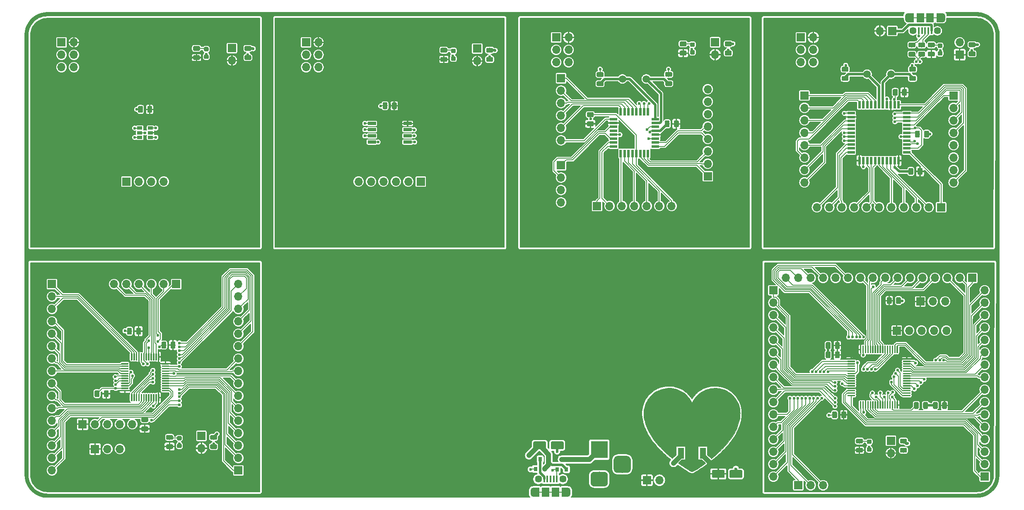
<source format=gtl>
G04 #@! TF.GenerationSoftware,KiCad,Pcbnew,(5.1.4)-1*
G04 #@! TF.CreationDate,2019-10-03T10:29:33+02:00*
G04 #@! TF.ProjectId,regalodilara,72656761-6c6f-4646-996c-6172612e6b69,rev?*
G04 #@! TF.SameCoordinates,Original*
G04 #@! TF.FileFunction,Copper,L1,Top*
G04 #@! TF.FilePolarity,Positive*
%FSLAX46Y46*%
G04 Gerber Fmt 4.6, Leading zero omitted, Abs format (unit mm)*
G04 Created by KiCad (PCBNEW (5.1.4)-1) date 2019-10-03 10:29:33*
%MOMM*%
%LPD*%
G04 APERTURE LIST*
%ADD10C,0.010000*%
%ADD11R,5.800000X6.400000*%
%ADD12R,1.200000X2.200000*%
%ADD13O,1.700000X1.700000*%
%ADD14R,1.700000X1.700000*%
%ADD15C,0.100000*%
%ADD16C,0.975000*%
%ADD17C,1.600000*%
%ADD18C,0.300000*%
%ADD19R,1.200000X1.900000*%
%ADD20O,1.200000X1.900000*%
%ADD21R,1.500000X1.900000*%
%ADD22C,1.450000*%
%ADD23R,0.400000X1.350000*%
%ADD24C,0.875000*%
%ADD25R,0.800000X0.900000*%
%ADD26C,3.500000*%
%ADD27C,3.000000*%
%ADD28R,3.500000X3.500000*%
%ADD29C,1.500000*%
%ADD30R,0.550000X1.500000*%
%ADD31R,1.500000X0.550000*%
%ADD32R,0.550000X1.600000*%
%ADD33R,1.600000X0.550000*%
%ADD34R,1.700000X0.650000*%
%ADD35R,1.060000X0.650000*%
%ADD36C,0.600000*%
%ADD37C,0.500000*%
%ADD38C,0.200000*%
%ADD39C,1.000000*%
%ADD40C,0.127000*%
G04 APERTURE END LIST*
D10*
G36*
X182399163Y-127223640D02*
G01*
X182852070Y-127274869D01*
X183302128Y-127367054D01*
X183621910Y-127458695D01*
X184062900Y-127622215D01*
X184482772Y-127821569D01*
X184879808Y-128055316D01*
X185252290Y-128322011D01*
X185598499Y-128620214D01*
X185916716Y-128948481D01*
X186205223Y-129305369D01*
X186462301Y-129689437D01*
X186625972Y-129980068D01*
X186761791Y-130240385D01*
X186904081Y-129980068D01*
X187143955Y-129576605D01*
X187405529Y-129203353D01*
X187686805Y-128862696D01*
X187985786Y-128557020D01*
X188300472Y-128288709D01*
X188357588Y-128245342D01*
X188529931Y-128120031D01*
X188684539Y-128015546D01*
X188834657Y-127923860D01*
X188993527Y-127836946D01*
X189174395Y-127746778D01*
X189202167Y-127733466D01*
X189616582Y-127557517D01*
X190053571Y-127413774D01*
X190505797Y-127304487D01*
X190736750Y-127263242D01*
X190888190Y-127244459D01*
X191069516Y-127230053D01*
X191268476Y-127220343D01*
X191472818Y-127215646D01*
X191670290Y-127216279D01*
X191848640Y-127222558D01*
X191965206Y-127231439D01*
X192427076Y-127298969D01*
X192875613Y-127405666D01*
X193308784Y-127550119D01*
X193724555Y-127730918D01*
X194120894Y-127946653D01*
X194495767Y-128195914D01*
X194847142Y-128477292D01*
X195172986Y-128789374D01*
X195471265Y-129130753D01*
X195739947Y-129500017D01*
X195976997Y-129895757D01*
X196071577Y-130079584D01*
X196181082Y-130312261D01*
X196270750Y-130524685D01*
X196345781Y-130730735D01*
X196411377Y-130944291D01*
X196451124Y-131092550D01*
X196496210Y-131276912D01*
X196531408Y-131441955D01*
X196557829Y-131597486D01*
X196576589Y-131753311D01*
X196588801Y-131919239D01*
X196595578Y-132105076D01*
X196598035Y-132320630D01*
X196598101Y-132386750D01*
X196595856Y-132632467D01*
X196588769Y-132847656D01*
X196575745Y-133043958D01*
X196555686Y-133233013D01*
X196527496Y-133426461D01*
X196490078Y-133635942D01*
X196471482Y-133730834D01*
X196343092Y-134269841D01*
X196172967Y-134812766D01*
X195961472Y-135359065D01*
X195708969Y-135908197D01*
X195415822Y-136459620D01*
X195082394Y-137012793D01*
X194709048Y-137567174D01*
X194296149Y-138122221D01*
X193844059Y-138677391D01*
X193353142Y-139232145D01*
X192823762Y-139785938D01*
X192256281Y-140338231D01*
X191697815Y-140847242D01*
X191582557Y-140948155D01*
X191459995Y-141053707D01*
X191334407Y-141160384D01*
X191210068Y-141264675D01*
X191091257Y-141363066D01*
X190982249Y-141452045D01*
X190887323Y-141528099D01*
X190810754Y-141587716D01*
X190756821Y-141627384D01*
X190729799Y-141643590D01*
X190728010Y-141643710D01*
X190707867Y-141627880D01*
X190661138Y-141586884D01*
X190592057Y-141524570D01*
X190504861Y-141444792D01*
X190403786Y-141351400D01*
X190293881Y-141249006D01*
X189879500Y-140861428D01*
X189879500Y-139086000D01*
X187995667Y-139086000D01*
X187995667Y-141816500D01*
X188750881Y-141816500D01*
X189135274Y-142188839D01*
X189240053Y-142291046D01*
X189333958Y-142384013D01*
X189412906Y-142463587D01*
X189472817Y-142525616D01*
X189509610Y-142565947D01*
X189519667Y-142579950D01*
X189502472Y-142599777D01*
X189453234Y-142640180D01*
X189375474Y-142698770D01*
X189272713Y-142773159D01*
X189148473Y-142860959D01*
X189006275Y-142959783D01*
X188849639Y-143067242D01*
X188682088Y-143180949D01*
X188507141Y-143298515D01*
X188328320Y-143417553D01*
X188149147Y-143535674D01*
X187973142Y-143650490D01*
X187803827Y-143759615D01*
X187644722Y-143860658D01*
X187499349Y-143951234D01*
X187481515Y-143962193D01*
X187319823Y-144060684D01*
X187188779Y-144138601D01*
X187083493Y-144198375D01*
X186999075Y-144242436D01*
X186930638Y-144273214D01*
X186873290Y-144293141D01*
X186822143Y-144304647D01*
X186783158Y-144309361D01*
X186722181Y-144311525D01*
X186669009Y-144303982D01*
X186609710Y-144282943D01*
X186530349Y-144244621D01*
X186514000Y-144236187D01*
X186409382Y-144178893D01*
X186274616Y-144100260D01*
X186114238Y-144003224D01*
X185932784Y-143890721D01*
X185734789Y-143765686D01*
X185524789Y-143631054D01*
X185307319Y-143489760D01*
X185086915Y-143344741D01*
X184868112Y-143198932D01*
X184655445Y-143055267D01*
X184453451Y-142916682D01*
X184266665Y-142786114D01*
X184196786Y-142736475D01*
X183907002Y-142529540D01*
X184619116Y-141816500D01*
X185392167Y-141816500D01*
X185392167Y-139086000D01*
X183508334Y-139086000D01*
X183508334Y-140858291D01*
X183227875Y-141120437D01*
X183127630Y-141214166D01*
X183028656Y-141306758D01*
X182938945Y-141390733D01*
X182866490Y-141458611D01*
X182829839Y-141492990D01*
X182712262Y-141603397D01*
X182395923Y-141336066D01*
X182099547Y-141081129D01*
X181795248Y-140810960D01*
X181488489Y-140530798D01*
X181184731Y-140245884D01*
X180889438Y-139961456D01*
X180608072Y-139682756D01*
X180346095Y-139415023D01*
X180108971Y-139163497D01*
X179961991Y-139001334D01*
X179568916Y-138546547D01*
X179210733Y-138104861D01*
X178884035Y-137671347D01*
X178585412Y-137241073D01*
X178311457Y-136809109D01*
X178058759Y-136370526D01*
X177823912Y-135920392D01*
X177803587Y-135879250D01*
X177589714Y-135418877D01*
X177408598Y-134971715D01*
X177257290Y-134528236D01*
X177132839Y-134078913D01*
X177032293Y-133614220D01*
X176954588Y-133138167D01*
X176937030Y-132977082D01*
X176924595Y-132788180D01*
X176917293Y-132581782D01*
X176915133Y-132368212D01*
X176918124Y-132157790D01*
X176926276Y-131960839D01*
X176939597Y-131787682D01*
X176953289Y-131677667D01*
X177046653Y-131205781D01*
X177178274Y-130748813D01*
X177347192Y-130308959D01*
X177552450Y-129888418D01*
X177793088Y-129489387D01*
X178068150Y-129114065D01*
X178074721Y-129105917D01*
X178178486Y-128985610D01*
X178307489Y-128848585D01*
X178452915Y-128703275D01*
X178605950Y-128558112D01*
X178757779Y-128421530D01*
X178899588Y-128301961D01*
X178983825Y-128236152D01*
X179366378Y-127975352D01*
X179766782Y-127752038D01*
X180182449Y-127566643D01*
X180610791Y-127419601D01*
X181049220Y-127311346D01*
X181495150Y-127242312D01*
X181945994Y-127212932D01*
X182399163Y-127223640D01*
X182399163Y-127223640D01*
G37*
X182399163Y-127223640D02*
X182852070Y-127274869D01*
X183302128Y-127367054D01*
X183621910Y-127458695D01*
X184062900Y-127622215D01*
X184482772Y-127821569D01*
X184879808Y-128055316D01*
X185252290Y-128322011D01*
X185598499Y-128620214D01*
X185916716Y-128948481D01*
X186205223Y-129305369D01*
X186462301Y-129689437D01*
X186625972Y-129980068D01*
X186761791Y-130240385D01*
X186904081Y-129980068D01*
X187143955Y-129576605D01*
X187405529Y-129203353D01*
X187686805Y-128862696D01*
X187985786Y-128557020D01*
X188300472Y-128288709D01*
X188357588Y-128245342D01*
X188529931Y-128120031D01*
X188684539Y-128015546D01*
X188834657Y-127923860D01*
X188993527Y-127836946D01*
X189174395Y-127746778D01*
X189202167Y-127733466D01*
X189616582Y-127557517D01*
X190053571Y-127413774D01*
X190505797Y-127304487D01*
X190736750Y-127263242D01*
X190888190Y-127244459D01*
X191069516Y-127230053D01*
X191268476Y-127220343D01*
X191472818Y-127215646D01*
X191670290Y-127216279D01*
X191848640Y-127222558D01*
X191965206Y-127231439D01*
X192427076Y-127298969D01*
X192875613Y-127405666D01*
X193308784Y-127550119D01*
X193724555Y-127730918D01*
X194120894Y-127946653D01*
X194495767Y-128195914D01*
X194847142Y-128477292D01*
X195172986Y-128789374D01*
X195471265Y-129130753D01*
X195739947Y-129500017D01*
X195976997Y-129895757D01*
X196071577Y-130079584D01*
X196181082Y-130312261D01*
X196270750Y-130524685D01*
X196345781Y-130730735D01*
X196411377Y-130944291D01*
X196451124Y-131092550D01*
X196496210Y-131276912D01*
X196531408Y-131441955D01*
X196557829Y-131597486D01*
X196576589Y-131753311D01*
X196588801Y-131919239D01*
X196595578Y-132105076D01*
X196598035Y-132320630D01*
X196598101Y-132386750D01*
X196595856Y-132632467D01*
X196588769Y-132847656D01*
X196575745Y-133043958D01*
X196555686Y-133233013D01*
X196527496Y-133426461D01*
X196490078Y-133635942D01*
X196471482Y-133730834D01*
X196343092Y-134269841D01*
X196172967Y-134812766D01*
X195961472Y-135359065D01*
X195708969Y-135908197D01*
X195415822Y-136459620D01*
X195082394Y-137012793D01*
X194709048Y-137567174D01*
X194296149Y-138122221D01*
X193844059Y-138677391D01*
X193353142Y-139232145D01*
X192823762Y-139785938D01*
X192256281Y-140338231D01*
X191697815Y-140847242D01*
X191582557Y-140948155D01*
X191459995Y-141053707D01*
X191334407Y-141160384D01*
X191210068Y-141264675D01*
X191091257Y-141363066D01*
X190982249Y-141452045D01*
X190887323Y-141528099D01*
X190810754Y-141587716D01*
X190756821Y-141627384D01*
X190729799Y-141643590D01*
X190728010Y-141643710D01*
X190707867Y-141627880D01*
X190661138Y-141586884D01*
X190592057Y-141524570D01*
X190504861Y-141444792D01*
X190403786Y-141351400D01*
X190293881Y-141249006D01*
X189879500Y-140861428D01*
X189879500Y-139086000D01*
X187995667Y-139086000D01*
X187995667Y-141816500D01*
X188750881Y-141816500D01*
X189135274Y-142188839D01*
X189240053Y-142291046D01*
X189333958Y-142384013D01*
X189412906Y-142463587D01*
X189472817Y-142525616D01*
X189509610Y-142565947D01*
X189519667Y-142579950D01*
X189502472Y-142599777D01*
X189453234Y-142640180D01*
X189375474Y-142698770D01*
X189272713Y-142773159D01*
X189148473Y-142860959D01*
X189006275Y-142959783D01*
X188849639Y-143067242D01*
X188682088Y-143180949D01*
X188507141Y-143298515D01*
X188328320Y-143417553D01*
X188149147Y-143535674D01*
X187973142Y-143650490D01*
X187803827Y-143759615D01*
X187644722Y-143860658D01*
X187499349Y-143951234D01*
X187481515Y-143962193D01*
X187319823Y-144060684D01*
X187188779Y-144138601D01*
X187083493Y-144198375D01*
X186999075Y-144242436D01*
X186930638Y-144273214D01*
X186873290Y-144293141D01*
X186822143Y-144304647D01*
X186783158Y-144309361D01*
X186722181Y-144311525D01*
X186669009Y-144303982D01*
X186609710Y-144282943D01*
X186530349Y-144244621D01*
X186514000Y-144236187D01*
X186409382Y-144178893D01*
X186274616Y-144100260D01*
X186114238Y-144003224D01*
X185932784Y-143890721D01*
X185734789Y-143765686D01*
X185524789Y-143631054D01*
X185307319Y-143489760D01*
X185086915Y-143344741D01*
X184868112Y-143198932D01*
X184655445Y-143055267D01*
X184453451Y-142916682D01*
X184266665Y-142786114D01*
X184196786Y-142736475D01*
X183907002Y-142529540D01*
X184619116Y-141816500D01*
X185392167Y-141816500D01*
X185392167Y-139086000D01*
X183508334Y-139086000D01*
X183508334Y-140858291D01*
X183227875Y-141120437D01*
X183127630Y-141214166D01*
X183028656Y-141306758D01*
X182938945Y-141390733D01*
X182866490Y-141458611D01*
X182829839Y-141492990D01*
X182712262Y-141603397D01*
X182395923Y-141336066D01*
X182099547Y-141081129D01*
X181795248Y-140810960D01*
X181488489Y-140530798D01*
X181184731Y-140245884D01*
X180889438Y-139961456D01*
X180608072Y-139682756D01*
X180346095Y-139415023D01*
X180108971Y-139163497D01*
X179961991Y-139001334D01*
X179568916Y-138546547D01*
X179210733Y-138104861D01*
X178884035Y-137671347D01*
X178585412Y-137241073D01*
X178311457Y-136809109D01*
X178058759Y-136370526D01*
X177823912Y-135920392D01*
X177803587Y-135879250D01*
X177589714Y-135418877D01*
X177408598Y-134971715D01*
X177257290Y-134528236D01*
X177132839Y-134078913D01*
X177032293Y-133614220D01*
X176954588Y-133138167D01*
X176937030Y-132977082D01*
X176924595Y-132788180D01*
X176917293Y-132581782D01*
X176915133Y-132368212D01*
X176918124Y-132157790D01*
X176926276Y-131960839D01*
X176939597Y-131787682D01*
X176953289Y-131677667D01*
X177046653Y-131205781D01*
X177178274Y-130748813D01*
X177347192Y-130308959D01*
X177552450Y-129888418D01*
X177793088Y-129489387D01*
X178068150Y-129114065D01*
X178074721Y-129105917D01*
X178178486Y-128985610D01*
X178307489Y-128848585D01*
X178452915Y-128703275D01*
X178605950Y-128558112D01*
X178757779Y-128421530D01*
X178899588Y-128301961D01*
X178983825Y-128236152D01*
X179366378Y-127975352D01*
X179766782Y-127752038D01*
X180182449Y-127566643D01*
X180610791Y-127419601D01*
X181049220Y-127311346D01*
X181495150Y-127242312D01*
X181945994Y-127212932D01*
X182399163Y-127223640D01*
D11*
X186780000Y-134240000D03*
D12*
X189060000Y-140540000D03*
X184500000Y-140540000D03*
D13*
X180120000Y-146070000D03*
D14*
X177580000Y-146070000D03*
D15*
G36*
X218065142Y-131991174D02*
G01*
X218088803Y-131994684D01*
X218112007Y-132000496D01*
X218134529Y-132008554D01*
X218156153Y-132018782D01*
X218176670Y-132031079D01*
X218195883Y-132045329D01*
X218213607Y-132061393D01*
X218229671Y-132079117D01*
X218243921Y-132098330D01*
X218256218Y-132118847D01*
X218266446Y-132140471D01*
X218274504Y-132162993D01*
X218280316Y-132186197D01*
X218283826Y-132209858D01*
X218285000Y-132233750D01*
X218285000Y-133146250D01*
X218283826Y-133170142D01*
X218280316Y-133193803D01*
X218274504Y-133217007D01*
X218266446Y-133239529D01*
X218256218Y-133261153D01*
X218243921Y-133281670D01*
X218229671Y-133300883D01*
X218213607Y-133318607D01*
X218195883Y-133334671D01*
X218176670Y-133348921D01*
X218156153Y-133361218D01*
X218134529Y-133371446D01*
X218112007Y-133379504D01*
X218088803Y-133385316D01*
X218065142Y-133388826D01*
X218041250Y-133390000D01*
X217553750Y-133390000D01*
X217529858Y-133388826D01*
X217506197Y-133385316D01*
X217482993Y-133379504D01*
X217460471Y-133371446D01*
X217438847Y-133361218D01*
X217418330Y-133348921D01*
X217399117Y-133334671D01*
X217381393Y-133318607D01*
X217365329Y-133300883D01*
X217351079Y-133281670D01*
X217338782Y-133261153D01*
X217328554Y-133239529D01*
X217320496Y-133217007D01*
X217314684Y-133193803D01*
X217311174Y-133170142D01*
X217310000Y-133146250D01*
X217310000Y-132233750D01*
X217311174Y-132209858D01*
X217314684Y-132186197D01*
X217320496Y-132162993D01*
X217328554Y-132140471D01*
X217338782Y-132118847D01*
X217351079Y-132098330D01*
X217365329Y-132079117D01*
X217381393Y-132061393D01*
X217399117Y-132045329D01*
X217418330Y-132031079D01*
X217438847Y-132018782D01*
X217460471Y-132008554D01*
X217482993Y-132000496D01*
X217506197Y-131994684D01*
X217529858Y-131991174D01*
X217553750Y-131990000D01*
X218041250Y-131990000D01*
X218065142Y-131991174D01*
X218065142Y-131991174D01*
G37*
D16*
X217797500Y-132690000D03*
D15*
G36*
X216190142Y-131991174D02*
G01*
X216213803Y-131994684D01*
X216237007Y-132000496D01*
X216259529Y-132008554D01*
X216281153Y-132018782D01*
X216301670Y-132031079D01*
X216320883Y-132045329D01*
X216338607Y-132061393D01*
X216354671Y-132079117D01*
X216368921Y-132098330D01*
X216381218Y-132118847D01*
X216391446Y-132140471D01*
X216399504Y-132162993D01*
X216405316Y-132186197D01*
X216408826Y-132209858D01*
X216410000Y-132233750D01*
X216410000Y-133146250D01*
X216408826Y-133170142D01*
X216405316Y-133193803D01*
X216399504Y-133217007D01*
X216391446Y-133239529D01*
X216381218Y-133261153D01*
X216368921Y-133281670D01*
X216354671Y-133300883D01*
X216338607Y-133318607D01*
X216320883Y-133334671D01*
X216301670Y-133348921D01*
X216281153Y-133361218D01*
X216259529Y-133371446D01*
X216237007Y-133379504D01*
X216213803Y-133385316D01*
X216190142Y-133388826D01*
X216166250Y-133390000D01*
X215678750Y-133390000D01*
X215654858Y-133388826D01*
X215631197Y-133385316D01*
X215607993Y-133379504D01*
X215585471Y-133371446D01*
X215563847Y-133361218D01*
X215543330Y-133348921D01*
X215524117Y-133334671D01*
X215506393Y-133318607D01*
X215490329Y-133300883D01*
X215476079Y-133281670D01*
X215463782Y-133261153D01*
X215453554Y-133239529D01*
X215445496Y-133217007D01*
X215439684Y-133193803D01*
X215436174Y-133170142D01*
X215435000Y-133146250D01*
X215435000Y-132233750D01*
X215436174Y-132209858D01*
X215439684Y-132186197D01*
X215445496Y-132162993D01*
X215453554Y-132140471D01*
X215463782Y-132118847D01*
X215476079Y-132098330D01*
X215490329Y-132079117D01*
X215506393Y-132061393D01*
X215524117Y-132045329D01*
X215543330Y-132031079D01*
X215563847Y-132018782D01*
X215585471Y-132008554D01*
X215607993Y-132000496D01*
X215631197Y-131994684D01*
X215654858Y-131991174D01*
X215678750Y-131990000D01*
X216166250Y-131990000D01*
X216190142Y-131991174D01*
X216190142Y-131991174D01*
G37*
D16*
X215922500Y-132690000D03*
D15*
G36*
X216745142Y-119721174D02*
G01*
X216768803Y-119724684D01*
X216792007Y-119730496D01*
X216814529Y-119738554D01*
X216836153Y-119748782D01*
X216856670Y-119761079D01*
X216875883Y-119775329D01*
X216893607Y-119791393D01*
X216909671Y-119809117D01*
X216923921Y-119828330D01*
X216936218Y-119848847D01*
X216946446Y-119870471D01*
X216954504Y-119892993D01*
X216960316Y-119916197D01*
X216963826Y-119939858D01*
X216965000Y-119963750D01*
X216965000Y-120876250D01*
X216963826Y-120900142D01*
X216960316Y-120923803D01*
X216954504Y-120947007D01*
X216946446Y-120969529D01*
X216936218Y-120991153D01*
X216923921Y-121011670D01*
X216909671Y-121030883D01*
X216893607Y-121048607D01*
X216875883Y-121064671D01*
X216856670Y-121078921D01*
X216836153Y-121091218D01*
X216814529Y-121101446D01*
X216792007Y-121109504D01*
X216768803Y-121115316D01*
X216745142Y-121118826D01*
X216721250Y-121120000D01*
X216233750Y-121120000D01*
X216209858Y-121118826D01*
X216186197Y-121115316D01*
X216162993Y-121109504D01*
X216140471Y-121101446D01*
X216118847Y-121091218D01*
X216098330Y-121078921D01*
X216079117Y-121064671D01*
X216061393Y-121048607D01*
X216045329Y-121030883D01*
X216031079Y-121011670D01*
X216018782Y-120991153D01*
X216008554Y-120969529D01*
X216000496Y-120947007D01*
X215994684Y-120923803D01*
X215991174Y-120900142D01*
X215990000Y-120876250D01*
X215990000Y-119963750D01*
X215991174Y-119939858D01*
X215994684Y-119916197D01*
X216000496Y-119892993D01*
X216008554Y-119870471D01*
X216018782Y-119848847D01*
X216031079Y-119828330D01*
X216045329Y-119809117D01*
X216061393Y-119791393D01*
X216079117Y-119775329D01*
X216098330Y-119761079D01*
X216118847Y-119748782D01*
X216140471Y-119738554D01*
X216162993Y-119730496D01*
X216186197Y-119724684D01*
X216209858Y-119721174D01*
X216233750Y-119720000D01*
X216721250Y-119720000D01*
X216745142Y-119721174D01*
X216745142Y-119721174D01*
G37*
D16*
X216477500Y-120420000D03*
D15*
G36*
X214870142Y-119721174D02*
G01*
X214893803Y-119724684D01*
X214917007Y-119730496D01*
X214939529Y-119738554D01*
X214961153Y-119748782D01*
X214981670Y-119761079D01*
X215000883Y-119775329D01*
X215018607Y-119791393D01*
X215034671Y-119809117D01*
X215048921Y-119828330D01*
X215061218Y-119848847D01*
X215071446Y-119870471D01*
X215079504Y-119892993D01*
X215085316Y-119916197D01*
X215088826Y-119939858D01*
X215090000Y-119963750D01*
X215090000Y-120876250D01*
X215088826Y-120900142D01*
X215085316Y-120923803D01*
X215079504Y-120947007D01*
X215071446Y-120969529D01*
X215061218Y-120991153D01*
X215048921Y-121011670D01*
X215034671Y-121030883D01*
X215018607Y-121048607D01*
X215000883Y-121064671D01*
X214981670Y-121078921D01*
X214961153Y-121091218D01*
X214939529Y-121101446D01*
X214917007Y-121109504D01*
X214893803Y-121115316D01*
X214870142Y-121118826D01*
X214846250Y-121120000D01*
X214358750Y-121120000D01*
X214334858Y-121118826D01*
X214311197Y-121115316D01*
X214287993Y-121109504D01*
X214265471Y-121101446D01*
X214243847Y-121091218D01*
X214223330Y-121078921D01*
X214204117Y-121064671D01*
X214186393Y-121048607D01*
X214170329Y-121030883D01*
X214156079Y-121011670D01*
X214143782Y-120991153D01*
X214133554Y-120969529D01*
X214125496Y-120947007D01*
X214119684Y-120923803D01*
X214116174Y-120900142D01*
X214115000Y-120876250D01*
X214115000Y-119963750D01*
X214116174Y-119939858D01*
X214119684Y-119916197D01*
X214125496Y-119892993D01*
X214133554Y-119870471D01*
X214143782Y-119848847D01*
X214156079Y-119828330D01*
X214170329Y-119809117D01*
X214186393Y-119791393D01*
X214204117Y-119775329D01*
X214223330Y-119761079D01*
X214243847Y-119748782D01*
X214265471Y-119738554D01*
X214287993Y-119730496D01*
X214311197Y-119724684D01*
X214334858Y-119721174D01*
X214358750Y-119720000D01*
X214846250Y-119720000D01*
X214870142Y-119721174D01*
X214870142Y-119721174D01*
G37*
D16*
X214602500Y-120420000D03*
D15*
G36*
X238647642Y-130071174D02*
G01*
X238671303Y-130074684D01*
X238694507Y-130080496D01*
X238717029Y-130088554D01*
X238738653Y-130098782D01*
X238759170Y-130111079D01*
X238778383Y-130125329D01*
X238796107Y-130141393D01*
X238812171Y-130159117D01*
X238826421Y-130178330D01*
X238838718Y-130198847D01*
X238848946Y-130220471D01*
X238857004Y-130242993D01*
X238862816Y-130266197D01*
X238866326Y-130289858D01*
X238867500Y-130313750D01*
X238867500Y-131226250D01*
X238866326Y-131250142D01*
X238862816Y-131273803D01*
X238857004Y-131297007D01*
X238848946Y-131319529D01*
X238838718Y-131341153D01*
X238826421Y-131361670D01*
X238812171Y-131380883D01*
X238796107Y-131398607D01*
X238778383Y-131414671D01*
X238759170Y-131428921D01*
X238738653Y-131441218D01*
X238717029Y-131451446D01*
X238694507Y-131459504D01*
X238671303Y-131465316D01*
X238647642Y-131468826D01*
X238623750Y-131470000D01*
X238136250Y-131470000D01*
X238112358Y-131468826D01*
X238088697Y-131465316D01*
X238065493Y-131459504D01*
X238042971Y-131451446D01*
X238021347Y-131441218D01*
X238000830Y-131428921D01*
X237981617Y-131414671D01*
X237963893Y-131398607D01*
X237947829Y-131380883D01*
X237933579Y-131361670D01*
X237921282Y-131341153D01*
X237911054Y-131319529D01*
X237902996Y-131297007D01*
X237897184Y-131273803D01*
X237893674Y-131250142D01*
X237892500Y-131226250D01*
X237892500Y-130313750D01*
X237893674Y-130289858D01*
X237897184Y-130266197D01*
X237902996Y-130242993D01*
X237911054Y-130220471D01*
X237921282Y-130198847D01*
X237933579Y-130178330D01*
X237947829Y-130159117D01*
X237963893Y-130141393D01*
X237981617Y-130125329D01*
X238000830Y-130111079D01*
X238021347Y-130098782D01*
X238042971Y-130088554D01*
X238065493Y-130080496D01*
X238088697Y-130074684D01*
X238112358Y-130071174D01*
X238136250Y-130070000D01*
X238623750Y-130070000D01*
X238647642Y-130071174D01*
X238647642Y-130071174D01*
G37*
D16*
X238380000Y-130770000D03*
D15*
G36*
X236772642Y-130071174D02*
G01*
X236796303Y-130074684D01*
X236819507Y-130080496D01*
X236842029Y-130088554D01*
X236863653Y-130098782D01*
X236884170Y-130111079D01*
X236903383Y-130125329D01*
X236921107Y-130141393D01*
X236937171Y-130159117D01*
X236951421Y-130178330D01*
X236963718Y-130198847D01*
X236973946Y-130220471D01*
X236982004Y-130242993D01*
X236987816Y-130266197D01*
X236991326Y-130289858D01*
X236992500Y-130313750D01*
X236992500Y-131226250D01*
X236991326Y-131250142D01*
X236987816Y-131273803D01*
X236982004Y-131297007D01*
X236973946Y-131319529D01*
X236963718Y-131341153D01*
X236951421Y-131361670D01*
X236937171Y-131380883D01*
X236921107Y-131398607D01*
X236903383Y-131414671D01*
X236884170Y-131428921D01*
X236863653Y-131441218D01*
X236842029Y-131451446D01*
X236819507Y-131459504D01*
X236796303Y-131465316D01*
X236772642Y-131468826D01*
X236748750Y-131470000D01*
X236261250Y-131470000D01*
X236237358Y-131468826D01*
X236213697Y-131465316D01*
X236190493Y-131459504D01*
X236167971Y-131451446D01*
X236146347Y-131441218D01*
X236125830Y-131428921D01*
X236106617Y-131414671D01*
X236088893Y-131398607D01*
X236072829Y-131380883D01*
X236058579Y-131361670D01*
X236046282Y-131341153D01*
X236036054Y-131319529D01*
X236027996Y-131297007D01*
X236022184Y-131273803D01*
X236018674Y-131250142D01*
X236017500Y-131226250D01*
X236017500Y-130313750D01*
X236018674Y-130289858D01*
X236022184Y-130266197D01*
X236027996Y-130242993D01*
X236036054Y-130220471D01*
X236046282Y-130198847D01*
X236058579Y-130178330D01*
X236072829Y-130159117D01*
X236088893Y-130141393D01*
X236106617Y-130125329D01*
X236125830Y-130111079D01*
X236146347Y-130098782D01*
X236167971Y-130088554D01*
X236190493Y-130080496D01*
X236213697Y-130074684D01*
X236237358Y-130071174D01*
X236261250Y-130070000D01*
X236748750Y-130070000D01*
X236772642Y-130071174D01*
X236772642Y-130071174D01*
G37*
D16*
X236505000Y-130770000D03*
D15*
G36*
X216745142Y-117821174D02*
G01*
X216768803Y-117824684D01*
X216792007Y-117830496D01*
X216814529Y-117838554D01*
X216836153Y-117848782D01*
X216856670Y-117861079D01*
X216875883Y-117875329D01*
X216893607Y-117891393D01*
X216909671Y-117909117D01*
X216923921Y-117928330D01*
X216936218Y-117948847D01*
X216946446Y-117970471D01*
X216954504Y-117992993D01*
X216960316Y-118016197D01*
X216963826Y-118039858D01*
X216965000Y-118063750D01*
X216965000Y-118976250D01*
X216963826Y-119000142D01*
X216960316Y-119023803D01*
X216954504Y-119047007D01*
X216946446Y-119069529D01*
X216936218Y-119091153D01*
X216923921Y-119111670D01*
X216909671Y-119130883D01*
X216893607Y-119148607D01*
X216875883Y-119164671D01*
X216856670Y-119178921D01*
X216836153Y-119191218D01*
X216814529Y-119201446D01*
X216792007Y-119209504D01*
X216768803Y-119215316D01*
X216745142Y-119218826D01*
X216721250Y-119220000D01*
X216233750Y-119220000D01*
X216209858Y-119218826D01*
X216186197Y-119215316D01*
X216162993Y-119209504D01*
X216140471Y-119201446D01*
X216118847Y-119191218D01*
X216098330Y-119178921D01*
X216079117Y-119164671D01*
X216061393Y-119148607D01*
X216045329Y-119130883D01*
X216031079Y-119111670D01*
X216018782Y-119091153D01*
X216008554Y-119069529D01*
X216000496Y-119047007D01*
X215994684Y-119023803D01*
X215991174Y-119000142D01*
X215990000Y-118976250D01*
X215990000Y-118063750D01*
X215991174Y-118039858D01*
X215994684Y-118016197D01*
X216000496Y-117992993D01*
X216008554Y-117970471D01*
X216018782Y-117948847D01*
X216031079Y-117928330D01*
X216045329Y-117909117D01*
X216061393Y-117891393D01*
X216079117Y-117875329D01*
X216098330Y-117861079D01*
X216118847Y-117848782D01*
X216140471Y-117838554D01*
X216162993Y-117830496D01*
X216186197Y-117824684D01*
X216209858Y-117821174D01*
X216233750Y-117820000D01*
X216721250Y-117820000D01*
X216745142Y-117821174D01*
X216745142Y-117821174D01*
G37*
D16*
X216477500Y-118520000D03*
D15*
G36*
X214870142Y-117821174D02*
G01*
X214893803Y-117824684D01*
X214917007Y-117830496D01*
X214939529Y-117838554D01*
X214961153Y-117848782D01*
X214981670Y-117861079D01*
X215000883Y-117875329D01*
X215018607Y-117891393D01*
X215034671Y-117909117D01*
X215048921Y-117928330D01*
X215061218Y-117948847D01*
X215071446Y-117970471D01*
X215079504Y-117992993D01*
X215085316Y-118016197D01*
X215088826Y-118039858D01*
X215090000Y-118063750D01*
X215090000Y-118976250D01*
X215088826Y-119000142D01*
X215085316Y-119023803D01*
X215079504Y-119047007D01*
X215071446Y-119069529D01*
X215061218Y-119091153D01*
X215048921Y-119111670D01*
X215034671Y-119130883D01*
X215018607Y-119148607D01*
X215000883Y-119164671D01*
X214981670Y-119178921D01*
X214961153Y-119191218D01*
X214939529Y-119201446D01*
X214917007Y-119209504D01*
X214893803Y-119215316D01*
X214870142Y-119218826D01*
X214846250Y-119220000D01*
X214358750Y-119220000D01*
X214334858Y-119218826D01*
X214311197Y-119215316D01*
X214287993Y-119209504D01*
X214265471Y-119201446D01*
X214243847Y-119191218D01*
X214223330Y-119178921D01*
X214204117Y-119164671D01*
X214186393Y-119148607D01*
X214170329Y-119130883D01*
X214156079Y-119111670D01*
X214143782Y-119091153D01*
X214133554Y-119069529D01*
X214125496Y-119047007D01*
X214119684Y-119023803D01*
X214116174Y-119000142D01*
X214115000Y-118976250D01*
X214115000Y-118063750D01*
X214116174Y-118039858D01*
X214119684Y-118016197D01*
X214125496Y-117992993D01*
X214133554Y-117970471D01*
X214143782Y-117948847D01*
X214156079Y-117928330D01*
X214170329Y-117909117D01*
X214186393Y-117891393D01*
X214204117Y-117875329D01*
X214223330Y-117861079D01*
X214243847Y-117848782D01*
X214265471Y-117838554D01*
X214287993Y-117830496D01*
X214311197Y-117824684D01*
X214334858Y-117821174D01*
X214358750Y-117820000D01*
X214846250Y-117820000D01*
X214870142Y-117821174D01*
X214870142Y-117821174D01*
G37*
D16*
X214602500Y-118520000D03*
D15*
G36*
X73942642Y-114891174D02*
G01*
X73966303Y-114894684D01*
X73989507Y-114900496D01*
X74012029Y-114908554D01*
X74033653Y-114918782D01*
X74054170Y-114931079D01*
X74073383Y-114945329D01*
X74091107Y-114961393D01*
X74107171Y-114979117D01*
X74121421Y-114998330D01*
X74133718Y-115018847D01*
X74143946Y-115040471D01*
X74152004Y-115062993D01*
X74157816Y-115086197D01*
X74161326Y-115109858D01*
X74162500Y-115133750D01*
X74162500Y-116046250D01*
X74161326Y-116070142D01*
X74157816Y-116093803D01*
X74152004Y-116117007D01*
X74143946Y-116139529D01*
X74133718Y-116161153D01*
X74121421Y-116181670D01*
X74107171Y-116200883D01*
X74091107Y-116218607D01*
X74073383Y-116234671D01*
X74054170Y-116248921D01*
X74033653Y-116261218D01*
X74012029Y-116271446D01*
X73989507Y-116279504D01*
X73966303Y-116285316D01*
X73942642Y-116288826D01*
X73918750Y-116290000D01*
X73431250Y-116290000D01*
X73407358Y-116288826D01*
X73383697Y-116285316D01*
X73360493Y-116279504D01*
X73337971Y-116271446D01*
X73316347Y-116261218D01*
X73295830Y-116248921D01*
X73276617Y-116234671D01*
X73258893Y-116218607D01*
X73242829Y-116200883D01*
X73228579Y-116181670D01*
X73216282Y-116161153D01*
X73206054Y-116139529D01*
X73197996Y-116117007D01*
X73192184Y-116093803D01*
X73188674Y-116070142D01*
X73187500Y-116046250D01*
X73187500Y-115133750D01*
X73188674Y-115109858D01*
X73192184Y-115086197D01*
X73197996Y-115062993D01*
X73206054Y-115040471D01*
X73216282Y-115018847D01*
X73228579Y-114998330D01*
X73242829Y-114979117D01*
X73258893Y-114961393D01*
X73276617Y-114945329D01*
X73295830Y-114931079D01*
X73316347Y-114918782D01*
X73337971Y-114908554D01*
X73360493Y-114900496D01*
X73383697Y-114894684D01*
X73407358Y-114891174D01*
X73431250Y-114890000D01*
X73918750Y-114890000D01*
X73942642Y-114891174D01*
X73942642Y-114891174D01*
G37*
D16*
X73675000Y-115590000D03*
D15*
G36*
X72067642Y-114891174D02*
G01*
X72091303Y-114894684D01*
X72114507Y-114900496D01*
X72137029Y-114908554D01*
X72158653Y-114918782D01*
X72179170Y-114931079D01*
X72198383Y-114945329D01*
X72216107Y-114961393D01*
X72232171Y-114979117D01*
X72246421Y-114998330D01*
X72258718Y-115018847D01*
X72268946Y-115040471D01*
X72277004Y-115062993D01*
X72282816Y-115086197D01*
X72286326Y-115109858D01*
X72287500Y-115133750D01*
X72287500Y-116046250D01*
X72286326Y-116070142D01*
X72282816Y-116093803D01*
X72277004Y-116117007D01*
X72268946Y-116139529D01*
X72258718Y-116161153D01*
X72246421Y-116181670D01*
X72232171Y-116200883D01*
X72216107Y-116218607D01*
X72198383Y-116234671D01*
X72179170Y-116248921D01*
X72158653Y-116261218D01*
X72137029Y-116271446D01*
X72114507Y-116279504D01*
X72091303Y-116285316D01*
X72067642Y-116288826D01*
X72043750Y-116290000D01*
X71556250Y-116290000D01*
X71532358Y-116288826D01*
X71508697Y-116285316D01*
X71485493Y-116279504D01*
X71462971Y-116271446D01*
X71441347Y-116261218D01*
X71420830Y-116248921D01*
X71401617Y-116234671D01*
X71383893Y-116218607D01*
X71367829Y-116200883D01*
X71353579Y-116181670D01*
X71341282Y-116161153D01*
X71331054Y-116139529D01*
X71322996Y-116117007D01*
X71317184Y-116093803D01*
X71313674Y-116070142D01*
X71312500Y-116046250D01*
X71312500Y-115133750D01*
X71313674Y-115109858D01*
X71317184Y-115086197D01*
X71322996Y-115062993D01*
X71331054Y-115040471D01*
X71341282Y-115018847D01*
X71353579Y-114998330D01*
X71367829Y-114979117D01*
X71383893Y-114961393D01*
X71401617Y-114945329D01*
X71420830Y-114931079D01*
X71441347Y-114918782D01*
X71462971Y-114908554D01*
X71485493Y-114900496D01*
X71508697Y-114894684D01*
X71532358Y-114891174D01*
X71556250Y-114890000D01*
X72043750Y-114890000D01*
X72067642Y-114891174D01*
X72067642Y-114891174D01*
G37*
D16*
X71800000Y-115590000D03*
D15*
G36*
X67315142Y-127671174D02*
G01*
X67338803Y-127674684D01*
X67362007Y-127680496D01*
X67384529Y-127688554D01*
X67406153Y-127698782D01*
X67426670Y-127711079D01*
X67445883Y-127725329D01*
X67463607Y-127741393D01*
X67479671Y-127759117D01*
X67493921Y-127778330D01*
X67506218Y-127798847D01*
X67516446Y-127820471D01*
X67524504Y-127842993D01*
X67530316Y-127866197D01*
X67533826Y-127889858D01*
X67535000Y-127913750D01*
X67535000Y-128826250D01*
X67533826Y-128850142D01*
X67530316Y-128873803D01*
X67524504Y-128897007D01*
X67516446Y-128919529D01*
X67506218Y-128941153D01*
X67493921Y-128961670D01*
X67479671Y-128980883D01*
X67463607Y-128998607D01*
X67445883Y-129014671D01*
X67426670Y-129028921D01*
X67406153Y-129041218D01*
X67384529Y-129051446D01*
X67362007Y-129059504D01*
X67338803Y-129065316D01*
X67315142Y-129068826D01*
X67291250Y-129070000D01*
X66803750Y-129070000D01*
X66779858Y-129068826D01*
X66756197Y-129065316D01*
X66732993Y-129059504D01*
X66710471Y-129051446D01*
X66688847Y-129041218D01*
X66668330Y-129028921D01*
X66649117Y-129014671D01*
X66631393Y-128998607D01*
X66615329Y-128980883D01*
X66601079Y-128961670D01*
X66588782Y-128941153D01*
X66578554Y-128919529D01*
X66570496Y-128897007D01*
X66564684Y-128873803D01*
X66561174Y-128850142D01*
X66560000Y-128826250D01*
X66560000Y-127913750D01*
X66561174Y-127889858D01*
X66564684Y-127866197D01*
X66570496Y-127842993D01*
X66578554Y-127820471D01*
X66588782Y-127798847D01*
X66601079Y-127778330D01*
X66615329Y-127759117D01*
X66631393Y-127741393D01*
X66649117Y-127725329D01*
X66668330Y-127711079D01*
X66688847Y-127698782D01*
X66710471Y-127688554D01*
X66732993Y-127680496D01*
X66756197Y-127674684D01*
X66779858Y-127671174D01*
X66803750Y-127670000D01*
X67291250Y-127670000D01*
X67315142Y-127671174D01*
X67315142Y-127671174D01*
G37*
D16*
X67047500Y-128370000D03*
D15*
G36*
X65440142Y-127671174D02*
G01*
X65463803Y-127674684D01*
X65487007Y-127680496D01*
X65509529Y-127688554D01*
X65531153Y-127698782D01*
X65551670Y-127711079D01*
X65570883Y-127725329D01*
X65588607Y-127741393D01*
X65604671Y-127759117D01*
X65618921Y-127778330D01*
X65631218Y-127798847D01*
X65641446Y-127820471D01*
X65649504Y-127842993D01*
X65655316Y-127866197D01*
X65658826Y-127889858D01*
X65660000Y-127913750D01*
X65660000Y-128826250D01*
X65658826Y-128850142D01*
X65655316Y-128873803D01*
X65649504Y-128897007D01*
X65641446Y-128919529D01*
X65631218Y-128941153D01*
X65618921Y-128961670D01*
X65604671Y-128980883D01*
X65588607Y-128998607D01*
X65570883Y-129014671D01*
X65551670Y-129028921D01*
X65531153Y-129041218D01*
X65509529Y-129051446D01*
X65487007Y-129059504D01*
X65463803Y-129065316D01*
X65440142Y-129068826D01*
X65416250Y-129070000D01*
X64928750Y-129070000D01*
X64904858Y-129068826D01*
X64881197Y-129065316D01*
X64857993Y-129059504D01*
X64835471Y-129051446D01*
X64813847Y-129041218D01*
X64793330Y-129028921D01*
X64774117Y-129014671D01*
X64756393Y-128998607D01*
X64740329Y-128980883D01*
X64726079Y-128961670D01*
X64713782Y-128941153D01*
X64703554Y-128919529D01*
X64695496Y-128897007D01*
X64689684Y-128873803D01*
X64686174Y-128850142D01*
X64685000Y-128826250D01*
X64685000Y-127913750D01*
X64686174Y-127889858D01*
X64689684Y-127866197D01*
X64695496Y-127842993D01*
X64703554Y-127820471D01*
X64713782Y-127798847D01*
X64726079Y-127778330D01*
X64740329Y-127759117D01*
X64756393Y-127741393D01*
X64774117Y-127725329D01*
X64793330Y-127711079D01*
X64813847Y-127698782D01*
X64835471Y-127688554D01*
X64857993Y-127680496D01*
X64881197Y-127674684D01*
X64904858Y-127671174D01*
X64928750Y-127670000D01*
X65416250Y-127670000D01*
X65440142Y-127671174D01*
X65440142Y-127671174D01*
G37*
D16*
X65172500Y-128370000D03*
D15*
G36*
X80975142Y-117721174D02*
G01*
X80998803Y-117724684D01*
X81022007Y-117730496D01*
X81044529Y-117738554D01*
X81066153Y-117748782D01*
X81086670Y-117761079D01*
X81105883Y-117775329D01*
X81123607Y-117791393D01*
X81139671Y-117809117D01*
X81153921Y-117828330D01*
X81166218Y-117848847D01*
X81176446Y-117870471D01*
X81184504Y-117892993D01*
X81190316Y-117916197D01*
X81193826Y-117939858D01*
X81195000Y-117963750D01*
X81195000Y-118876250D01*
X81193826Y-118900142D01*
X81190316Y-118923803D01*
X81184504Y-118947007D01*
X81176446Y-118969529D01*
X81166218Y-118991153D01*
X81153921Y-119011670D01*
X81139671Y-119030883D01*
X81123607Y-119048607D01*
X81105883Y-119064671D01*
X81086670Y-119078921D01*
X81066153Y-119091218D01*
X81044529Y-119101446D01*
X81022007Y-119109504D01*
X80998803Y-119115316D01*
X80975142Y-119118826D01*
X80951250Y-119120000D01*
X80463750Y-119120000D01*
X80439858Y-119118826D01*
X80416197Y-119115316D01*
X80392993Y-119109504D01*
X80370471Y-119101446D01*
X80348847Y-119091218D01*
X80328330Y-119078921D01*
X80309117Y-119064671D01*
X80291393Y-119048607D01*
X80275329Y-119030883D01*
X80261079Y-119011670D01*
X80248782Y-118991153D01*
X80238554Y-118969529D01*
X80230496Y-118947007D01*
X80224684Y-118923803D01*
X80221174Y-118900142D01*
X80220000Y-118876250D01*
X80220000Y-117963750D01*
X80221174Y-117939858D01*
X80224684Y-117916197D01*
X80230496Y-117892993D01*
X80238554Y-117870471D01*
X80248782Y-117848847D01*
X80261079Y-117828330D01*
X80275329Y-117809117D01*
X80291393Y-117791393D01*
X80309117Y-117775329D01*
X80328330Y-117761079D01*
X80348847Y-117748782D01*
X80370471Y-117738554D01*
X80392993Y-117730496D01*
X80416197Y-117724684D01*
X80439858Y-117721174D01*
X80463750Y-117720000D01*
X80951250Y-117720000D01*
X80975142Y-117721174D01*
X80975142Y-117721174D01*
G37*
D16*
X80707500Y-118420000D03*
D15*
G36*
X79100142Y-117721174D02*
G01*
X79123803Y-117724684D01*
X79147007Y-117730496D01*
X79169529Y-117738554D01*
X79191153Y-117748782D01*
X79211670Y-117761079D01*
X79230883Y-117775329D01*
X79248607Y-117791393D01*
X79264671Y-117809117D01*
X79278921Y-117828330D01*
X79291218Y-117848847D01*
X79301446Y-117870471D01*
X79309504Y-117892993D01*
X79315316Y-117916197D01*
X79318826Y-117939858D01*
X79320000Y-117963750D01*
X79320000Y-118876250D01*
X79318826Y-118900142D01*
X79315316Y-118923803D01*
X79309504Y-118947007D01*
X79301446Y-118969529D01*
X79291218Y-118991153D01*
X79278921Y-119011670D01*
X79264671Y-119030883D01*
X79248607Y-119048607D01*
X79230883Y-119064671D01*
X79211670Y-119078921D01*
X79191153Y-119091218D01*
X79169529Y-119101446D01*
X79147007Y-119109504D01*
X79123803Y-119115316D01*
X79100142Y-119118826D01*
X79076250Y-119120000D01*
X78588750Y-119120000D01*
X78564858Y-119118826D01*
X78541197Y-119115316D01*
X78517993Y-119109504D01*
X78495471Y-119101446D01*
X78473847Y-119091218D01*
X78453330Y-119078921D01*
X78434117Y-119064671D01*
X78416393Y-119048607D01*
X78400329Y-119030883D01*
X78386079Y-119011670D01*
X78373782Y-118991153D01*
X78363554Y-118969529D01*
X78355496Y-118947007D01*
X78349684Y-118923803D01*
X78346174Y-118900142D01*
X78345000Y-118876250D01*
X78345000Y-117963750D01*
X78346174Y-117939858D01*
X78349684Y-117916197D01*
X78355496Y-117892993D01*
X78363554Y-117870471D01*
X78373782Y-117848847D01*
X78386079Y-117828330D01*
X78400329Y-117809117D01*
X78416393Y-117791393D01*
X78434117Y-117775329D01*
X78453330Y-117761079D01*
X78473847Y-117748782D01*
X78495471Y-117738554D01*
X78517993Y-117730496D01*
X78541197Y-117724684D01*
X78564858Y-117721174D01*
X78588750Y-117720000D01*
X79076250Y-117720000D01*
X79100142Y-117721174D01*
X79100142Y-117721174D01*
G37*
D16*
X78832500Y-118420000D03*
D15*
G36*
X233655142Y-82201174D02*
G01*
X233678803Y-82204684D01*
X233702007Y-82210496D01*
X233724529Y-82218554D01*
X233746153Y-82228782D01*
X233766670Y-82241079D01*
X233785883Y-82255329D01*
X233803607Y-82271393D01*
X233819671Y-82289117D01*
X233833921Y-82308330D01*
X233846218Y-82328847D01*
X233856446Y-82350471D01*
X233864504Y-82372993D01*
X233870316Y-82396197D01*
X233873826Y-82419858D01*
X233875000Y-82443750D01*
X233875000Y-83356250D01*
X233873826Y-83380142D01*
X233870316Y-83403803D01*
X233864504Y-83427007D01*
X233856446Y-83449529D01*
X233846218Y-83471153D01*
X233833921Y-83491670D01*
X233819671Y-83510883D01*
X233803607Y-83528607D01*
X233785883Y-83544671D01*
X233766670Y-83558921D01*
X233746153Y-83571218D01*
X233724529Y-83581446D01*
X233702007Y-83589504D01*
X233678803Y-83595316D01*
X233655142Y-83598826D01*
X233631250Y-83600000D01*
X233143750Y-83600000D01*
X233119858Y-83598826D01*
X233096197Y-83595316D01*
X233072993Y-83589504D01*
X233050471Y-83581446D01*
X233028847Y-83571218D01*
X233008330Y-83558921D01*
X232989117Y-83544671D01*
X232971393Y-83528607D01*
X232955329Y-83510883D01*
X232941079Y-83491670D01*
X232928782Y-83471153D01*
X232918554Y-83449529D01*
X232910496Y-83427007D01*
X232904684Y-83403803D01*
X232901174Y-83380142D01*
X232900000Y-83356250D01*
X232900000Y-82443750D01*
X232901174Y-82419858D01*
X232904684Y-82396197D01*
X232910496Y-82372993D01*
X232918554Y-82350471D01*
X232928782Y-82328847D01*
X232941079Y-82308330D01*
X232955329Y-82289117D01*
X232971393Y-82271393D01*
X232989117Y-82255329D01*
X233008330Y-82241079D01*
X233028847Y-82228782D01*
X233050471Y-82218554D01*
X233072993Y-82210496D01*
X233096197Y-82204684D01*
X233119858Y-82201174D01*
X233143750Y-82200000D01*
X233631250Y-82200000D01*
X233655142Y-82201174D01*
X233655142Y-82201174D01*
G37*
D16*
X233387500Y-82900000D03*
D15*
G36*
X231780142Y-82201174D02*
G01*
X231803803Y-82204684D01*
X231827007Y-82210496D01*
X231849529Y-82218554D01*
X231871153Y-82228782D01*
X231891670Y-82241079D01*
X231910883Y-82255329D01*
X231928607Y-82271393D01*
X231944671Y-82289117D01*
X231958921Y-82308330D01*
X231971218Y-82328847D01*
X231981446Y-82350471D01*
X231989504Y-82372993D01*
X231995316Y-82396197D01*
X231998826Y-82419858D01*
X232000000Y-82443750D01*
X232000000Y-83356250D01*
X231998826Y-83380142D01*
X231995316Y-83403803D01*
X231989504Y-83427007D01*
X231981446Y-83449529D01*
X231971218Y-83471153D01*
X231958921Y-83491670D01*
X231944671Y-83510883D01*
X231928607Y-83528607D01*
X231910883Y-83544671D01*
X231891670Y-83558921D01*
X231871153Y-83571218D01*
X231849529Y-83581446D01*
X231827007Y-83589504D01*
X231803803Y-83595316D01*
X231780142Y-83598826D01*
X231756250Y-83600000D01*
X231268750Y-83600000D01*
X231244858Y-83598826D01*
X231221197Y-83595316D01*
X231197993Y-83589504D01*
X231175471Y-83581446D01*
X231153847Y-83571218D01*
X231133330Y-83558921D01*
X231114117Y-83544671D01*
X231096393Y-83528607D01*
X231080329Y-83510883D01*
X231066079Y-83491670D01*
X231053782Y-83471153D01*
X231043554Y-83449529D01*
X231035496Y-83427007D01*
X231029684Y-83403803D01*
X231026174Y-83380142D01*
X231025000Y-83356250D01*
X231025000Y-82443750D01*
X231026174Y-82419858D01*
X231029684Y-82396197D01*
X231035496Y-82372993D01*
X231043554Y-82350471D01*
X231053782Y-82328847D01*
X231066079Y-82308330D01*
X231080329Y-82289117D01*
X231096393Y-82271393D01*
X231114117Y-82255329D01*
X231133330Y-82241079D01*
X231153847Y-82228782D01*
X231175471Y-82218554D01*
X231197993Y-82210496D01*
X231221197Y-82204684D01*
X231244858Y-82201174D01*
X231268750Y-82200000D01*
X231756250Y-82200000D01*
X231780142Y-82201174D01*
X231780142Y-82201174D01*
G37*
D16*
X231512500Y-82900000D03*
D15*
G36*
X183855142Y-72481174D02*
G01*
X183878803Y-72484684D01*
X183902007Y-72490496D01*
X183924529Y-72498554D01*
X183946153Y-72508782D01*
X183966670Y-72521079D01*
X183985883Y-72535329D01*
X184003607Y-72551393D01*
X184019671Y-72569117D01*
X184033921Y-72588330D01*
X184046218Y-72608847D01*
X184056446Y-72630471D01*
X184064504Y-72652993D01*
X184070316Y-72676197D01*
X184073826Y-72699858D01*
X184075000Y-72723750D01*
X184075000Y-73636250D01*
X184073826Y-73660142D01*
X184070316Y-73683803D01*
X184064504Y-73707007D01*
X184056446Y-73729529D01*
X184046218Y-73751153D01*
X184033921Y-73771670D01*
X184019671Y-73790883D01*
X184003607Y-73808607D01*
X183985883Y-73824671D01*
X183966670Y-73838921D01*
X183946153Y-73851218D01*
X183924529Y-73861446D01*
X183902007Y-73869504D01*
X183878803Y-73875316D01*
X183855142Y-73878826D01*
X183831250Y-73880000D01*
X183343750Y-73880000D01*
X183319858Y-73878826D01*
X183296197Y-73875316D01*
X183272993Y-73869504D01*
X183250471Y-73861446D01*
X183228847Y-73851218D01*
X183208330Y-73838921D01*
X183189117Y-73824671D01*
X183171393Y-73808607D01*
X183155329Y-73790883D01*
X183141079Y-73771670D01*
X183128782Y-73751153D01*
X183118554Y-73729529D01*
X183110496Y-73707007D01*
X183104684Y-73683803D01*
X183101174Y-73660142D01*
X183100000Y-73636250D01*
X183100000Y-72723750D01*
X183101174Y-72699858D01*
X183104684Y-72676197D01*
X183110496Y-72652993D01*
X183118554Y-72630471D01*
X183128782Y-72608847D01*
X183141079Y-72588330D01*
X183155329Y-72569117D01*
X183171393Y-72551393D01*
X183189117Y-72535329D01*
X183208330Y-72521079D01*
X183228847Y-72508782D01*
X183250471Y-72498554D01*
X183272993Y-72490496D01*
X183296197Y-72484684D01*
X183319858Y-72481174D01*
X183343750Y-72480000D01*
X183831250Y-72480000D01*
X183855142Y-72481174D01*
X183855142Y-72481174D01*
G37*
D16*
X183587500Y-73180000D03*
D15*
G36*
X181980142Y-72481174D02*
G01*
X182003803Y-72484684D01*
X182027007Y-72490496D01*
X182049529Y-72498554D01*
X182071153Y-72508782D01*
X182091670Y-72521079D01*
X182110883Y-72535329D01*
X182128607Y-72551393D01*
X182144671Y-72569117D01*
X182158921Y-72588330D01*
X182171218Y-72608847D01*
X182181446Y-72630471D01*
X182189504Y-72652993D01*
X182195316Y-72676197D01*
X182198826Y-72699858D01*
X182200000Y-72723750D01*
X182200000Y-73636250D01*
X182198826Y-73660142D01*
X182195316Y-73683803D01*
X182189504Y-73707007D01*
X182181446Y-73729529D01*
X182171218Y-73751153D01*
X182158921Y-73771670D01*
X182144671Y-73790883D01*
X182128607Y-73808607D01*
X182110883Y-73824671D01*
X182091670Y-73838921D01*
X182071153Y-73851218D01*
X182049529Y-73861446D01*
X182027007Y-73869504D01*
X182003803Y-73875316D01*
X181980142Y-73878826D01*
X181956250Y-73880000D01*
X181468750Y-73880000D01*
X181444858Y-73878826D01*
X181421197Y-73875316D01*
X181397993Y-73869504D01*
X181375471Y-73861446D01*
X181353847Y-73851218D01*
X181333330Y-73838921D01*
X181314117Y-73824671D01*
X181296393Y-73808607D01*
X181280329Y-73790883D01*
X181266079Y-73771670D01*
X181253782Y-73751153D01*
X181243554Y-73729529D01*
X181235496Y-73707007D01*
X181229684Y-73683803D01*
X181226174Y-73660142D01*
X181225000Y-73636250D01*
X181225000Y-72723750D01*
X181226174Y-72699858D01*
X181229684Y-72676197D01*
X181235496Y-72652993D01*
X181243554Y-72630471D01*
X181253782Y-72608847D01*
X181266079Y-72588330D01*
X181280329Y-72569117D01*
X181296393Y-72551393D01*
X181314117Y-72535329D01*
X181333330Y-72521079D01*
X181353847Y-72508782D01*
X181375471Y-72498554D01*
X181397993Y-72490496D01*
X181421197Y-72484684D01*
X181444858Y-72481174D01*
X181468750Y-72480000D01*
X181956250Y-72480000D01*
X181980142Y-72481174D01*
X181980142Y-72481174D01*
G37*
D16*
X181712500Y-73180000D03*
D15*
G36*
X126195142Y-68771174D02*
G01*
X126218803Y-68774684D01*
X126242007Y-68780496D01*
X126264529Y-68788554D01*
X126286153Y-68798782D01*
X126306670Y-68811079D01*
X126325883Y-68825329D01*
X126343607Y-68841393D01*
X126359671Y-68859117D01*
X126373921Y-68878330D01*
X126386218Y-68898847D01*
X126396446Y-68920471D01*
X126404504Y-68942993D01*
X126410316Y-68966197D01*
X126413826Y-68989858D01*
X126415000Y-69013750D01*
X126415000Y-69926250D01*
X126413826Y-69950142D01*
X126410316Y-69973803D01*
X126404504Y-69997007D01*
X126396446Y-70019529D01*
X126386218Y-70041153D01*
X126373921Y-70061670D01*
X126359671Y-70080883D01*
X126343607Y-70098607D01*
X126325883Y-70114671D01*
X126306670Y-70128921D01*
X126286153Y-70141218D01*
X126264529Y-70151446D01*
X126242007Y-70159504D01*
X126218803Y-70165316D01*
X126195142Y-70168826D01*
X126171250Y-70170000D01*
X125683750Y-70170000D01*
X125659858Y-70168826D01*
X125636197Y-70165316D01*
X125612993Y-70159504D01*
X125590471Y-70151446D01*
X125568847Y-70141218D01*
X125548330Y-70128921D01*
X125529117Y-70114671D01*
X125511393Y-70098607D01*
X125495329Y-70080883D01*
X125481079Y-70061670D01*
X125468782Y-70041153D01*
X125458554Y-70019529D01*
X125450496Y-69997007D01*
X125444684Y-69973803D01*
X125441174Y-69950142D01*
X125440000Y-69926250D01*
X125440000Y-69013750D01*
X125441174Y-68989858D01*
X125444684Y-68966197D01*
X125450496Y-68942993D01*
X125458554Y-68920471D01*
X125468782Y-68898847D01*
X125481079Y-68878330D01*
X125495329Y-68859117D01*
X125511393Y-68841393D01*
X125529117Y-68825329D01*
X125548330Y-68811079D01*
X125568847Y-68798782D01*
X125590471Y-68788554D01*
X125612993Y-68780496D01*
X125636197Y-68774684D01*
X125659858Y-68771174D01*
X125683750Y-68770000D01*
X126171250Y-68770000D01*
X126195142Y-68771174D01*
X126195142Y-68771174D01*
G37*
D16*
X125927500Y-69470000D03*
D15*
G36*
X124320142Y-68771174D02*
G01*
X124343803Y-68774684D01*
X124367007Y-68780496D01*
X124389529Y-68788554D01*
X124411153Y-68798782D01*
X124431670Y-68811079D01*
X124450883Y-68825329D01*
X124468607Y-68841393D01*
X124484671Y-68859117D01*
X124498921Y-68878330D01*
X124511218Y-68898847D01*
X124521446Y-68920471D01*
X124529504Y-68942993D01*
X124535316Y-68966197D01*
X124538826Y-68989858D01*
X124540000Y-69013750D01*
X124540000Y-69926250D01*
X124538826Y-69950142D01*
X124535316Y-69973803D01*
X124529504Y-69997007D01*
X124521446Y-70019529D01*
X124511218Y-70041153D01*
X124498921Y-70061670D01*
X124484671Y-70080883D01*
X124468607Y-70098607D01*
X124450883Y-70114671D01*
X124431670Y-70128921D01*
X124411153Y-70141218D01*
X124389529Y-70151446D01*
X124367007Y-70159504D01*
X124343803Y-70165316D01*
X124320142Y-70168826D01*
X124296250Y-70170000D01*
X123808750Y-70170000D01*
X123784858Y-70168826D01*
X123761197Y-70165316D01*
X123737993Y-70159504D01*
X123715471Y-70151446D01*
X123693847Y-70141218D01*
X123673330Y-70128921D01*
X123654117Y-70114671D01*
X123636393Y-70098607D01*
X123620329Y-70080883D01*
X123606079Y-70061670D01*
X123593782Y-70041153D01*
X123583554Y-70019529D01*
X123575496Y-69997007D01*
X123569684Y-69973803D01*
X123566174Y-69950142D01*
X123565000Y-69926250D01*
X123565000Y-69013750D01*
X123566174Y-68989858D01*
X123569684Y-68966197D01*
X123575496Y-68942993D01*
X123583554Y-68920471D01*
X123593782Y-68898847D01*
X123606079Y-68878330D01*
X123620329Y-68859117D01*
X123636393Y-68841393D01*
X123654117Y-68825329D01*
X123673330Y-68811079D01*
X123693847Y-68798782D01*
X123715471Y-68788554D01*
X123737993Y-68780496D01*
X123761197Y-68774684D01*
X123784858Y-68771174D01*
X123808750Y-68770000D01*
X124296250Y-68770000D01*
X124320142Y-68771174D01*
X124320142Y-68771174D01*
G37*
D16*
X124052500Y-69470000D03*
D15*
G36*
X76195142Y-69521174D02*
G01*
X76218803Y-69524684D01*
X76242007Y-69530496D01*
X76264529Y-69538554D01*
X76286153Y-69548782D01*
X76306670Y-69561079D01*
X76325883Y-69575329D01*
X76343607Y-69591393D01*
X76359671Y-69609117D01*
X76373921Y-69628330D01*
X76386218Y-69648847D01*
X76396446Y-69670471D01*
X76404504Y-69692993D01*
X76410316Y-69716197D01*
X76413826Y-69739858D01*
X76415000Y-69763750D01*
X76415000Y-70676250D01*
X76413826Y-70700142D01*
X76410316Y-70723803D01*
X76404504Y-70747007D01*
X76396446Y-70769529D01*
X76386218Y-70791153D01*
X76373921Y-70811670D01*
X76359671Y-70830883D01*
X76343607Y-70848607D01*
X76325883Y-70864671D01*
X76306670Y-70878921D01*
X76286153Y-70891218D01*
X76264529Y-70901446D01*
X76242007Y-70909504D01*
X76218803Y-70915316D01*
X76195142Y-70918826D01*
X76171250Y-70920000D01*
X75683750Y-70920000D01*
X75659858Y-70918826D01*
X75636197Y-70915316D01*
X75612993Y-70909504D01*
X75590471Y-70901446D01*
X75568847Y-70891218D01*
X75548330Y-70878921D01*
X75529117Y-70864671D01*
X75511393Y-70848607D01*
X75495329Y-70830883D01*
X75481079Y-70811670D01*
X75468782Y-70791153D01*
X75458554Y-70769529D01*
X75450496Y-70747007D01*
X75444684Y-70723803D01*
X75441174Y-70700142D01*
X75440000Y-70676250D01*
X75440000Y-69763750D01*
X75441174Y-69739858D01*
X75444684Y-69716197D01*
X75450496Y-69692993D01*
X75458554Y-69670471D01*
X75468782Y-69648847D01*
X75481079Y-69628330D01*
X75495329Y-69609117D01*
X75511393Y-69591393D01*
X75529117Y-69575329D01*
X75548330Y-69561079D01*
X75568847Y-69548782D01*
X75590471Y-69538554D01*
X75612993Y-69530496D01*
X75636197Y-69524684D01*
X75659858Y-69521174D01*
X75683750Y-69520000D01*
X76171250Y-69520000D01*
X76195142Y-69521174D01*
X76195142Y-69521174D01*
G37*
D16*
X75927500Y-70220000D03*
D15*
G36*
X74320142Y-69521174D02*
G01*
X74343803Y-69524684D01*
X74367007Y-69530496D01*
X74389529Y-69538554D01*
X74411153Y-69548782D01*
X74431670Y-69561079D01*
X74450883Y-69575329D01*
X74468607Y-69591393D01*
X74484671Y-69609117D01*
X74498921Y-69628330D01*
X74511218Y-69648847D01*
X74521446Y-69670471D01*
X74529504Y-69692993D01*
X74535316Y-69716197D01*
X74538826Y-69739858D01*
X74540000Y-69763750D01*
X74540000Y-70676250D01*
X74538826Y-70700142D01*
X74535316Y-70723803D01*
X74529504Y-70747007D01*
X74521446Y-70769529D01*
X74511218Y-70791153D01*
X74498921Y-70811670D01*
X74484671Y-70830883D01*
X74468607Y-70848607D01*
X74450883Y-70864671D01*
X74431670Y-70878921D01*
X74411153Y-70891218D01*
X74389529Y-70901446D01*
X74367007Y-70909504D01*
X74343803Y-70915316D01*
X74320142Y-70918826D01*
X74296250Y-70920000D01*
X73808750Y-70920000D01*
X73784858Y-70918826D01*
X73761197Y-70915316D01*
X73737993Y-70909504D01*
X73715471Y-70901446D01*
X73693847Y-70891218D01*
X73673330Y-70878921D01*
X73654117Y-70864671D01*
X73636393Y-70848607D01*
X73620329Y-70830883D01*
X73606079Y-70811670D01*
X73593782Y-70791153D01*
X73583554Y-70769529D01*
X73575496Y-70747007D01*
X73569684Y-70723803D01*
X73566174Y-70700142D01*
X73565000Y-70676250D01*
X73565000Y-69763750D01*
X73566174Y-69739858D01*
X73569684Y-69716197D01*
X73575496Y-69692993D01*
X73583554Y-69670471D01*
X73593782Y-69648847D01*
X73606079Y-69628330D01*
X73620329Y-69609117D01*
X73636393Y-69591393D01*
X73654117Y-69575329D01*
X73673330Y-69561079D01*
X73693847Y-69548782D01*
X73715471Y-69538554D01*
X73737993Y-69530496D01*
X73761197Y-69524684D01*
X73784858Y-69521174D01*
X73808750Y-69520000D01*
X74296250Y-69520000D01*
X74320142Y-69521174D01*
X74320142Y-69521174D01*
G37*
D16*
X74052500Y-70220000D03*
D15*
G36*
X196834504Y-143981204D02*
G01*
X196858773Y-143984804D01*
X196882571Y-143990765D01*
X196905671Y-143999030D01*
X196927849Y-144009520D01*
X196948893Y-144022133D01*
X196968598Y-144036747D01*
X196986777Y-144053223D01*
X197003253Y-144071402D01*
X197017867Y-144091107D01*
X197030480Y-144112151D01*
X197040970Y-144134329D01*
X197049235Y-144157429D01*
X197055196Y-144181227D01*
X197058796Y-144205496D01*
X197060000Y-144230000D01*
X197060000Y-145330000D01*
X197058796Y-145354504D01*
X197055196Y-145378773D01*
X197049235Y-145402571D01*
X197040970Y-145425671D01*
X197030480Y-145447849D01*
X197017867Y-145468893D01*
X197003253Y-145488598D01*
X196986777Y-145506777D01*
X196968598Y-145523253D01*
X196948893Y-145537867D01*
X196927849Y-145550480D01*
X196905671Y-145560970D01*
X196882571Y-145569235D01*
X196858773Y-145575196D01*
X196834504Y-145578796D01*
X196810000Y-145580000D01*
X194710000Y-145580000D01*
X194685496Y-145578796D01*
X194661227Y-145575196D01*
X194637429Y-145569235D01*
X194614329Y-145560970D01*
X194592151Y-145550480D01*
X194571107Y-145537867D01*
X194551402Y-145523253D01*
X194533223Y-145506777D01*
X194516747Y-145488598D01*
X194502133Y-145468893D01*
X194489520Y-145447849D01*
X194479030Y-145425671D01*
X194470765Y-145402571D01*
X194464804Y-145378773D01*
X194461204Y-145354504D01*
X194460000Y-145330000D01*
X194460000Y-144230000D01*
X194461204Y-144205496D01*
X194464804Y-144181227D01*
X194470765Y-144157429D01*
X194479030Y-144134329D01*
X194489520Y-144112151D01*
X194502133Y-144091107D01*
X194516747Y-144071402D01*
X194533223Y-144053223D01*
X194551402Y-144036747D01*
X194571107Y-144022133D01*
X194592151Y-144009520D01*
X194614329Y-143999030D01*
X194637429Y-143990765D01*
X194661227Y-143984804D01*
X194685496Y-143981204D01*
X194710000Y-143980000D01*
X196810000Y-143980000D01*
X196834504Y-143981204D01*
X196834504Y-143981204D01*
G37*
D17*
X195760000Y-144780000D03*
D15*
G36*
X193234504Y-143981204D02*
G01*
X193258773Y-143984804D01*
X193282571Y-143990765D01*
X193305671Y-143999030D01*
X193327849Y-144009520D01*
X193348893Y-144022133D01*
X193368598Y-144036747D01*
X193386777Y-144053223D01*
X193403253Y-144071402D01*
X193417867Y-144091107D01*
X193430480Y-144112151D01*
X193440970Y-144134329D01*
X193449235Y-144157429D01*
X193455196Y-144181227D01*
X193458796Y-144205496D01*
X193460000Y-144230000D01*
X193460000Y-145330000D01*
X193458796Y-145354504D01*
X193455196Y-145378773D01*
X193449235Y-145402571D01*
X193440970Y-145425671D01*
X193430480Y-145447849D01*
X193417867Y-145468893D01*
X193403253Y-145488598D01*
X193386777Y-145506777D01*
X193368598Y-145523253D01*
X193348893Y-145537867D01*
X193327849Y-145550480D01*
X193305671Y-145560970D01*
X193282571Y-145569235D01*
X193258773Y-145575196D01*
X193234504Y-145578796D01*
X193210000Y-145580000D01*
X191110000Y-145580000D01*
X191085496Y-145578796D01*
X191061227Y-145575196D01*
X191037429Y-145569235D01*
X191014329Y-145560970D01*
X190992151Y-145550480D01*
X190971107Y-145537867D01*
X190951402Y-145523253D01*
X190933223Y-145506777D01*
X190916747Y-145488598D01*
X190902133Y-145468893D01*
X190889520Y-145447849D01*
X190879030Y-145425671D01*
X190870765Y-145402571D01*
X190864804Y-145378773D01*
X190861204Y-145354504D01*
X190860000Y-145330000D01*
X190860000Y-144230000D01*
X190861204Y-144205496D01*
X190864804Y-144181227D01*
X190870765Y-144157429D01*
X190879030Y-144134329D01*
X190889520Y-144112151D01*
X190902133Y-144091107D01*
X190916747Y-144071402D01*
X190933223Y-144053223D01*
X190951402Y-144036747D01*
X190971107Y-144022133D01*
X190992151Y-144009520D01*
X191014329Y-143999030D01*
X191037429Y-143990765D01*
X191061227Y-143984804D01*
X191085496Y-143981204D01*
X191110000Y-143980000D01*
X193210000Y-143980000D01*
X193234504Y-143981204D01*
X193234504Y-143981204D01*
G37*
D17*
X192160000Y-144780000D03*
D15*
G36*
X160314504Y-138141204D02*
G01*
X160338773Y-138144804D01*
X160362571Y-138150765D01*
X160385671Y-138159030D01*
X160407849Y-138169520D01*
X160428893Y-138182133D01*
X160448598Y-138196747D01*
X160466777Y-138213223D01*
X160483253Y-138231402D01*
X160497867Y-138251107D01*
X160510480Y-138272151D01*
X160520970Y-138294329D01*
X160529235Y-138317429D01*
X160535196Y-138341227D01*
X160538796Y-138365496D01*
X160540000Y-138390000D01*
X160540000Y-139490000D01*
X160538796Y-139514504D01*
X160535196Y-139538773D01*
X160529235Y-139562571D01*
X160520970Y-139585671D01*
X160510480Y-139607849D01*
X160497867Y-139628893D01*
X160483253Y-139648598D01*
X160466777Y-139666777D01*
X160448598Y-139683253D01*
X160428893Y-139697867D01*
X160407849Y-139710480D01*
X160385671Y-139720970D01*
X160362571Y-139729235D01*
X160338773Y-139735196D01*
X160314504Y-139738796D01*
X160290000Y-139740000D01*
X158190000Y-139740000D01*
X158165496Y-139738796D01*
X158141227Y-139735196D01*
X158117429Y-139729235D01*
X158094329Y-139720970D01*
X158072151Y-139710480D01*
X158051107Y-139697867D01*
X158031402Y-139683253D01*
X158013223Y-139666777D01*
X157996747Y-139648598D01*
X157982133Y-139628893D01*
X157969520Y-139607849D01*
X157959030Y-139585671D01*
X157950765Y-139562571D01*
X157944804Y-139538773D01*
X157941204Y-139514504D01*
X157940000Y-139490000D01*
X157940000Y-138390000D01*
X157941204Y-138365496D01*
X157944804Y-138341227D01*
X157950765Y-138317429D01*
X157959030Y-138294329D01*
X157969520Y-138272151D01*
X157982133Y-138251107D01*
X157996747Y-138231402D01*
X158013223Y-138213223D01*
X158031402Y-138196747D01*
X158051107Y-138182133D01*
X158072151Y-138169520D01*
X158094329Y-138159030D01*
X158117429Y-138150765D01*
X158141227Y-138144804D01*
X158165496Y-138141204D01*
X158190000Y-138140000D01*
X160290000Y-138140000D01*
X160314504Y-138141204D01*
X160314504Y-138141204D01*
G37*
D17*
X159240000Y-138940000D03*
D15*
G36*
X156714504Y-138141204D02*
G01*
X156738773Y-138144804D01*
X156762571Y-138150765D01*
X156785671Y-138159030D01*
X156807849Y-138169520D01*
X156828893Y-138182133D01*
X156848598Y-138196747D01*
X156866777Y-138213223D01*
X156883253Y-138231402D01*
X156897867Y-138251107D01*
X156910480Y-138272151D01*
X156920970Y-138294329D01*
X156929235Y-138317429D01*
X156935196Y-138341227D01*
X156938796Y-138365496D01*
X156940000Y-138390000D01*
X156940000Y-139490000D01*
X156938796Y-139514504D01*
X156935196Y-139538773D01*
X156929235Y-139562571D01*
X156920970Y-139585671D01*
X156910480Y-139607849D01*
X156897867Y-139628893D01*
X156883253Y-139648598D01*
X156866777Y-139666777D01*
X156848598Y-139683253D01*
X156828893Y-139697867D01*
X156807849Y-139710480D01*
X156785671Y-139720970D01*
X156762571Y-139729235D01*
X156738773Y-139735196D01*
X156714504Y-139738796D01*
X156690000Y-139740000D01*
X154590000Y-139740000D01*
X154565496Y-139738796D01*
X154541227Y-139735196D01*
X154517429Y-139729235D01*
X154494329Y-139720970D01*
X154472151Y-139710480D01*
X154451107Y-139697867D01*
X154431402Y-139683253D01*
X154413223Y-139666777D01*
X154396747Y-139648598D01*
X154382133Y-139628893D01*
X154369520Y-139607849D01*
X154359030Y-139585671D01*
X154350765Y-139562571D01*
X154344804Y-139538773D01*
X154341204Y-139514504D01*
X154340000Y-139490000D01*
X154340000Y-138390000D01*
X154341204Y-138365496D01*
X154344804Y-138341227D01*
X154350765Y-138317429D01*
X154359030Y-138294329D01*
X154369520Y-138272151D01*
X154382133Y-138251107D01*
X154396747Y-138231402D01*
X154413223Y-138213223D01*
X154431402Y-138196747D01*
X154451107Y-138182133D01*
X154472151Y-138169520D01*
X154494329Y-138159030D01*
X154517429Y-138150765D01*
X154541227Y-138144804D01*
X154565496Y-138141204D01*
X154590000Y-138140000D01*
X156690000Y-138140000D01*
X156714504Y-138141204D01*
X156714504Y-138141204D01*
G37*
D17*
X155640000Y-138940000D03*
D15*
G36*
X221332351Y-118550361D02*
G01*
X221339632Y-118551441D01*
X221346771Y-118553229D01*
X221353701Y-118555709D01*
X221360355Y-118558856D01*
X221366668Y-118562640D01*
X221372579Y-118567024D01*
X221378033Y-118571967D01*
X221382976Y-118577421D01*
X221387360Y-118583332D01*
X221391144Y-118589645D01*
X221394291Y-118596299D01*
X221396771Y-118603229D01*
X221398559Y-118610368D01*
X221399639Y-118617649D01*
X221400000Y-118625000D01*
X221400000Y-120025000D01*
X221399639Y-120032351D01*
X221398559Y-120039632D01*
X221396771Y-120046771D01*
X221394291Y-120053701D01*
X221391144Y-120060355D01*
X221387360Y-120066668D01*
X221382976Y-120072579D01*
X221378033Y-120078033D01*
X221372579Y-120082976D01*
X221366668Y-120087360D01*
X221360355Y-120091144D01*
X221353701Y-120094291D01*
X221346771Y-120096771D01*
X221339632Y-120098559D01*
X221332351Y-120099639D01*
X221325000Y-120100000D01*
X221175000Y-120100000D01*
X221167649Y-120099639D01*
X221160368Y-120098559D01*
X221153229Y-120096771D01*
X221146299Y-120094291D01*
X221139645Y-120091144D01*
X221133332Y-120087360D01*
X221127421Y-120082976D01*
X221121967Y-120078033D01*
X221117024Y-120072579D01*
X221112640Y-120066668D01*
X221108856Y-120060355D01*
X221105709Y-120053701D01*
X221103229Y-120046771D01*
X221101441Y-120039632D01*
X221100361Y-120032351D01*
X221100000Y-120025000D01*
X221100000Y-118625000D01*
X221100361Y-118617649D01*
X221101441Y-118610368D01*
X221103229Y-118603229D01*
X221105709Y-118596299D01*
X221108856Y-118589645D01*
X221112640Y-118583332D01*
X221117024Y-118577421D01*
X221121967Y-118571967D01*
X221127421Y-118567024D01*
X221133332Y-118562640D01*
X221139645Y-118558856D01*
X221146299Y-118555709D01*
X221153229Y-118553229D01*
X221160368Y-118551441D01*
X221167649Y-118550361D01*
X221175000Y-118550000D01*
X221325000Y-118550000D01*
X221332351Y-118550361D01*
X221332351Y-118550361D01*
G37*
D18*
X221250000Y-119325000D03*
D15*
G36*
X221832351Y-118550361D02*
G01*
X221839632Y-118551441D01*
X221846771Y-118553229D01*
X221853701Y-118555709D01*
X221860355Y-118558856D01*
X221866668Y-118562640D01*
X221872579Y-118567024D01*
X221878033Y-118571967D01*
X221882976Y-118577421D01*
X221887360Y-118583332D01*
X221891144Y-118589645D01*
X221894291Y-118596299D01*
X221896771Y-118603229D01*
X221898559Y-118610368D01*
X221899639Y-118617649D01*
X221900000Y-118625000D01*
X221900000Y-120025000D01*
X221899639Y-120032351D01*
X221898559Y-120039632D01*
X221896771Y-120046771D01*
X221894291Y-120053701D01*
X221891144Y-120060355D01*
X221887360Y-120066668D01*
X221882976Y-120072579D01*
X221878033Y-120078033D01*
X221872579Y-120082976D01*
X221866668Y-120087360D01*
X221860355Y-120091144D01*
X221853701Y-120094291D01*
X221846771Y-120096771D01*
X221839632Y-120098559D01*
X221832351Y-120099639D01*
X221825000Y-120100000D01*
X221675000Y-120100000D01*
X221667649Y-120099639D01*
X221660368Y-120098559D01*
X221653229Y-120096771D01*
X221646299Y-120094291D01*
X221639645Y-120091144D01*
X221633332Y-120087360D01*
X221627421Y-120082976D01*
X221621967Y-120078033D01*
X221617024Y-120072579D01*
X221612640Y-120066668D01*
X221608856Y-120060355D01*
X221605709Y-120053701D01*
X221603229Y-120046771D01*
X221601441Y-120039632D01*
X221600361Y-120032351D01*
X221600000Y-120025000D01*
X221600000Y-118625000D01*
X221600361Y-118617649D01*
X221601441Y-118610368D01*
X221603229Y-118603229D01*
X221605709Y-118596299D01*
X221608856Y-118589645D01*
X221612640Y-118583332D01*
X221617024Y-118577421D01*
X221621967Y-118571967D01*
X221627421Y-118567024D01*
X221633332Y-118562640D01*
X221639645Y-118558856D01*
X221646299Y-118555709D01*
X221653229Y-118553229D01*
X221660368Y-118551441D01*
X221667649Y-118550361D01*
X221675000Y-118550000D01*
X221825000Y-118550000D01*
X221832351Y-118550361D01*
X221832351Y-118550361D01*
G37*
D18*
X221750000Y-119325000D03*
D15*
G36*
X222332351Y-118550361D02*
G01*
X222339632Y-118551441D01*
X222346771Y-118553229D01*
X222353701Y-118555709D01*
X222360355Y-118558856D01*
X222366668Y-118562640D01*
X222372579Y-118567024D01*
X222378033Y-118571967D01*
X222382976Y-118577421D01*
X222387360Y-118583332D01*
X222391144Y-118589645D01*
X222394291Y-118596299D01*
X222396771Y-118603229D01*
X222398559Y-118610368D01*
X222399639Y-118617649D01*
X222400000Y-118625000D01*
X222400000Y-120025000D01*
X222399639Y-120032351D01*
X222398559Y-120039632D01*
X222396771Y-120046771D01*
X222394291Y-120053701D01*
X222391144Y-120060355D01*
X222387360Y-120066668D01*
X222382976Y-120072579D01*
X222378033Y-120078033D01*
X222372579Y-120082976D01*
X222366668Y-120087360D01*
X222360355Y-120091144D01*
X222353701Y-120094291D01*
X222346771Y-120096771D01*
X222339632Y-120098559D01*
X222332351Y-120099639D01*
X222325000Y-120100000D01*
X222175000Y-120100000D01*
X222167649Y-120099639D01*
X222160368Y-120098559D01*
X222153229Y-120096771D01*
X222146299Y-120094291D01*
X222139645Y-120091144D01*
X222133332Y-120087360D01*
X222127421Y-120082976D01*
X222121967Y-120078033D01*
X222117024Y-120072579D01*
X222112640Y-120066668D01*
X222108856Y-120060355D01*
X222105709Y-120053701D01*
X222103229Y-120046771D01*
X222101441Y-120039632D01*
X222100361Y-120032351D01*
X222100000Y-120025000D01*
X222100000Y-118625000D01*
X222100361Y-118617649D01*
X222101441Y-118610368D01*
X222103229Y-118603229D01*
X222105709Y-118596299D01*
X222108856Y-118589645D01*
X222112640Y-118583332D01*
X222117024Y-118577421D01*
X222121967Y-118571967D01*
X222127421Y-118567024D01*
X222133332Y-118562640D01*
X222139645Y-118558856D01*
X222146299Y-118555709D01*
X222153229Y-118553229D01*
X222160368Y-118551441D01*
X222167649Y-118550361D01*
X222175000Y-118550000D01*
X222325000Y-118550000D01*
X222332351Y-118550361D01*
X222332351Y-118550361D01*
G37*
D18*
X222250000Y-119325000D03*
D15*
G36*
X222832351Y-118550361D02*
G01*
X222839632Y-118551441D01*
X222846771Y-118553229D01*
X222853701Y-118555709D01*
X222860355Y-118558856D01*
X222866668Y-118562640D01*
X222872579Y-118567024D01*
X222878033Y-118571967D01*
X222882976Y-118577421D01*
X222887360Y-118583332D01*
X222891144Y-118589645D01*
X222894291Y-118596299D01*
X222896771Y-118603229D01*
X222898559Y-118610368D01*
X222899639Y-118617649D01*
X222900000Y-118625000D01*
X222900000Y-120025000D01*
X222899639Y-120032351D01*
X222898559Y-120039632D01*
X222896771Y-120046771D01*
X222894291Y-120053701D01*
X222891144Y-120060355D01*
X222887360Y-120066668D01*
X222882976Y-120072579D01*
X222878033Y-120078033D01*
X222872579Y-120082976D01*
X222866668Y-120087360D01*
X222860355Y-120091144D01*
X222853701Y-120094291D01*
X222846771Y-120096771D01*
X222839632Y-120098559D01*
X222832351Y-120099639D01*
X222825000Y-120100000D01*
X222675000Y-120100000D01*
X222667649Y-120099639D01*
X222660368Y-120098559D01*
X222653229Y-120096771D01*
X222646299Y-120094291D01*
X222639645Y-120091144D01*
X222633332Y-120087360D01*
X222627421Y-120082976D01*
X222621967Y-120078033D01*
X222617024Y-120072579D01*
X222612640Y-120066668D01*
X222608856Y-120060355D01*
X222605709Y-120053701D01*
X222603229Y-120046771D01*
X222601441Y-120039632D01*
X222600361Y-120032351D01*
X222600000Y-120025000D01*
X222600000Y-118625000D01*
X222600361Y-118617649D01*
X222601441Y-118610368D01*
X222603229Y-118603229D01*
X222605709Y-118596299D01*
X222608856Y-118589645D01*
X222612640Y-118583332D01*
X222617024Y-118577421D01*
X222621967Y-118571967D01*
X222627421Y-118567024D01*
X222633332Y-118562640D01*
X222639645Y-118558856D01*
X222646299Y-118555709D01*
X222653229Y-118553229D01*
X222660368Y-118551441D01*
X222667649Y-118550361D01*
X222675000Y-118550000D01*
X222825000Y-118550000D01*
X222832351Y-118550361D01*
X222832351Y-118550361D01*
G37*
D18*
X222750000Y-119325000D03*
D15*
G36*
X223332351Y-118550361D02*
G01*
X223339632Y-118551441D01*
X223346771Y-118553229D01*
X223353701Y-118555709D01*
X223360355Y-118558856D01*
X223366668Y-118562640D01*
X223372579Y-118567024D01*
X223378033Y-118571967D01*
X223382976Y-118577421D01*
X223387360Y-118583332D01*
X223391144Y-118589645D01*
X223394291Y-118596299D01*
X223396771Y-118603229D01*
X223398559Y-118610368D01*
X223399639Y-118617649D01*
X223400000Y-118625000D01*
X223400000Y-120025000D01*
X223399639Y-120032351D01*
X223398559Y-120039632D01*
X223396771Y-120046771D01*
X223394291Y-120053701D01*
X223391144Y-120060355D01*
X223387360Y-120066668D01*
X223382976Y-120072579D01*
X223378033Y-120078033D01*
X223372579Y-120082976D01*
X223366668Y-120087360D01*
X223360355Y-120091144D01*
X223353701Y-120094291D01*
X223346771Y-120096771D01*
X223339632Y-120098559D01*
X223332351Y-120099639D01*
X223325000Y-120100000D01*
X223175000Y-120100000D01*
X223167649Y-120099639D01*
X223160368Y-120098559D01*
X223153229Y-120096771D01*
X223146299Y-120094291D01*
X223139645Y-120091144D01*
X223133332Y-120087360D01*
X223127421Y-120082976D01*
X223121967Y-120078033D01*
X223117024Y-120072579D01*
X223112640Y-120066668D01*
X223108856Y-120060355D01*
X223105709Y-120053701D01*
X223103229Y-120046771D01*
X223101441Y-120039632D01*
X223100361Y-120032351D01*
X223100000Y-120025000D01*
X223100000Y-118625000D01*
X223100361Y-118617649D01*
X223101441Y-118610368D01*
X223103229Y-118603229D01*
X223105709Y-118596299D01*
X223108856Y-118589645D01*
X223112640Y-118583332D01*
X223117024Y-118577421D01*
X223121967Y-118571967D01*
X223127421Y-118567024D01*
X223133332Y-118562640D01*
X223139645Y-118558856D01*
X223146299Y-118555709D01*
X223153229Y-118553229D01*
X223160368Y-118551441D01*
X223167649Y-118550361D01*
X223175000Y-118550000D01*
X223325000Y-118550000D01*
X223332351Y-118550361D01*
X223332351Y-118550361D01*
G37*
D18*
X223250000Y-119325000D03*
D15*
G36*
X223832351Y-118550361D02*
G01*
X223839632Y-118551441D01*
X223846771Y-118553229D01*
X223853701Y-118555709D01*
X223860355Y-118558856D01*
X223866668Y-118562640D01*
X223872579Y-118567024D01*
X223878033Y-118571967D01*
X223882976Y-118577421D01*
X223887360Y-118583332D01*
X223891144Y-118589645D01*
X223894291Y-118596299D01*
X223896771Y-118603229D01*
X223898559Y-118610368D01*
X223899639Y-118617649D01*
X223900000Y-118625000D01*
X223900000Y-120025000D01*
X223899639Y-120032351D01*
X223898559Y-120039632D01*
X223896771Y-120046771D01*
X223894291Y-120053701D01*
X223891144Y-120060355D01*
X223887360Y-120066668D01*
X223882976Y-120072579D01*
X223878033Y-120078033D01*
X223872579Y-120082976D01*
X223866668Y-120087360D01*
X223860355Y-120091144D01*
X223853701Y-120094291D01*
X223846771Y-120096771D01*
X223839632Y-120098559D01*
X223832351Y-120099639D01*
X223825000Y-120100000D01*
X223675000Y-120100000D01*
X223667649Y-120099639D01*
X223660368Y-120098559D01*
X223653229Y-120096771D01*
X223646299Y-120094291D01*
X223639645Y-120091144D01*
X223633332Y-120087360D01*
X223627421Y-120082976D01*
X223621967Y-120078033D01*
X223617024Y-120072579D01*
X223612640Y-120066668D01*
X223608856Y-120060355D01*
X223605709Y-120053701D01*
X223603229Y-120046771D01*
X223601441Y-120039632D01*
X223600361Y-120032351D01*
X223600000Y-120025000D01*
X223600000Y-118625000D01*
X223600361Y-118617649D01*
X223601441Y-118610368D01*
X223603229Y-118603229D01*
X223605709Y-118596299D01*
X223608856Y-118589645D01*
X223612640Y-118583332D01*
X223617024Y-118577421D01*
X223621967Y-118571967D01*
X223627421Y-118567024D01*
X223633332Y-118562640D01*
X223639645Y-118558856D01*
X223646299Y-118555709D01*
X223653229Y-118553229D01*
X223660368Y-118551441D01*
X223667649Y-118550361D01*
X223675000Y-118550000D01*
X223825000Y-118550000D01*
X223832351Y-118550361D01*
X223832351Y-118550361D01*
G37*
D18*
X223750000Y-119325000D03*
D15*
G36*
X224332351Y-118550361D02*
G01*
X224339632Y-118551441D01*
X224346771Y-118553229D01*
X224353701Y-118555709D01*
X224360355Y-118558856D01*
X224366668Y-118562640D01*
X224372579Y-118567024D01*
X224378033Y-118571967D01*
X224382976Y-118577421D01*
X224387360Y-118583332D01*
X224391144Y-118589645D01*
X224394291Y-118596299D01*
X224396771Y-118603229D01*
X224398559Y-118610368D01*
X224399639Y-118617649D01*
X224400000Y-118625000D01*
X224400000Y-120025000D01*
X224399639Y-120032351D01*
X224398559Y-120039632D01*
X224396771Y-120046771D01*
X224394291Y-120053701D01*
X224391144Y-120060355D01*
X224387360Y-120066668D01*
X224382976Y-120072579D01*
X224378033Y-120078033D01*
X224372579Y-120082976D01*
X224366668Y-120087360D01*
X224360355Y-120091144D01*
X224353701Y-120094291D01*
X224346771Y-120096771D01*
X224339632Y-120098559D01*
X224332351Y-120099639D01*
X224325000Y-120100000D01*
X224175000Y-120100000D01*
X224167649Y-120099639D01*
X224160368Y-120098559D01*
X224153229Y-120096771D01*
X224146299Y-120094291D01*
X224139645Y-120091144D01*
X224133332Y-120087360D01*
X224127421Y-120082976D01*
X224121967Y-120078033D01*
X224117024Y-120072579D01*
X224112640Y-120066668D01*
X224108856Y-120060355D01*
X224105709Y-120053701D01*
X224103229Y-120046771D01*
X224101441Y-120039632D01*
X224100361Y-120032351D01*
X224100000Y-120025000D01*
X224100000Y-118625000D01*
X224100361Y-118617649D01*
X224101441Y-118610368D01*
X224103229Y-118603229D01*
X224105709Y-118596299D01*
X224108856Y-118589645D01*
X224112640Y-118583332D01*
X224117024Y-118577421D01*
X224121967Y-118571967D01*
X224127421Y-118567024D01*
X224133332Y-118562640D01*
X224139645Y-118558856D01*
X224146299Y-118555709D01*
X224153229Y-118553229D01*
X224160368Y-118551441D01*
X224167649Y-118550361D01*
X224175000Y-118550000D01*
X224325000Y-118550000D01*
X224332351Y-118550361D01*
X224332351Y-118550361D01*
G37*
D18*
X224250000Y-119325000D03*
D15*
G36*
X224832351Y-118550361D02*
G01*
X224839632Y-118551441D01*
X224846771Y-118553229D01*
X224853701Y-118555709D01*
X224860355Y-118558856D01*
X224866668Y-118562640D01*
X224872579Y-118567024D01*
X224878033Y-118571967D01*
X224882976Y-118577421D01*
X224887360Y-118583332D01*
X224891144Y-118589645D01*
X224894291Y-118596299D01*
X224896771Y-118603229D01*
X224898559Y-118610368D01*
X224899639Y-118617649D01*
X224900000Y-118625000D01*
X224900000Y-120025000D01*
X224899639Y-120032351D01*
X224898559Y-120039632D01*
X224896771Y-120046771D01*
X224894291Y-120053701D01*
X224891144Y-120060355D01*
X224887360Y-120066668D01*
X224882976Y-120072579D01*
X224878033Y-120078033D01*
X224872579Y-120082976D01*
X224866668Y-120087360D01*
X224860355Y-120091144D01*
X224853701Y-120094291D01*
X224846771Y-120096771D01*
X224839632Y-120098559D01*
X224832351Y-120099639D01*
X224825000Y-120100000D01*
X224675000Y-120100000D01*
X224667649Y-120099639D01*
X224660368Y-120098559D01*
X224653229Y-120096771D01*
X224646299Y-120094291D01*
X224639645Y-120091144D01*
X224633332Y-120087360D01*
X224627421Y-120082976D01*
X224621967Y-120078033D01*
X224617024Y-120072579D01*
X224612640Y-120066668D01*
X224608856Y-120060355D01*
X224605709Y-120053701D01*
X224603229Y-120046771D01*
X224601441Y-120039632D01*
X224600361Y-120032351D01*
X224600000Y-120025000D01*
X224600000Y-118625000D01*
X224600361Y-118617649D01*
X224601441Y-118610368D01*
X224603229Y-118603229D01*
X224605709Y-118596299D01*
X224608856Y-118589645D01*
X224612640Y-118583332D01*
X224617024Y-118577421D01*
X224621967Y-118571967D01*
X224627421Y-118567024D01*
X224633332Y-118562640D01*
X224639645Y-118558856D01*
X224646299Y-118555709D01*
X224653229Y-118553229D01*
X224660368Y-118551441D01*
X224667649Y-118550361D01*
X224675000Y-118550000D01*
X224825000Y-118550000D01*
X224832351Y-118550361D01*
X224832351Y-118550361D01*
G37*
D18*
X224750000Y-119325000D03*
D15*
G36*
X225332351Y-118550361D02*
G01*
X225339632Y-118551441D01*
X225346771Y-118553229D01*
X225353701Y-118555709D01*
X225360355Y-118558856D01*
X225366668Y-118562640D01*
X225372579Y-118567024D01*
X225378033Y-118571967D01*
X225382976Y-118577421D01*
X225387360Y-118583332D01*
X225391144Y-118589645D01*
X225394291Y-118596299D01*
X225396771Y-118603229D01*
X225398559Y-118610368D01*
X225399639Y-118617649D01*
X225400000Y-118625000D01*
X225400000Y-120025000D01*
X225399639Y-120032351D01*
X225398559Y-120039632D01*
X225396771Y-120046771D01*
X225394291Y-120053701D01*
X225391144Y-120060355D01*
X225387360Y-120066668D01*
X225382976Y-120072579D01*
X225378033Y-120078033D01*
X225372579Y-120082976D01*
X225366668Y-120087360D01*
X225360355Y-120091144D01*
X225353701Y-120094291D01*
X225346771Y-120096771D01*
X225339632Y-120098559D01*
X225332351Y-120099639D01*
X225325000Y-120100000D01*
X225175000Y-120100000D01*
X225167649Y-120099639D01*
X225160368Y-120098559D01*
X225153229Y-120096771D01*
X225146299Y-120094291D01*
X225139645Y-120091144D01*
X225133332Y-120087360D01*
X225127421Y-120082976D01*
X225121967Y-120078033D01*
X225117024Y-120072579D01*
X225112640Y-120066668D01*
X225108856Y-120060355D01*
X225105709Y-120053701D01*
X225103229Y-120046771D01*
X225101441Y-120039632D01*
X225100361Y-120032351D01*
X225100000Y-120025000D01*
X225100000Y-118625000D01*
X225100361Y-118617649D01*
X225101441Y-118610368D01*
X225103229Y-118603229D01*
X225105709Y-118596299D01*
X225108856Y-118589645D01*
X225112640Y-118583332D01*
X225117024Y-118577421D01*
X225121967Y-118571967D01*
X225127421Y-118567024D01*
X225133332Y-118562640D01*
X225139645Y-118558856D01*
X225146299Y-118555709D01*
X225153229Y-118553229D01*
X225160368Y-118551441D01*
X225167649Y-118550361D01*
X225175000Y-118550000D01*
X225325000Y-118550000D01*
X225332351Y-118550361D01*
X225332351Y-118550361D01*
G37*
D18*
X225250000Y-119325000D03*
D15*
G36*
X225832351Y-118550361D02*
G01*
X225839632Y-118551441D01*
X225846771Y-118553229D01*
X225853701Y-118555709D01*
X225860355Y-118558856D01*
X225866668Y-118562640D01*
X225872579Y-118567024D01*
X225878033Y-118571967D01*
X225882976Y-118577421D01*
X225887360Y-118583332D01*
X225891144Y-118589645D01*
X225894291Y-118596299D01*
X225896771Y-118603229D01*
X225898559Y-118610368D01*
X225899639Y-118617649D01*
X225900000Y-118625000D01*
X225900000Y-120025000D01*
X225899639Y-120032351D01*
X225898559Y-120039632D01*
X225896771Y-120046771D01*
X225894291Y-120053701D01*
X225891144Y-120060355D01*
X225887360Y-120066668D01*
X225882976Y-120072579D01*
X225878033Y-120078033D01*
X225872579Y-120082976D01*
X225866668Y-120087360D01*
X225860355Y-120091144D01*
X225853701Y-120094291D01*
X225846771Y-120096771D01*
X225839632Y-120098559D01*
X225832351Y-120099639D01*
X225825000Y-120100000D01*
X225675000Y-120100000D01*
X225667649Y-120099639D01*
X225660368Y-120098559D01*
X225653229Y-120096771D01*
X225646299Y-120094291D01*
X225639645Y-120091144D01*
X225633332Y-120087360D01*
X225627421Y-120082976D01*
X225621967Y-120078033D01*
X225617024Y-120072579D01*
X225612640Y-120066668D01*
X225608856Y-120060355D01*
X225605709Y-120053701D01*
X225603229Y-120046771D01*
X225601441Y-120039632D01*
X225600361Y-120032351D01*
X225600000Y-120025000D01*
X225600000Y-118625000D01*
X225600361Y-118617649D01*
X225601441Y-118610368D01*
X225603229Y-118603229D01*
X225605709Y-118596299D01*
X225608856Y-118589645D01*
X225612640Y-118583332D01*
X225617024Y-118577421D01*
X225621967Y-118571967D01*
X225627421Y-118567024D01*
X225633332Y-118562640D01*
X225639645Y-118558856D01*
X225646299Y-118555709D01*
X225653229Y-118553229D01*
X225660368Y-118551441D01*
X225667649Y-118550361D01*
X225675000Y-118550000D01*
X225825000Y-118550000D01*
X225832351Y-118550361D01*
X225832351Y-118550361D01*
G37*
D18*
X225750000Y-119325000D03*
D15*
G36*
X226332351Y-118550361D02*
G01*
X226339632Y-118551441D01*
X226346771Y-118553229D01*
X226353701Y-118555709D01*
X226360355Y-118558856D01*
X226366668Y-118562640D01*
X226372579Y-118567024D01*
X226378033Y-118571967D01*
X226382976Y-118577421D01*
X226387360Y-118583332D01*
X226391144Y-118589645D01*
X226394291Y-118596299D01*
X226396771Y-118603229D01*
X226398559Y-118610368D01*
X226399639Y-118617649D01*
X226400000Y-118625000D01*
X226400000Y-120025000D01*
X226399639Y-120032351D01*
X226398559Y-120039632D01*
X226396771Y-120046771D01*
X226394291Y-120053701D01*
X226391144Y-120060355D01*
X226387360Y-120066668D01*
X226382976Y-120072579D01*
X226378033Y-120078033D01*
X226372579Y-120082976D01*
X226366668Y-120087360D01*
X226360355Y-120091144D01*
X226353701Y-120094291D01*
X226346771Y-120096771D01*
X226339632Y-120098559D01*
X226332351Y-120099639D01*
X226325000Y-120100000D01*
X226175000Y-120100000D01*
X226167649Y-120099639D01*
X226160368Y-120098559D01*
X226153229Y-120096771D01*
X226146299Y-120094291D01*
X226139645Y-120091144D01*
X226133332Y-120087360D01*
X226127421Y-120082976D01*
X226121967Y-120078033D01*
X226117024Y-120072579D01*
X226112640Y-120066668D01*
X226108856Y-120060355D01*
X226105709Y-120053701D01*
X226103229Y-120046771D01*
X226101441Y-120039632D01*
X226100361Y-120032351D01*
X226100000Y-120025000D01*
X226100000Y-118625000D01*
X226100361Y-118617649D01*
X226101441Y-118610368D01*
X226103229Y-118603229D01*
X226105709Y-118596299D01*
X226108856Y-118589645D01*
X226112640Y-118583332D01*
X226117024Y-118577421D01*
X226121967Y-118571967D01*
X226127421Y-118567024D01*
X226133332Y-118562640D01*
X226139645Y-118558856D01*
X226146299Y-118555709D01*
X226153229Y-118553229D01*
X226160368Y-118551441D01*
X226167649Y-118550361D01*
X226175000Y-118550000D01*
X226325000Y-118550000D01*
X226332351Y-118550361D01*
X226332351Y-118550361D01*
G37*
D18*
X226250000Y-119325000D03*
D15*
G36*
X226832351Y-118550361D02*
G01*
X226839632Y-118551441D01*
X226846771Y-118553229D01*
X226853701Y-118555709D01*
X226860355Y-118558856D01*
X226866668Y-118562640D01*
X226872579Y-118567024D01*
X226878033Y-118571967D01*
X226882976Y-118577421D01*
X226887360Y-118583332D01*
X226891144Y-118589645D01*
X226894291Y-118596299D01*
X226896771Y-118603229D01*
X226898559Y-118610368D01*
X226899639Y-118617649D01*
X226900000Y-118625000D01*
X226900000Y-120025000D01*
X226899639Y-120032351D01*
X226898559Y-120039632D01*
X226896771Y-120046771D01*
X226894291Y-120053701D01*
X226891144Y-120060355D01*
X226887360Y-120066668D01*
X226882976Y-120072579D01*
X226878033Y-120078033D01*
X226872579Y-120082976D01*
X226866668Y-120087360D01*
X226860355Y-120091144D01*
X226853701Y-120094291D01*
X226846771Y-120096771D01*
X226839632Y-120098559D01*
X226832351Y-120099639D01*
X226825000Y-120100000D01*
X226675000Y-120100000D01*
X226667649Y-120099639D01*
X226660368Y-120098559D01*
X226653229Y-120096771D01*
X226646299Y-120094291D01*
X226639645Y-120091144D01*
X226633332Y-120087360D01*
X226627421Y-120082976D01*
X226621967Y-120078033D01*
X226617024Y-120072579D01*
X226612640Y-120066668D01*
X226608856Y-120060355D01*
X226605709Y-120053701D01*
X226603229Y-120046771D01*
X226601441Y-120039632D01*
X226600361Y-120032351D01*
X226600000Y-120025000D01*
X226600000Y-118625000D01*
X226600361Y-118617649D01*
X226601441Y-118610368D01*
X226603229Y-118603229D01*
X226605709Y-118596299D01*
X226608856Y-118589645D01*
X226612640Y-118583332D01*
X226617024Y-118577421D01*
X226621967Y-118571967D01*
X226627421Y-118567024D01*
X226633332Y-118562640D01*
X226639645Y-118558856D01*
X226646299Y-118555709D01*
X226653229Y-118553229D01*
X226660368Y-118551441D01*
X226667649Y-118550361D01*
X226675000Y-118550000D01*
X226825000Y-118550000D01*
X226832351Y-118550361D01*
X226832351Y-118550361D01*
G37*
D18*
X226750000Y-119325000D03*
D15*
G36*
X227332351Y-118550361D02*
G01*
X227339632Y-118551441D01*
X227346771Y-118553229D01*
X227353701Y-118555709D01*
X227360355Y-118558856D01*
X227366668Y-118562640D01*
X227372579Y-118567024D01*
X227378033Y-118571967D01*
X227382976Y-118577421D01*
X227387360Y-118583332D01*
X227391144Y-118589645D01*
X227394291Y-118596299D01*
X227396771Y-118603229D01*
X227398559Y-118610368D01*
X227399639Y-118617649D01*
X227400000Y-118625000D01*
X227400000Y-120025000D01*
X227399639Y-120032351D01*
X227398559Y-120039632D01*
X227396771Y-120046771D01*
X227394291Y-120053701D01*
X227391144Y-120060355D01*
X227387360Y-120066668D01*
X227382976Y-120072579D01*
X227378033Y-120078033D01*
X227372579Y-120082976D01*
X227366668Y-120087360D01*
X227360355Y-120091144D01*
X227353701Y-120094291D01*
X227346771Y-120096771D01*
X227339632Y-120098559D01*
X227332351Y-120099639D01*
X227325000Y-120100000D01*
X227175000Y-120100000D01*
X227167649Y-120099639D01*
X227160368Y-120098559D01*
X227153229Y-120096771D01*
X227146299Y-120094291D01*
X227139645Y-120091144D01*
X227133332Y-120087360D01*
X227127421Y-120082976D01*
X227121967Y-120078033D01*
X227117024Y-120072579D01*
X227112640Y-120066668D01*
X227108856Y-120060355D01*
X227105709Y-120053701D01*
X227103229Y-120046771D01*
X227101441Y-120039632D01*
X227100361Y-120032351D01*
X227100000Y-120025000D01*
X227100000Y-118625000D01*
X227100361Y-118617649D01*
X227101441Y-118610368D01*
X227103229Y-118603229D01*
X227105709Y-118596299D01*
X227108856Y-118589645D01*
X227112640Y-118583332D01*
X227117024Y-118577421D01*
X227121967Y-118571967D01*
X227127421Y-118567024D01*
X227133332Y-118562640D01*
X227139645Y-118558856D01*
X227146299Y-118555709D01*
X227153229Y-118553229D01*
X227160368Y-118551441D01*
X227167649Y-118550361D01*
X227175000Y-118550000D01*
X227325000Y-118550000D01*
X227332351Y-118550361D01*
X227332351Y-118550361D01*
G37*
D18*
X227250000Y-119325000D03*
D15*
G36*
X227832351Y-118550361D02*
G01*
X227839632Y-118551441D01*
X227846771Y-118553229D01*
X227853701Y-118555709D01*
X227860355Y-118558856D01*
X227866668Y-118562640D01*
X227872579Y-118567024D01*
X227878033Y-118571967D01*
X227882976Y-118577421D01*
X227887360Y-118583332D01*
X227891144Y-118589645D01*
X227894291Y-118596299D01*
X227896771Y-118603229D01*
X227898559Y-118610368D01*
X227899639Y-118617649D01*
X227900000Y-118625000D01*
X227900000Y-120025000D01*
X227899639Y-120032351D01*
X227898559Y-120039632D01*
X227896771Y-120046771D01*
X227894291Y-120053701D01*
X227891144Y-120060355D01*
X227887360Y-120066668D01*
X227882976Y-120072579D01*
X227878033Y-120078033D01*
X227872579Y-120082976D01*
X227866668Y-120087360D01*
X227860355Y-120091144D01*
X227853701Y-120094291D01*
X227846771Y-120096771D01*
X227839632Y-120098559D01*
X227832351Y-120099639D01*
X227825000Y-120100000D01*
X227675000Y-120100000D01*
X227667649Y-120099639D01*
X227660368Y-120098559D01*
X227653229Y-120096771D01*
X227646299Y-120094291D01*
X227639645Y-120091144D01*
X227633332Y-120087360D01*
X227627421Y-120082976D01*
X227621967Y-120078033D01*
X227617024Y-120072579D01*
X227612640Y-120066668D01*
X227608856Y-120060355D01*
X227605709Y-120053701D01*
X227603229Y-120046771D01*
X227601441Y-120039632D01*
X227600361Y-120032351D01*
X227600000Y-120025000D01*
X227600000Y-118625000D01*
X227600361Y-118617649D01*
X227601441Y-118610368D01*
X227603229Y-118603229D01*
X227605709Y-118596299D01*
X227608856Y-118589645D01*
X227612640Y-118583332D01*
X227617024Y-118577421D01*
X227621967Y-118571967D01*
X227627421Y-118567024D01*
X227633332Y-118562640D01*
X227639645Y-118558856D01*
X227646299Y-118555709D01*
X227653229Y-118553229D01*
X227660368Y-118551441D01*
X227667649Y-118550361D01*
X227675000Y-118550000D01*
X227825000Y-118550000D01*
X227832351Y-118550361D01*
X227832351Y-118550361D01*
G37*
D18*
X227750000Y-119325000D03*
D15*
G36*
X228332351Y-118550361D02*
G01*
X228339632Y-118551441D01*
X228346771Y-118553229D01*
X228353701Y-118555709D01*
X228360355Y-118558856D01*
X228366668Y-118562640D01*
X228372579Y-118567024D01*
X228378033Y-118571967D01*
X228382976Y-118577421D01*
X228387360Y-118583332D01*
X228391144Y-118589645D01*
X228394291Y-118596299D01*
X228396771Y-118603229D01*
X228398559Y-118610368D01*
X228399639Y-118617649D01*
X228400000Y-118625000D01*
X228400000Y-120025000D01*
X228399639Y-120032351D01*
X228398559Y-120039632D01*
X228396771Y-120046771D01*
X228394291Y-120053701D01*
X228391144Y-120060355D01*
X228387360Y-120066668D01*
X228382976Y-120072579D01*
X228378033Y-120078033D01*
X228372579Y-120082976D01*
X228366668Y-120087360D01*
X228360355Y-120091144D01*
X228353701Y-120094291D01*
X228346771Y-120096771D01*
X228339632Y-120098559D01*
X228332351Y-120099639D01*
X228325000Y-120100000D01*
X228175000Y-120100000D01*
X228167649Y-120099639D01*
X228160368Y-120098559D01*
X228153229Y-120096771D01*
X228146299Y-120094291D01*
X228139645Y-120091144D01*
X228133332Y-120087360D01*
X228127421Y-120082976D01*
X228121967Y-120078033D01*
X228117024Y-120072579D01*
X228112640Y-120066668D01*
X228108856Y-120060355D01*
X228105709Y-120053701D01*
X228103229Y-120046771D01*
X228101441Y-120039632D01*
X228100361Y-120032351D01*
X228100000Y-120025000D01*
X228100000Y-118625000D01*
X228100361Y-118617649D01*
X228101441Y-118610368D01*
X228103229Y-118603229D01*
X228105709Y-118596299D01*
X228108856Y-118589645D01*
X228112640Y-118583332D01*
X228117024Y-118577421D01*
X228121967Y-118571967D01*
X228127421Y-118567024D01*
X228133332Y-118562640D01*
X228139645Y-118558856D01*
X228146299Y-118555709D01*
X228153229Y-118553229D01*
X228160368Y-118551441D01*
X228167649Y-118550361D01*
X228175000Y-118550000D01*
X228325000Y-118550000D01*
X228332351Y-118550361D01*
X228332351Y-118550361D01*
G37*
D18*
X228250000Y-119325000D03*
D15*
G36*
X228832351Y-118550361D02*
G01*
X228839632Y-118551441D01*
X228846771Y-118553229D01*
X228853701Y-118555709D01*
X228860355Y-118558856D01*
X228866668Y-118562640D01*
X228872579Y-118567024D01*
X228878033Y-118571967D01*
X228882976Y-118577421D01*
X228887360Y-118583332D01*
X228891144Y-118589645D01*
X228894291Y-118596299D01*
X228896771Y-118603229D01*
X228898559Y-118610368D01*
X228899639Y-118617649D01*
X228900000Y-118625000D01*
X228900000Y-120025000D01*
X228899639Y-120032351D01*
X228898559Y-120039632D01*
X228896771Y-120046771D01*
X228894291Y-120053701D01*
X228891144Y-120060355D01*
X228887360Y-120066668D01*
X228882976Y-120072579D01*
X228878033Y-120078033D01*
X228872579Y-120082976D01*
X228866668Y-120087360D01*
X228860355Y-120091144D01*
X228853701Y-120094291D01*
X228846771Y-120096771D01*
X228839632Y-120098559D01*
X228832351Y-120099639D01*
X228825000Y-120100000D01*
X228675000Y-120100000D01*
X228667649Y-120099639D01*
X228660368Y-120098559D01*
X228653229Y-120096771D01*
X228646299Y-120094291D01*
X228639645Y-120091144D01*
X228633332Y-120087360D01*
X228627421Y-120082976D01*
X228621967Y-120078033D01*
X228617024Y-120072579D01*
X228612640Y-120066668D01*
X228608856Y-120060355D01*
X228605709Y-120053701D01*
X228603229Y-120046771D01*
X228601441Y-120039632D01*
X228600361Y-120032351D01*
X228600000Y-120025000D01*
X228600000Y-118625000D01*
X228600361Y-118617649D01*
X228601441Y-118610368D01*
X228603229Y-118603229D01*
X228605709Y-118596299D01*
X228608856Y-118589645D01*
X228612640Y-118583332D01*
X228617024Y-118577421D01*
X228621967Y-118571967D01*
X228627421Y-118567024D01*
X228633332Y-118562640D01*
X228639645Y-118558856D01*
X228646299Y-118555709D01*
X228653229Y-118553229D01*
X228660368Y-118551441D01*
X228667649Y-118550361D01*
X228675000Y-118550000D01*
X228825000Y-118550000D01*
X228832351Y-118550361D01*
X228832351Y-118550361D01*
G37*
D18*
X228750000Y-119325000D03*
D15*
G36*
X231382351Y-121100361D02*
G01*
X231389632Y-121101441D01*
X231396771Y-121103229D01*
X231403701Y-121105709D01*
X231410355Y-121108856D01*
X231416668Y-121112640D01*
X231422579Y-121117024D01*
X231428033Y-121121967D01*
X231432976Y-121127421D01*
X231437360Y-121133332D01*
X231441144Y-121139645D01*
X231444291Y-121146299D01*
X231446771Y-121153229D01*
X231448559Y-121160368D01*
X231449639Y-121167649D01*
X231450000Y-121175000D01*
X231450000Y-121325000D01*
X231449639Y-121332351D01*
X231448559Y-121339632D01*
X231446771Y-121346771D01*
X231444291Y-121353701D01*
X231441144Y-121360355D01*
X231437360Y-121366668D01*
X231432976Y-121372579D01*
X231428033Y-121378033D01*
X231422579Y-121382976D01*
X231416668Y-121387360D01*
X231410355Y-121391144D01*
X231403701Y-121394291D01*
X231396771Y-121396771D01*
X231389632Y-121398559D01*
X231382351Y-121399639D01*
X231375000Y-121400000D01*
X229975000Y-121400000D01*
X229967649Y-121399639D01*
X229960368Y-121398559D01*
X229953229Y-121396771D01*
X229946299Y-121394291D01*
X229939645Y-121391144D01*
X229933332Y-121387360D01*
X229927421Y-121382976D01*
X229921967Y-121378033D01*
X229917024Y-121372579D01*
X229912640Y-121366668D01*
X229908856Y-121360355D01*
X229905709Y-121353701D01*
X229903229Y-121346771D01*
X229901441Y-121339632D01*
X229900361Y-121332351D01*
X229900000Y-121325000D01*
X229900000Y-121175000D01*
X229900361Y-121167649D01*
X229901441Y-121160368D01*
X229903229Y-121153229D01*
X229905709Y-121146299D01*
X229908856Y-121139645D01*
X229912640Y-121133332D01*
X229917024Y-121127421D01*
X229921967Y-121121967D01*
X229927421Y-121117024D01*
X229933332Y-121112640D01*
X229939645Y-121108856D01*
X229946299Y-121105709D01*
X229953229Y-121103229D01*
X229960368Y-121101441D01*
X229967649Y-121100361D01*
X229975000Y-121100000D01*
X231375000Y-121100000D01*
X231382351Y-121100361D01*
X231382351Y-121100361D01*
G37*
D18*
X230675000Y-121250000D03*
D15*
G36*
X231382351Y-121600361D02*
G01*
X231389632Y-121601441D01*
X231396771Y-121603229D01*
X231403701Y-121605709D01*
X231410355Y-121608856D01*
X231416668Y-121612640D01*
X231422579Y-121617024D01*
X231428033Y-121621967D01*
X231432976Y-121627421D01*
X231437360Y-121633332D01*
X231441144Y-121639645D01*
X231444291Y-121646299D01*
X231446771Y-121653229D01*
X231448559Y-121660368D01*
X231449639Y-121667649D01*
X231450000Y-121675000D01*
X231450000Y-121825000D01*
X231449639Y-121832351D01*
X231448559Y-121839632D01*
X231446771Y-121846771D01*
X231444291Y-121853701D01*
X231441144Y-121860355D01*
X231437360Y-121866668D01*
X231432976Y-121872579D01*
X231428033Y-121878033D01*
X231422579Y-121882976D01*
X231416668Y-121887360D01*
X231410355Y-121891144D01*
X231403701Y-121894291D01*
X231396771Y-121896771D01*
X231389632Y-121898559D01*
X231382351Y-121899639D01*
X231375000Y-121900000D01*
X229975000Y-121900000D01*
X229967649Y-121899639D01*
X229960368Y-121898559D01*
X229953229Y-121896771D01*
X229946299Y-121894291D01*
X229939645Y-121891144D01*
X229933332Y-121887360D01*
X229927421Y-121882976D01*
X229921967Y-121878033D01*
X229917024Y-121872579D01*
X229912640Y-121866668D01*
X229908856Y-121860355D01*
X229905709Y-121853701D01*
X229903229Y-121846771D01*
X229901441Y-121839632D01*
X229900361Y-121832351D01*
X229900000Y-121825000D01*
X229900000Y-121675000D01*
X229900361Y-121667649D01*
X229901441Y-121660368D01*
X229903229Y-121653229D01*
X229905709Y-121646299D01*
X229908856Y-121639645D01*
X229912640Y-121633332D01*
X229917024Y-121627421D01*
X229921967Y-121621967D01*
X229927421Y-121617024D01*
X229933332Y-121612640D01*
X229939645Y-121608856D01*
X229946299Y-121605709D01*
X229953229Y-121603229D01*
X229960368Y-121601441D01*
X229967649Y-121600361D01*
X229975000Y-121600000D01*
X231375000Y-121600000D01*
X231382351Y-121600361D01*
X231382351Y-121600361D01*
G37*
D18*
X230675000Y-121750000D03*
D15*
G36*
X231382351Y-122100361D02*
G01*
X231389632Y-122101441D01*
X231396771Y-122103229D01*
X231403701Y-122105709D01*
X231410355Y-122108856D01*
X231416668Y-122112640D01*
X231422579Y-122117024D01*
X231428033Y-122121967D01*
X231432976Y-122127421D01*
X231437360Y-122133332D01*
X231441144Y-122139645D01*
X231444291Y-122146299D01*
X231446771Y-122153229D01*
X231448559Y-122160368D01*
X231449639Y-122167649D01*
X231450000Y-122175000D01*
X231450000Y-122325000D01*
X231449639Y-122332351D01*
X231448559Y-122339632D01*
X231446771Y-122346771D01*
X231444291Y-122353701D01*
X231441144Y-122360355D01*
X231437360Y-122366668D01*
X231432976Y-122372579D01*
X231428033Y-122378033D01*
X231422579Y-122382976D01*
X231416668Y-122387360D01*
X231410355Y-122391144D01*
X231403701Y-122394291D01*
X231396771Y-122396771D01*
X231389632Y-122398559D01*
X231382351Y-122399639D01*
X231375000Y-122400000D01*
X229975000Y-122400000D01*
X229967649Y-122399639D01*
X229960368Y-122398559D01*
X229953229Y-122396771D01*
X229946299Y-122394291D01*
X229939645Y-122391144D01*
X229933332Y-122387360D01*
X229927421Y-122382976D01*
X229921967Y-122378033D01*
X229917024Y-122372579D01*
X229912640Y-122366668D01*
X229908856Y-122360355D01*
X229905709Y-122353701D01*
X229903229Y-122346771D01*
X229901441Y-122339632D01*
X229900361Y-122332351D01*
X229900000Y-122325000D01*
X229900000Y-122175000D01*
X229900361Y-122167649D01*
X229901441Y-122160368D01*
X229903229Y-122153229D01*
X229905709Y-122146299D01*
X229908856Y-122139645D01*
X229912640Y-122133332D01*
X229917024Y-122127421D01*
X229921967Y-122121967D01*
X229927421Y-122117024D01*
X229933332Y-122112640D01*
X229939645Y-122108856D01*
X229946299Y-122105709D01*
X229953229Y-122103229D01*
X229960368Y-122101441D01*
X229967649Y-122100361D01*
X229975000Y-122100000D01*
X231375000Y-122100000D01*
X231382351Y-122100361D01*
X231382351Y-122100361D01*
G37*
D18*
X230675000Y-122250000D03*
D15*
G36*
X231382351Y-122600361D02*
G01*
X231389632Y-122601441D01*
X231396771Y-122603229D01*
X231403701Y-122605709D01*
X231410355Y-122608856D01*
X231416668Y-122612640D01*
X231422579Y-122617024D01*
X231428033Y-122621967D01*
X231432976Y-122627421D01*
X231437360Y-122633332D01*
X231441144Y-122639645D01*
X231444291Y-122646299D01*
X231446771Y-122653229D01*
X231448559Y-122660368D01*
X231449639Y-122667649D01*
X231450000Y-122675000D01*
X231450000Y-122825000D01*
X231449639Y-122832351D01*
X231448559Y-122839632D01*
X231446771Y-122846771D01*
X231444291Y-122853701D01*
X231441144Y-122860355D01*
X231437360Y-122866668D01*
X231432976Y-122872579D01*
X231428033Y-122878033D01*
X231422579Y-122882976D01*
X231416668Y-122887360D01*
X231410355Y-122891144D01*
X231403701Y-122894291D01*
X231396771Y-122896771D01*
X231389632Y-122898559D01*
X231382351Y-122899639D01*
X231375000Y-122900000D01*
X229975000Y-122900000D01*
X229967649Y-122899639D01*
X229960368Y-122898559D01*
X229953229Y-122896771D01*
X229946299Y-122894291D01*
X229939645Y-122891144D01*
X229933332Y-122887360D01*
X229927421Y-122882976D01*
X229921967Y-122878033D01*
X229917024Y-122872579D01*
X229912640Y-122866668D01*
X229908856Y-122860355D01*
X229905709Y-122853701D01*
X229903229Y-122846771D01*
X229901441Y-122839632D01*
X229900361Y-122832351D01*
X229900000Y-122825000D01*
X229900000Y-122675000D01*
X229900361Y-122667649D01*
X229901441Y-122660368D01*
X229903229Y-122653229D01*
X229905709Y-122646299D01*
X229908856Y-122639645D01*
X229912640Y-122633332D01*
X229917024Y-122627421D01*
X229921967Y-122621967D01*
X229927421Y-122617024D01*
X229933332Y-122612640D01*
X229939645Y-122608856D01*
X229946299Y-122605709D01*
X229953229Y-122603229D01*
X229960368Y-122601441D01*
X229967649Y-122600361D01*
X229975000Y-122600000D01*
X231375000Y-122600000D01*
X231382351Y-122600361D01*
X231382351Y-122600361D01*
G37*
D18*
X230675000Y-122750000D03*
D15*
G36*
X231382351Y-123100361D02*
G01*
X231389632Y-123101441D01*
X231396771Y-123103229D01*
X231403701Y-123105709D01*
X231410355Y-123108856D01*
X231416668Y-123112640D01*
X231422579Y-123117024D01*
X231428033Y-123121967D01*
X231432976Y-123127421D01*
X231437360Y-123133332D01*
X231441144Y-123139645D01*
X231444291Y-123146299D01*
X231446771Y-123153229D01*
X231448559Y-123160368D01*
X231449639Y-123167649D01*
X231450000Y-123175000D01*
X231450000Y-123325000D01*
X231449639Y-123332351D01*
X231448559Y-123339632D01*
X231446771Y-123346771D01*
X231444291Y-123353701D01*
X231441144Y-123360355D01*
X231437360Y-123366668D01*
X231432976Y-123372579D01*
X231428033Y-123378033D01*
X231422579Y-123382976D01*
X231416668Y-123387360D01*
X231410355Y-123391144D01*
X231403701Y-123394291D01*
X231396771Y-123396771D01*
X231389632Y-123398559D01*
X231382351Y-123399639D01*
X231375000Y-123400000D01*
X229975000Y-123400000D01*
X229967649Y-123399639D01*
X229960368Y-123398559D01*
X229953229Y-123396771D01*
X229946299Y-123394291D01*
X229939645Y-123391144D01*
X229933332Y-123387360D01*
X229927421Y-123382976D01*
X229921967Y-123378033D01*
X229917024Y-123372579D01*
X229912640Y-123366668D01*
X229908856Y-123360355D01*
X229905709Y-123353701D01*
X229903229Y-123346771D01*
X229901441Y-123339632D01*
X229900361Y-123332351D01*
X229900000Y-123325000D01*
X229900000Y-123175000D01*
X229900361Y-123167649D01*
X229901441Y-123160368D01*
X229903229Y-123153229D01*
X229905709Y-123146299D01*
X229908856Y-123139645D01*
X229912640Y-123133332D01*
X229917024Y-123127421D01*
X229921967Y-123121967D01*
X229927421Y-123117024D01*
X229933332Y-123112640D01*
X229939645Y-123108856D01*
X229946299Y-123105709D01*
X229953229Y-123103229D01*
X229960368Y-123101441D01*
X229967649Y-123100361D01*
X229975000Y-123100000D01*
X231375000Y-123100000D01*
X231382351Y-123100361D01*
X231382351Y-123100361D01*
G37*
D18*
X230675000Y-123250000D03*
D15*
G36*
X231382351Y-123600361D02*
G01*
X231389632Y-123601441D01*
X231396771Y-123603229D01*
X231403701Y-123605709D01*
X231410355Y-123608856D01*
X231416668Y-123612640D01*
X231422579Y-123617024D01*
X231428033Y-123621967D01*
X231432976Y-123627421D01*
X231437360Y-123633332D01*
X231441144Y-123639645D01*
X231444291Y-123646299D01*
X231446771Y-123653229D01*
X231448559Y-123660368D01*
X231449639Y-123667649D01*
X231450000Y-123675000D01*
X231450000Y-123825000D01*
X231449639Y-123832351D01*
X231448559Y-123839632D01*
X231446771Y-123846771D01*
X231444291Y-123853701D01*
X231441144Y-123860355D01*
X231437360Y-123866668D01*
X231432976Y-123872579D01*
X231428033Y-123878033D01*
X231422579Y-123882976D01*
X231416668Y-123887360D01*
X231410355Y-123891144D01*
X231403701Y-123894291D01*
X231396771Y-123896771D01*
X231389632Y-123898559D01*
X231382351Y-123899639D01*
X231375000Y-123900000D01*
X229975000Y-123900000D01*
X229967649Y-123899639D01*
X229960368Y-123898559D01*
X229953229Y-123896771D01*
X229946299Y-123894291D01*
X229939645Y-123891144D01*
X229933332Y-123887360D01*
X229927421Y-123882976D01*
X229921967Y-123878033D01*
X229917024Y-123872579D01*
X229912640Y-123866668D01*
X229908856Y-123860355D01*
X229905709Y-123853701D01*
X229903229Y-123846771D01*
X229901441Y-123839632D01*
X229900361Y-123832351D01*
X229900000Y-123825000D01*
X229900000Y-123675000D01*
X229900361Y-123667649D01*
X229901441Y-123660368D01*
X229903229Y-123653229D01*
X229905709Y-123646299D01*
X229908856Y-123639645D01*
X229912640Y-123633332D01*
X229917024Y-123627421D01*
X229921967Y-123621967D01*
X229927421Y-123617024D01*
X229933332Y-123612640D01*
X229939645Y-123608856D01*
X229946299Y-123605709D01*
X229953229Y-123603229D01*
X229960368Y-123601441D01*
X229967649Y-123600361D01*
X229975000Y-123600000D01*
X231375000Y-123600000D01*
X231382351Y-123600361D01*
X231382351Y-123600361D01*
G37*
D18*
X230675000Y-123750000D03*
D15*
G36*
X231382351Y-124100361D02*
G01*
X231389632Y-124101441D01*
X231396771Y-124103229D01*
X231403701Y-124105709D01*
X231410355Y-124108856D01*
X231416668Y-124112640D01*
X231422579Y-124117024D01*
X231428033Y-124121967D01*
X231432976Y-124127421D01*
X231437360Y-124133332D01*
X231441144Y-124139645D01*
X231444291Y-124146299D01*
X231446771Y-124153229D01*
X231448559Y-124160368D01*
X231449639Y-124167649D01*
X231450000Y-124175000D01*
X231450000Y-124325000D01*
X231449639Y-124332351D01*
X231448559Y-124339632D01*
X231446771Y-124346771D01*
X231444291Y-124353701D01*
X231441144Y-124360355D01*
X231437360Y-124366668D01*
X231432976Y-124372579D01*
X231428033Y-124378033D01*
X231422579Y-124382976D01*
X231416668Y-124387360D01*
X231410355Y-124391144D01*
X231403701Y-124394291D01*
X231396771Y-124396771D01*
X231389632Y-124398559D01*
X231382351Y-124399639D01*
X231375000Y-124400000D01*
X229975000Y-124400000D01*
X229967649Y-124399639D01*
X229960368Y-124398559D01*
X229953229Y-124396771D01*
X229946299Y-124394291D01*
X229939645Y-124391144D01*
X229933332Y-124387360D01*
X229927421Y-124382976D01*
X229921967Y-124378033D01*
X229917024Y-124372579D01*
X229912640Y-124366668D01*
X229908856Y-124360355D01*
X229905709Y-124353701D01*
X229903229Y-124346771D01*
X229901441Y-124339632D01*
X229900361Y-124332351D01*
X229900000Y-124325000D01*
X229900000Y-124175000D01*
X229900361Y-124167649D01*
X229901441Y-124160368D01*
X229903229Y-124153229D01*
X229905709Y-124146299D01*
X229908856Y-124139645D01*
X229912640Y-124133332D01*
X229917024Y-124127421D01*
X229921967Y-124121967D01*
X229927421Y-124117024D01*
X229933332Y-124112640D01*
X229939645Y-124108856D01*
X229946299Y-124105709D01*
X229953229Y-124103229D01*
X229960368Y-124101441D01*
X229967649Y-124100361D01*
X229975000Y-124100000D01*
X231375000Y-124100000D01*
X231382351Y-124100361D01*
X231382351Y-124100361D01*
G37*
D18*
X230675000Y-124250000D03*
D15*
G36*
X231382351Y-124600361D02*
G01*
X231389632Y-124601441D01*
X231396771Y-124603229D01*
X231403701Y-124605709D01*
X231410355Y-124608856D01*
X231416668Y-124612640D01*
X231422579Y-124617024D01*
X231428033Y-124621967D01*
X231432976Y-124627421D01*
X231437360Y-124633332D01*
X231441144Y-124639645D01*
X231444291Y-124646299D01*
X231446771Y-124653229D01*
X231448559Y-124660368D01*
X231449639Y-124667649D01*
X231450000Y-124675000D01*
X231450000Y-124825000D01*
X231449639Y-124832351D01*
X231448559Y-124839632D01*
X231446771Y-124846771D01*
X231444291Y-124853701D01*
X231441144Y-124860355D01*
X231437360Y-124866668D01*
X231432976Y-124872579D01*
X231428033Y-124878033D01*
X231422579Y-124882976D01*
X231416668Y-124887360D01*
X231410355Y-124891144D01*
X231403701Y-124894291D01*
X231396771Y-124896771D01*
X231389632Y-124898559D01*
X231382351Y-124899639D01*
X231375000Y-124900000D01*
X229975000Y-124900000D01*
X229967649Y-124899639D01*
X229960368Y-124898559D01*
X229953229Y-124896771D01*
X229946299Y-124894291D01*
X229939645Y-124891144D01*
X229933332Y-124887360D01*
X229927421Y-124882976D01*
X229921967Y-124878033D01*
X229917024Y-124872579D01*
X229912640Y-124866668D01*
X229908856Y-124860355D01*
X229905709Y-124853701D01*
X229903229Y-124846771D01*
X229901441Y-124839632D01*
X229900361Y-124832351D01*
X229900000Y-124825000D01*
X229900000Y-124675000D01*
X229900361Y-124667649D01*
X229901441Y-124660368D01*
X229903229Y-124653229D01*
X229905709Y-124646299D01*
X229908856Y-124639645D01*
X229912640Y-124633332D01*
X229917024Y-124627421D01*
X229921967Y-124621967D01*
X229927421Y-124617024D01*
X229933332Y-124612640D01*
X229939645Y-124608856D01*
X229946299Y-124605709D01*
X229953229Y-124603229D01*
X229960368Y-124601441D01*
X229967649Y-124600361D01*
X229975000Y-124600000D01*
X231375000Y-124600000D01*
X231382351Y-124600361D01*
X231382351Y-124600361D01*
G37*
D18*
X230675000Y-124750000D03*
D15*
G36*
X231382351Y-125100361D02*
G01*
X231389632Y-125101441D01*
X231396771Y-125103229D01*
X231403701Y-125105709D01*
X231410355Y-125108856D01*
X231416668Y-125112640D01*
X231422579Y-125117024D01*
X231428033Y-125121967D01*
X231432976Y-125127421D01*
X231437360Y-125133332D01*
X231441144Y-125139645D01*
X231444291Y-125146299D01*
X231446771Y-125153229D01*
X231448559Y-125160368D01*
X231449639Y-125167649D01*
X231450000Y-125175000D01*
X231450000Y-125325000D01*
X231449639Y-125332351D01*
X231448559Y-125339632D01*
X231446771Y-125346771D01*
X231444291Y-125353701D01*
X231441144Y-125360355D01*
X231437360Y-125366668D01*
X231432976Y-125372579D01*
X231428033Y-125378033D01*
X231422579Y-125382976D01*
X231416668Y-125387360D01*
X231410355Y-125391144D01*
X231403701Y-125394291D01*
X231396771Y-125396771D01*
X231389632Y-125398559D01*
X231382351Y-125399639D01*
X231375000Y-125400000D01*
X229975000Y-125400000D01*
X229967649Y-125399639D01*
X229960368Y-125398559D01*
X229953229Y-125396771D01*
X229946299Y-125394291D01*
X229939645Y-125391144D01*
X229933332Y-125387360D01*
X229927421Y-125382976D01*
X229921967Y-125378033D01*
X229917024Y-125372579D01*
X229912640Y-125366668D01*
X229908856Y-125360355D01*
X229905709Y-125353701D01*
X229903229Y-125346771D01*
X229901441Y-125339632D01*
X229900361Y-125332351D01*
X229900000Y-125325000D01*
X229900000Y-125175000D01*
X229900361Y-125167649D01*
X229901441Y-125160368D01*
X229903229Y-125153229D01*
X229905709Y-125146299D01*
X229908856Y-125139645D01*
X229912640Y-125133332D01*
X229917024Y-125127421D01*
X229921967Y-125121967D01*
X229927421Y-125117024D01*
X229933332Y-125112640D01*
X229939645Y-125108856D01*
X229946299Y-125105709D01*
X229953229Y-125103229D01*
X229960368Y-125101441D01*
X229967649Y-125100361D01*
X229975000Y-125100000D01*
X231375000Y-125100000D01*
X231382351Y-125100361D01*
X231382351Y-125100361D01*
G37*
D18*
X230675000Y-125250000D03*
D15*
G36*
X231382351Y-125600361D02*
G01*
X231389632Y-125601441D01*
X231396771Y-125603229D01*
X231403701Y-125605709D01*
X231410355Y-125608856D01*
X231416668Y-125612640D01*
X231422579Y-125617024D01*
X231428033Y-125621967D01*
X231432976Y-125627421D01*
X231437360Y-125633332D01*
X231441144Y-125639645D01*
X231444291Y-125646299D01*
X231446771Y-125653229D01*
X231448559Y-125660368D01*
X231449639Y-125667649D01*
X231450000Y-125675000D01*
X231450000Y-125825000D01*
X231449639Y-125832351D01*
X231448559Y-125839632D01*
X231446771Y-125846771D01*
X231444291Y-125853701D01*
X231441144Y-125860355D01*
X231437360Y-125866668D01*
X231432976Y-125872579D01*
X231428033Y-125878033D01*
X231422579Y-125882976D01*
X231416668Y-125887360D01*
X231410355Y-125891144D01*
X231403701Y-125894291D01*
X231396771Y-125896771D01*
X231389632Y-125898559D01*
X231382351Y-125899639D01*
X231375000Y-125900000D01*
X229975000Y-125900000D01*
X229967649Y-125899639D01*
X229960368Y-125898559D01*
X229953229Y-125896771D01*
X229946299Y-125894291D01*
X229939645Y-125891144D01*
X229933332Y-125887360D01*
X229927421Y-125882976D01*
X229921967Y-125878033D01*
X229917024Y-125872579D01*
X229912640Y-125866668D01*
X229908856Y-125860355D01*
X229905709Y-125853701D01*
X229903229Y-125846771D01*
X229901441Y-125839632D01*
X229900361Y-125832351D01*
X229900000Y-125825000D01*
X229900000Y-125675000D01*
X229900361Y-125667649D01*
X229901441Y-125660368D01*
X229903229Y-125653229D01*
X229905709Y-125646299D01*
X229908856Y-125639645D01*
X229912640Y-125633332D01*
X229917024Y-125627421D01*
X229921967Y-125621967D01*
X229927421Y-125617024D01*
X229933332Y-125612640D01*
X229939645Y-125608856D01*
X229946299Y-125605709D01*
X229953229Y-125603229D01*
X229960368Y-125601441D01*
X229967649Y-125600361D01*
X229975000Y-125600000D01*
X231375000Y-125600000D01*
X231382351Y-125600361D01*
X231382351Y-125600361D01*
G37*
D18*
X230675000Y-125750000D03*
D15*
G36*
X231382351Y-126100361D02*
G01*
X231389632Y-126101441D01*
X231396771Y-126103229D01*
X231403701Y-126105709D01*
X231410355Y-126108856D01*
X231416668Y-126112640D01*
X231422579Y-126117024D01*
X231428033Y-126121967D01*
X231432976Y-126127421D01*
X231437360Y-126133332D01*
X231441144Y-126139645D01*
X231444291Y-126146299D01*
X231446771Y-126153229D01*
X231448559Y-126160368D01*
X231449639Y-126167649D01*
X231450000Y-126175000D01*
X231450000Y-126325000D01*
X231449639Y-126332351D01*
X231448559Y-126339632D01*
X231446771Y-126346771D01*
X231444291Y-126353701D01*
X231441144Y-126360355D01*
X231437360Y-126366668D01*
X231432976Y-126372579D01*
X231428033Y-126378033D01*
X231422579Y-126382976D01*
X231416668Y-126387360D01*
X231410355Y-126391144D01*
X231403701Y-126394291D01*
X231396771Y-126396771D01*
X231389632Y-126398559D01*
X231382351Y-126399639D01*
X231375000Y-126400000D01*
X229975000Y-126400000D01*
X229967649Y-126399639D01*
X229960368Y-126398559D01*
X229953229Y-126396771D01*
X229946299Y-126394291D01*
X229939645Y-126391144D01*
X229933332Y-126387360D01*
X229927421Y-126382976D01*
X229921967Y-126378033D01*
X229917024Y-126372579D01*
X229912640Y-126366668D01*
X229908856Y-126360355D01*
X229905709Y-126353701D01*
X229903229Y-126346771D01*
X229901441Y-126339632D01*
X229900361Y-126332351D01*
X229900000Y-126325000D01*
X229900000Y-126175000D01*
X229900361Y-126167649D01*
X229901441Y-126160368D01*
X229903229Y-126153229D01*
X229905709Y-126146299D01*
X229908856Y-126139645D01*
X229912640Y-126133332D01*
X229917024Y-126127421D01*
X229921967Y-126121967D01*
X229927421Y-126117024D01*
X229933332Y-126112640D01*
X229939645Y-126108856D01*
X229946299Y-126105709D01*
X229953229Y-126103229D01*
X229960368Y-126101441D01*
X229967649Y-126100361D01*
X229975000Y-126100000D01*
X231375000Y-126100000D01*
X231382351Y-126100361D01*
X231382351Y-126100361D01*
G37*
D18*
X230675000Y-126250000D03*
D15*
G36*
X231382351Y-126600361D02*
G01*
X231389632Y-126601441D01*
X231396771Y-126603229D01*
X231403701Y-126605709D01*
X231410355Y-126608856D01*
X231416668Y-126612640D01*
X231422579Y-126617024D01*
X231428033Y-126621967D01*
X231432976Y-126627421D01*
X231437360Y-126633332D01*
X231441144Y-126639645D01*
X231444291Y-126646299D01*
X231446771Y-126653229D01*
X231448559Y-126660368D01*
X231449639Y-126667649D01*
X231450000Y-126675000D01*
X231450000Y-126825000D01*
X231449639Y-126832351D01*
X231448559Y-126839632D01*
X231446771Y-126846771D01*
X231444291Y-126853701D01*
X231441144Y-126860355D01*
X231437360Y-126866668D01*
X231432976Y-126872579D01*
X231428033Y-126878033D01*
X231422579Y-126882976D01*
X231416668Y-126887360D01*
X231410355Y-126891144D01*
X231403701Y-126894291D01*
X231396771Y-126896771D01*
X231389632Y-126898559D01*
X231382351Y-126899639D01*
X231375000Y-126900000D01*
X229975000Y-126900000D01*
X229967649Y-126899639D01*
X229960368Y-126898559D01*
X229953229Y-126896771D01*
X229946299Y-126894291D01*
X229939645Y-126891144D01*
X229933332Y-126887360D01*
X229927421Y-126882976D01*
X229921967Y-126878033D01*
X229917024Y-126872579D01*
X229912640Y-126866668D01*
X229908856Y-126860355D01*
X229905709Y-126853701D01*
X229903229Y-126846771D01*
X229901441Y-126839632D01*
X229900361Y-126832351D01*
X229900000Y-126825000D01*
X229900000Y-126675000D01*
X229900361Y-126667649D01*
X229901441Y-126660368D01*
X229903229Y-126653229D01*
X229905709Y-126646299D01*
X229908856Y-126639645D01*
X229912640Y-126633332D01*
X229917024Y-126627421D01*
X229921967Y-126621967D01*
X229927421Y-126617024D01*
X229933332Y-126612640D01*
X229939645Y-126608856D01*
X229946299Y-126605709D01*
X229953229Y-126603229D01*
X229960368Y-126601441D01*
X229967649Y-126600361D01*
X229975000Y-126600000D01*
X231375000Y-126600000D01*
X231382351Y-126600361D01*
X231382351Y-126600361D01*
G37*
D18*
X230675000Y-126750000D03*
D15*
G36*
X231382351Y-127100361D02*
G01*
X231389632Y-127101441D01*
X231396771Y-127103229D01*
X231403701Y-127105709D01*
X231410355Y-127108856D01*
X231416668Y-127112640D01*
X231422579Y-127117024D01*
X231428033Y-127121967D01*
X231432976Y-127127421D01*
X231437360Y-127133332D01*
X231441144Y-127139645D01*
X231444291Y-127146299D01*
X231446771Y-127153229D01*
X231448559Y-127160368D01*
X231449639Y-127167649D01*
X231450000Y-127175000D01*
X231450000Y-127325000D01*
X231449639Y-127332351D01*
X231448559Y-127339632D01*
X231446771Y-127346771D01*
X231444291Y-127353701D01*
X231441144Y-127360355D01*
X231437360Y-127366668D01*
X231432976Y-127372579D01*
X231428033Y-127378033D01*
X231422579Y-127382976D01*
X231416668Y-127387360D01*
X231410355Y-127391144D01*
X231403701Y-127394291D01*
X231396771Y-127396771D01*
X231389632Y-127398559D01*
X231382351Y-127399639D01*
X231375000Y-127400000D01*
X229975000Y-127400000D01*
X229967649Y-127399639D01*
X229960368Y-127398559D01*
X229953229Y-127396771D01*
X229946299Y-127394291D01*
X229939645Y-127391144D01*
X229933332Y-127387360D01*
X229927421Y-127382976D01*
X229921967Y-127378033D01*
X229917024Y-127372579D01*
X229912640Y-127366668D01*
X229908856Y-127360355D01*
X229905709Y-127353701D01*
X229903229Y-127346771D01*
X229901441Y-127339632D01*
X229900361Y-127332351D01*
X229900000Y-127325000D01*
X229900000Y-127175000D01*
X229900361Y-127167649D01*
X229901441Y-127160368D01*
X229903229Y-127153229D01*
X229905709Y-127146299D01*
X229908856Y-127139645D01*
X229912640Y-127133332D01*
X229917024Y-127127421D01*
X229921967Y-127121967D01*
X229927421Y-127117024D01*
X229933332Y-127112640D01*
X229939645Y-127108856D01*
X229946299Y-127105709D01*
X229953229Y-127103229D01*
X229960368Y-127101441D01*
X229967649Y-127100361D01*
X229975000Y-127100000D01*
X231375000Y-127100000D01*
X231382351Y-127100361D01*
X231382351Y-127100361D01*
G37*
D18*
X230675000Y-127250000D03*
D15*
G36*
X231382351Y-127600361D02*
G01*
X231389632Y-127601441D01*
X231396771Y-127603229D01*
X231403701Y-127605709D01*
X231410355Y-127608856D01*
X231416668Y-127612640D01*
X231422579Y-127617024D01*
X231428033Y-127621967D01*
X231432976Y-127627421D01*
X231437360Y-127633332D01*
X231441144Y-127639645D01*
X231444291Y-127646299D01*
X231446771Y-127653229D01*
X231448559Y-127660368D01*
X231449639Y-127667649D01*
X231450000Y-127675000D01*
X231450000Y-127825000D01*
X231449639Y-127832351D01*
X231448559Y-127839632D01*
X231446771Y-127846771D01*
X231444291Y-127853701D01*
X231441144Y-127860355D01*
X231437360Y-127866668D01*
X231432976Y-127872579D01*
X231428033Y-127878033D01*
X231422579Y-127882976D01*
X231416668Y-127887360D01*
X231410355Y-127891144D01*
X231403701Y-127894291D01*
X231396771Y-127896771D01*
X231389632Y-127898559D01*
X231382351Y-127899639D01*
X231375000Y-127900000D01*
X229975000Y-127900000D01*
X229967649Y-127899639D01*
X229960368Y-127898559D01*
X229953229Y-127896771D01*
X229946299Y-127894291D01*
X229939645Y-127891144D01*
X229933332Y-127887360D01*
X229927421Y-127882976D01*
X229921967Y-127878033D01*
X229917024Y-127872579D01*
X229912640Y-127866668D01*
X229908856Y-127860355D01*
X229905709Y-127853701D01*
X229903229Y-127846771D01*
X229901441Y-127839632D01*
X229900361Y-127832351D01*
X229900000Y-127825000D01*
X229900000Y-127675000D01*
X229900361Y-127667649D01*
X229901441Y-127660368D01*
X229903229Y-127653229D01*
X229905709Y-127646299D01*
X229908856Y-127639645D01*
X229912640Y-127633332D01*
X229917024Y-127627421D01*
X229921967Y-127621967D01*
X229927421Y-127617024D01*
X229933332Y-127612640D01*
X229939645Y-127608856D01*
X229946299Y-127605709D01*
X229953229Y-127603229D01*
X229960368Y-127601441D01*
X229967649Y-127600361D01*
X229975000Y-127600000D01*
X231375000Y-127600000D01*
X231382351Y-127600361D01*
X231382351Y-127600361D01*
G37*
D18*
X230675000Y-127750000D03*
D15*
G36*
X231382351Y-128100361D02*
G01*
X231389632Y-128101441D01*
X231396771Y-128103229D01*
X231403701Y-128105709D01*
X231410355Y-128108856D01*
X231416668Y-128112640D01*
X231422579Y-128117024D01*
X231428033Y-128121967D01*
X231432976Y-128127421D01*
X231437360Y-128133332D01*
X231441144Y-128139645D01*
X231444291Y-128146299D01*
X231446771Y-128153229D01*
X231448559Y-128160368D01*
X231449639Y-128167649D01*
X231450000Y-128175000D01*
X231450000Y-128325000D01*
X231449639Y-128332351D01*
X231448559Y-128339632D01*
X231446771Y-128346771D01*
X231444291Y-128353701D01*
X231441144Y-128360355D01*
X231437360Y-128366668D01*
X231432976Y-128372579D01*
X231428033Y-128378033D01*
X231422579Y-128382976D01*
X231416668Y-128387360D01*
X231410355Y-128391144D01*
X231403701Y-128394291D01*
X231396771Y-128396771D01*
X231389632Y-128398559D01*
X231382351Y-128399639D01*
X231375000Y-128400000D01*
X229975000Y-128400000D01*
X229967649Y-128399639D01*
X229960368Y-128398559D01*
X229953229Y-128396771D01*
X229946299Y-128394291D01*
X229939645Y-128391144D01*
X229933332Y-128387360D01*
X229927421Y-128382976D01*
X229921967Y-128378033D01*
X229917024Y-128372579D01*
X229912640Y-128366668D01*
X229908856Y-128360355D01*
X229905709Y-128353701D01*
X229903229Y-128346771D01*
X229901441Y-128339632D01*
X229900361Y-128332351D01*
X229900000Y-128325000D01*
X229900000Y-128175000D01*
X229900361Y-128167649D01*
X229901441Y-128160368D01*
X229903229Y-128153229D01*
X229905709Y-128146299D01*
X229908856Y-128139645D01*
X229912640Y-128133332D01*
X229917024Y-128127421D01*
X229921967Y-128121967D01*
X229927421Y-128117024D01*
X229933332Y-128112640D01*
X229939645Y-128108856D01*
X229946299Y-128105709D01*
X229953229Y-128103229D01*
X229960368Y-128101441D01*
X229967649Y-128100361D01*
X229975000Y-128100000D01*
X231375000Y-128100000D01*
X231382351Y-128100361D01*
X231382351Y-128100361D01*
G37*
D18*
X230675000Y-128250000D03*
D15*
G36*
X231382351Y-128600361D02*
G01*
X231389632Y-128601441D01*
X231396771Y-128603229D01*
X231403701Y-128605709D01*
X231410355Y-128608856D01*
X231416668Y-128612640D01*
X231422579Y-128617024D01*
X231428033Y-128621967D01*
X231432976Y-128627421D01*
X231437360Y-128633332D01*
X231441144Y-128639645D01*
X231444291Y-128646299D01*
X231446771Y-128653229D01*
X231448559Y-128660368D01*
X231449639Y-128667649D01*
X231450000Y-128675000D01*
X231450000Y-128825000D01*
X231449639Y-128832351D01*
X231448559Y-128839632D01*
X231446771Y-128846771D01*
X231444291Y-128853701D01*
X231441144Y-128860355D01*
X231437360Y-128866668D01*
X231432976Y-128872579D01*
X231428033Y-128878033D01*
X231422579Y-128882976D01*
X231416668Y-128887360D01*
X231410355Y-128891144D01*
X231403701Y-128894291D01*
X231396771Y-128896771D01*
X231389632Y-128898559D01*
X231382351Y-128899639D01*
X231375000Y-128900000D01*
X229975000Y-128900000D01*
X229967649Y-128899639D01*
X229960368Y-128898559D01*
X229953229Y-128896771D01*
X229946299Y-128894291D01*
X229939645Y-128891144D01*
X229933332Y-128887360D01*
X229927421Y-128882976D01*
X229921967Y-128878033D01*
X229917024Y-128872579D01*
X229912640Y-128866668D01*
X229908856Y-128860355D01*
X229905709Y-128853701D01*
X229903229Y-128846771D01*
X229901441Y-128839632D01*
X229900361Y-128832351D01*
X229900000Y-128825000D01*
X229900000Y-128675000D01*
X229900361Y-128667649D01*
X229901441Y-128660368D01*
X229903229Y-128653229D01*
X229905709Y-128646299D01*
X229908856Y-128639645D01*
X229912640Y-128633332D01*
X229917024Y-128627421D01*
X229921967Y-128621967D01*
X229927421Y-128617024D01*
X229933332Y-128612640D01*
X229939645Y-128608856D01*
X229946299Y-128605709D01*
X229953229Y-128603229D01*
X229960368Y-128601441D01*
X229967649Y-128600361D01*
X229975000Y-128600000D01*
X231375000Y-128600000D01*
X231382351Y-128600361D01*
X231382351Y-128600361D01*
G37*
D18*
X230675000Y-128750000D03*
D15*
G36*
X228832351Y-129900361D02*
G01*
X228839632Y-129901441D01*
X228846771Y-129903229D01*
X228853701Y-129905709D01*
X228860355Y-129908856D01*
X228866668Y-129912640D01*
X228872579Y-129917024D01*
X228878033Y-129921967D01*
X228882976Y-129927421D01*
X228887360Y-129933332D01*
X228891144Y-129939645D01*
X228894291Y-129946299D01*
X228896771Y-129953229D01*
X228898559Y-129960368D01*
X228899639Y-129967649D01*
X228900000Y-129975000D01*
X228900000Y-131375000D01*
X228899639Y-131382351D01*
X228898559Y-131389632D01*
X228896771Y-131396771D01*
X228894291Y-131403701D01*
X228891144Y-131410355D01*
X228887360Y-131416668D01*
X228882976Y-131422579D01*
X228878033Y-131428033D01*
X228872579Y-131432976D01*
X228866668Y-131437360D01*
X228860355Y-131441144D01*
X228853701Y-131444291D01*
X228846771Y-131446771D01*
X228839632Y-131448559D01*
X228832351Y-131449639D01*
X228825000Y-131450000D01*
X228675000Y-131450000D01*
X228667649Y-131449639D01*
X228660368Y-131448559D01*
X228653229Y-131446771D01*
X228646299Y-131444291D01*
X228639645Y-131441144D01*
X228633332Y-131437360D01*
X228627421Y-131432976D01*
X228621967Y-131428033D01*
X228617024Y-131422579D01*
X228612640Y-131416668D01*
X228608856Y-131410355D01*
X228605709Y-131403701D01*
X228603229Y-131396771D01*
X228601441Y-131389632D01*
X228600361Y-131382351D01*
X228600000Y-131375000D01*
X228600000Y-129975000D01*
X228600361Y-129967649D01*
X228601441Y-129960368D01*
X228603229Y-129953229D01*
X228605709Y-129946299D01*
X228608856Y-129939645D01*
X228612640Y-129933332D01*
X228617024Y-129927421D01*
X228621967Y-129921967D01*
X228627421Y-129917024D01*
X228633332Y-129912640D01*
X228639645Y-129908856D01*
X228646299Y-129905709D01*
X228653229Y-129903229D01*
X228660368Y-129901441D01*
X228667649Y-129900361D01*
X228675000Y-129900000D01*
X228825000Y-129900000D01*
X228832351Y-129900361D01*
X228832351Y-129900361D01*
G37*
D18*
X228750000Y-130675000D03*
D15*
G36*
X228332351Y-129900361D02*
G01*
X228339632Y-129901441D01*
X228346771Y-129903229D01*
X228353701Y-129905709D01*
X228360355Y-129908856D01*
X228366668Y-129912640D01*
X228372579Y-129917024D01*
X228378033Y-129921967D01*
X228382976Y-129927421D01*
X228387360Y-129933332D01*
X228391144Y-129939645D01*
X228394291Y-129946299D01*
X228396771Y-129953229D01*
X228398559Y-129960368D01*
X228399639Y-129967649D01*
X228400000Y-129975000D01*
X228400000Y-131375000D01*
X228399639Y-131382351D01*
X228398559Y-131389632D01*
X228396771Y-131396771D01*
X228394291Y-131403701D01*
X228391144Y-131410355D01*
X228387360Y-131416668D01*
X228382976Y-131422579D01*
X228378033Y-131428033D01*
X228372579Y-131432976D01*
X228366668Y-131437360D01*
X228360355Y-131441144D01*
X228353701Y-131444291D01*
X228346771Y-131446771D01*
X228339632Y-131448559D01*
X228332351Y-131449639D01*
X228325000Y-131450000D01*
X228175000Y-131450000D01*
X228167649Y-131449639D01*
X228160368Y-131448559D01*
X228153229Y-131446771D01*
X228146299Y-131444291D01*
X228139645Y-131441144D01*
X228133332Y-131437360D01*
X228127421Y-131432976D01*
X228121967Y-131428033D01*
X228117024Y-131422579D01*
X228112640Y-131416668D01*
X228108856Y-131410355D01*
X228105709Y-131403701D01*
X228103229Y-131396771D01*
X228101441Y-131389632D01*
X228100361Y-131382351D01*
X228100000Y-131375000D01*
X228100000Y-129975000D01*
X228100361Y-129967649D01*
X228101441Y-129960368D01*
X228103229Y-129953229D01*
X228105709Y-129946299D01*
X228108856Y-129939645D01*
X228112640Y-129933332D01*
X228117024Y-129927421D01*
X228121967Y-129921967D01*
X228127421Y-129917024D01*
X228133332Y-129912640D01*
X228139645Y-129908856D01*
X228146299Y-129905709D01*
X228153229Y-129903229D01*
X228160368Y-129901441D01*
X228167649Y-129900361D01*
X228175000Y-129900000D01*
X228325000Y-129900000D01*
X228332351Y-129900361D01*
X228332351Y-129900361D01*
G37*
D18*
X228250000Y-130675000D03*
D15*
G36*
X227832351Y-129900361D02*
G01*
X227839632Y-129901441D01*
X227846771Y-129903229D01*
X227853701Y-129905709D01*
X227860355Y-129908856D01*
X227866668Y-129912640D01*
X227872579Y-129917024D01*
X227878033Y-129921967D01*
X227882976Y-129927421D01*
X227887360Y-129933332D01*
X227891144Y-129939645D01*
X227894291Y-129946299D01*
X227896771Y-129953229D01*
X227898559Y-129960368D01*
X227899639Y-129967649D01*
X227900000Y-129975000D01*
X227900000Y-131375000D01*
X227899639Y-131382351D01*
X227898559Y-131389632D01*
X227896771Y-131396771D01*
X227894291Y-131403701D01*
X227891144Y-131410355D01*
X227887360Y-131416668D01*
X227882976Y-131422579D01*
X227878033Y-131428033D01*
X227872579Y-131432976D01*
X227866668Y-131437360D01*
X227860355Y-131441144D01*
X227853701Y-131444291D01*
X227846771Y-131446771D01*
X227839632Y-131448559D01*
X227832351Y-131449639D01*
X227825000Y-131450000D01*
X227675000Y-131450000D01*
X227667649Y-131449639D01*
X227660368Y-131448559D01*
X227653229Y-131446771D01*
X227646299Y-131444291D01*
X227639645Y-131441144D01*
X227633332Y-131437360D01*
X227627421Y-131432976D01*
X227621967Y-131428033D01*
X227617024Y-131422579D01*
X227612640Y-131416668D01*
X227608856Y-131410355D01*
X227605709Y-131403701D01*
X227603229Y-131396771D01*
X227601441Y-131389632D01*
X227600361Y-131382351D01*
X227600000Y-131375000D01*
X227600000Y-129975000D01*
X227600361Y-129967649D01*
X227601441Y-129960368D01*
X227603229Y-129953229D01*
X227605709Y-129946299D01*
X227608856Y-129939645D01*
X227612640Y-129933332D01*
X227617024Y-129927421D01*
X227621967Y-129921967D01*
X227627421Y-129917024D01*
X227633332Y-129912640D01*
X227639645Y-129908856D01*
X227646299Y-129905709D01*
X227653229Y-129903229D01*
X227660368Y-129901441D01*
X227667649Y-129900361D01*
X227675000Y-129900000D01*
X227825000Y-129900000D01*
X227832351Y-129900361D01*
X227832351Y-129900361D01*
G37*
D18*
X227750000Y-130675000D03*
D15*
G36*
X227332351Y-129900361D02*
G01*
X227339632Y-129901441D01*
X227346771Y-129903229D01*
X227353701Y-129905709D01*
X227360355Y-129908856D01*
X227366668Y-129912640D01*
X227372579Y-129917024D01*
X227378033Y-129921967D01*
X227382976Y-129927421D01*
X227387360Y-129933332D01*
X227391144Y-129939645D01*
X227394291Y-129946299D01*
X227396771Y-129953229D01*
X227398559Y-129960368D01*
X227399639Y-129967649D01*
X227400000Y-129975000D01*
X227400000Y-131375000D01*
X227399639Y-131382351D01*
X227398559Y-131389632D01*
X227396771Y-131396771D01*
X227394291Y-131403701D01*
X227391144Y-131410355D01*
X227387360Y-131416668D01*
X227382976Y-131422579D01*
X227378033Y-131428033D01*
X227372579Y-131432976D01*
X227366668Y-131437360D01*
X227360355Y-131441144D01*
X227353701Y-131444291D01*
X227346771Y-131446771D01*
X227339632Y-131448559D01*
X227332351Y-131449639D01*
X227325000Y-131450000D01*
X227175000Y-131450000D01*
X227167649Y-131449639D01*
X227160368Y-131448559D01*
X227153229Y-131446771D01*
X227146299Y-131444291D01*
X227139645Y-131441144D01*
X227133332Y-131437360D01*
X227127421Y-131432976D01*
X227121967Y-131428033D01*
X227117024Y-131422579D01*
X227112640Y-131416668D01*
X227108856Y-131410355D01*
X227105709Y-131403701D01*
X227103229Y-131396771D01*
X227101441Y-131389632D01*
X227100361Y-131382351D01*
X227100000Y-131375000D01*
X227100000Y-129975000D01*
X227100361Y-129967649D01*
X227101441Y-129960368D01*
X227103229Y-129953229D01*
X227105709Y-129946299D01*
X227108856Y-129939645D01*
X227112640Y-129933332D01*
X227117024Y-129927421D01*
X227121967Y-129921967D01*
X227127421Y-129917024D01*
X227133332Y-129912640D01*
X227139645Y-129908856D01*
X227146299Y-129905709D01*
X227153229Y-129903229D01*
X227160368Y-129901441D01*
X227167649Y-129900361D01*
X227175000Y-129900000D01*
X227325000Y-129900000D01*
X227332351Y-129900361D01*
X227332351Y-129900361D01*
G37*
D18*
X227250000Y-130675000D03*
D15*
G36*
X226832351Y-129900361D02*
G01*
X226839632Y-129901441D01*
X226846771Y-129903229D01*
X226853701Y-129905709D01*
X226860355Y-129908856D01*
X226866668Y-129912640D01*
X226872579Y-129917024D01*
X226878033Y-129921967D01*
X226882976Y-129927421D01*
X226887360Y-129933332D01*
X226891144Y-129939645D01*
X226894291Y-129946299D01*
X226896771Y-129953229D01*
X226898559Y-129960368D01*
X226899639Y-129967649D01*
X226900000Y-129975000D01*
X226900000Y-131375000D01*
X226899639Y-131382351D01*
X226898559Y-131389632D01*
X226896771Y-131396771D01*
X226894291Y-131403701D01*
X226891144Y-131410355D01*
X226887360Y-131416668D01*
X226882976Y-131422579D01*
X226878033Y-131428033D01*
X226872579Y-131432976D01*
X226866668Y-131437360D01*
X226860355Y-131441144D01*
X226853701Y-131444291D01*
X226846771Y-131446771D01*
X226839632Y-131448559D01*
X226832351Y-131449639D01*
X226825000Y-131450000D01*
X226675000Y-131450000D01*
X226667649Y-131449639D01*
X226660368Y-131448559D01*
X226653229Y-131446771D01*
X226646299Y-131444291D01*
X226639645Y-131441144D01*
X226633332Y-131437360D01*
X226627421Y-131432976D01*
X226621967Y-131428033D01*
X226617024Y-131422579D01*
X226612640Y-131416668D01*
X226608856Y-131410355D01*
X226605709Y-131403701D01*
X226603229Y-131396771D01*
X226601441Y-131389632D01*
X226600361Y-131382351D01*
X226600000Y-131375000D01*
X226600000Y-129975000D01*
X226600361Y-129967649D01*
X226601441Y-129960368D01*
X226603229Y-129953229D01*
X226605709Y-129946299D01*
X226608856Y-129939645D01*
X226612640Y-129933332D01*
X226617024Y-129927421D01*
X226621967Y-129921967D01*
X226627421Y-129917024D01*
X226633332Y-129912640D01*
X226639645Y-129908856D01*
X226646299Y-129905709D01*
X226653229Y-129903229D01*
X226660368Y-129901441D01*
X226667649Y-129900361D01*
X226675000Y-129900000D01*
X226825000Y-129900000D01*
X226832351Y-129900361D01*
X226832351Y-129900361D01*
G37*
D18*
X226750000Y-130675000D03*
D15*
G36*
X226332351Y-129900361D02*
G01*
X226339632Y-129901441D01*
X226346771Y-129903229D01*
X226353701Y-129905709D01*
X226360355Y-129908856D01*
X226366668Y-129912640D01*
X226372579Y-129917024D01*
X226378033Y-129921967D01*
X226382976Y-129927421D01*
X226387360Y-129933332D01*
X226391144Y-129939645D01*
X226394291Y-129946299D01*
X226396771Y-129953229D01*
X226398559Y-129960368D01*
X226399639Y-129967649D01*
X226400000Y-129975000D01*
X226400000Y-131375000D01*
X226399639Y-131382351D01*
X226398559Y-131389632D01*
X226396771Y-131396771D01*
X226394291Y-131403701D01*
X226391144Y-131410355D01*
X226387360Y-131416668D01*
X226382976Y-131422579D01*
X226378033Y-131428033D01*
X226372579Y-131432976D01*
X226366668Y-131437360D01*
X226360355Y-131441144D01*
X226353701Y-131444291D01*
X226346771Y-131446771D01*
X226339632Y-131448559D01*
X226332351Y-131449639D01*
X226325000Y-131450000D01*
X226175000Y-131450000D01*
X226167649Y-131449639D01*
X226160368Y-131448559D01*
X226153229Y-131446771D01*
X226146299Y-131444291D01*
X226139645Y-131441144D01*
X226133332Y-131437360D01*
X226127421Y-131432976D01*
X226121967Y-131428033D01*
X226117024Y-131422579D01*
X226112640Y-131416668D01*
X226108856Y-131410355D01*
X226105709Y-131403701D01*
X226103229Y-131396771D01*
X226101441Y-131389632D01*
X226100361Y-131382351D01*
X226100000Y-131375000D01*
X226100000Y-129975000D01*
X226100361Y-129967649D01*
X226101441Y-129960368D01*
X226103229Y-129953229D01*
X226105709Y-129946299D01*
X226108856Y-129939645D01*
X226112640Y-129933332D01*
X226117024Y-129927421D01*
X226121967Y-129921967D01*
X226127421Y-129917024D01*
X226133332Y-129912640D01*
X226139645Y-129908856D01*
X226146299Y-129905709D01*
X226153229Y-129903229D01*
X226160368Y-129901441D01*
X226167649Y-129900361D01*
X226175000Y-129900000D01*
X226325000Y-129900000D01*
X226332351Y-129900361D01*
X226332351Y-129900361D01*
G37*
D18*
X226250000Y-130675000D03*
D15*
G36*
X225832351Y-129900361D02*
G01*
X225839632Y-129901441D01*
X225846771Y-129903229D01*
X225853701Y-129905709D01*
X225860355Y-129908856D01*
X225866668Y-129912640D01*
X225872579Y-129917024D01*
X225878033Y-129921967D01*
X225882976Y-129927421D01*
X225887360Y-129933332D01*
X225891144Y-129939645D01*
X225894291Y-129946299D01*
X225896771Y-129953229D01*
X225898559Y-129960368D01*
X225899639Y-129967649D01*
X225900000Y-129975000D01*
X225900000Y-131375000D01*
X225899639Y-131382351D01*
X225898559Y-131389632D01*
X225896771Y-131396771D01*
X225894291Y-131403701D01*
X225891144Y-131410355D01*
X225887360Y-131416668D01*
X225882976Y-131422579D01*
X225878033Y-131428033D01*
X225872579Y-131432976D01*
X225866668Y-131437360D01*
X225860355Y-131441144D01*
X225853701Y-131444291D01*
X225846771Y-131446771D01*
X225839632Y-131448559D01*
X225832351Y-131449639D01*
X225825000Y-131450000D01*
X225675000Y-131450000D01*
X225667649Y-131449639D01*
X225660368Y-131448559D01*
X225653229Y-131446771D01*
X225646299Y-131444291D01*
X225639645Y-131441144D01*
X225633332Y-131437360D01*
X225627421Y-131432976D01*
X225621967Y-131428033D01*
X225617024Y-131422579D01*
X225612640Y-131416668D01*
X225608856Y-131410355D01*
X225605709Y-131403701D01*
X225603229Y-131396771D01*
X225601441Y-131389632D01*
X225600361Y-131382351D01*
X225600000Y-131375000D01*
X225600000Y-129975000D01*
X225600361Y-129967649D01*
X225601441Y-129960368D01*
X225603229Y-129953229D01*
X225605709Y-129946299D01*
X225608856Y-129939645D01*
X225612640Y-129933332D01*
X225617024Y-129927421D01*
X225621967Y-129921967D01*
X225627421Y-129917024D01*
X225633332Y-129912640D01*
X225639645Y-129908856D01*
X225646299Y-129905709D01*
X225653229Y-129903229D01*
X225660368Y-129901441D01*
X225667649Y-129900361D01*
X225675000Y-129900000D01*
X225825000Y-129900000D01*
X225832351Y-129900361D01*
X225832351Y-129900361D01*
G37*
D18*
X225750000Y-130675000D03*
D15*
G36*
X225332351Y-129900361D02*
G01*
X225339632Y-129901441D01*
X225346771Y-129903229D01*
X225353701Y-129905709D01*
X225360355Y-129908856D01*
X225366668Y-129912640D01*
X225372579Y-129917024D01*
X225378033Y-129921967D01*
X225382976Y-129927421D01*
X225387360Y-129933332D01*
X225391144Y-129939645D01*
X225394291Y-129946299D01*
X225396771Y-129953229D01*
X225398559Y-129960368D01*
X225399639Y-129967649D01*
X225400000Y-129975000D01*
X225400000Y-131375000D01*
X225399639Y-131382351D01*
X225398559Y-131389632D01*
X225396771Y-131396771D01*
X225394291Y-131403701D01*
X225391144Y-131410355D01*
X225387360Y-131416668D01*
X225382976Y-131422579D01*
X225378033Y-131428033D01*
X225372579Y-131432976D01*
X225366668Y-131437360D01*
X225360355Y-131441144D01*
X225353701Y-131444291D01*
X225346771Y-131446771D01*
X225339632Y-131448559D01*
X225332351Y-131449639D01*
X225325000Y-131450000D01*
X225175000Y-131450000D01*
X225167649Y-131449639D01*
X225160368Y-131448559D01*
X225153229Y-131446771D01*
X225146299Y-131444291D01*
X225139645Y-131441144D01*
X225133332Y-131437360D01*
X225127421Y-131432976D01*
X225121967Y-131428033D01*
X225117024Y-131422579D01*
X225112640Y-131416668D01*
X225108856Y-131410355D01*
X225105709Y-131403701D01*
X225103229Y-131396771D01*
X225101441Y-131389632D01*
X225100361Y-131382351D01*
X225100000Y-131375000D01*
X225100000Y-129975000D01*
X225100361Y-129967649D01*
X225101441Y-129960368D01*
X225103229Y-129953229D01*
X225105709Y-129946299D01*
X225108856Y-129939645D01*
X225112640Y-129933332D01*
X225117024Y-129927421D01*
X225121967Y-129921967D01*
X225127421Y-129917024D01*
X225133332Y-129912640D01*
X225139645Y-129908856D01*
X225146299Y-129905709D01*
X225153229Y-129903229D01*
X225160368Y-129901441D01*
X225167649Y-129900361D01*
X225175000Y-129900000D01*
X225325000Y-129900000D01*
X225332351Y-129900361D01*
X225332351Y-129900361D01*
G37*
D18*
X225250000Y-130675000D03*
D15*
G36*
X224832351Y-129900361D02*
G01*
X224839632Y-129901441D01*
X224846771Y-129903229D01*
X224853701Y-129905709D01*
X224860355Y-129908856D01*
X224866668Y-129912640D01*
X224872579Y-129917024D01*
X224878033Y-129921967D01*
X224882976Y-129927421D01*
X224887360Y-129933332D01*
X224891144Y-129939645D01*
X224894291Y-129946299D01*
X224896771Y-129953229D01*
X224898559Y-129960368D01*
X224899639Y-129967649D01*
X224900000Y-129975000D01*
X224900000Y-131375000D01*
X224899639Y-131382351D01*
X224898559Y-131389632D01*
X224896771Y-131396771D01*
X224894291Y-131403701D01*
X224891144Y-131410355D01*
X224887360Y-131416668D01*
X224882976Y-131422579D01*
X224878033Y-131428033D01*
X224872579Y-131432976D01*
X224866668Y-131437360D01*
X224860355Y-131441144D01*
X224853701Y-131444291D01*
X224846771Y-131446771D01*
X224839632Y-131448559D01*
X224832351Y-131449639D01*
X224825000Y-131450000D01*
X224675000Y-131450000D01*
X224667649Y-131449639D01*
X224660368Y-131448559D01*
X224653229Y-131446771D01*
X224646299Y-131444291D01*
X224639645Y-131441144D01*
X224633332Y-131437360D01*
X224627421Y-131432976D01*
X224621967Y-131428033D01*
X224617024Y-131422579D01*
X224612640Y-131416668D01*
X224608856Y-131410355D01*
X224605709Y-131403701D01*
X224603229Y-131396771D01*
X224601441Y-131389632D01*
X224600361Y-131382351D01*
X224600000Y-131375000D01*
X224600000Y-129975000D01*
X224600361Y-129967649D01*
X224601441Y-129960368D01*
X224603229Y-129953229D01*
X224605709Y-129946299D01*
X224608856Y-129939645D01*
X224612640Y-129933332D01*
X224617024Y-129927421D01*
X224621967Y-129921967D01*
X224627421Y-129917024D01*
X224633332Y-129912640D01*
X224639645Y-129908856D01*
X224646299Y-129905709D01*
X224653229Y-129903229D01*
X224660368Y-129901441D01*
X224667649Y-129900361D01*
X224675000Y-129900000D01*
X224825000Y-129900000D01*
X224832351Y-129900361D01*
X224832351Y-129900361D01*
G37*
D18*
X224750000Y-130675000D03*
D15*
G36*
X224332351Y-129900361D02*
G01*
X224339632Y-129901441D01*
X224346771Y-129903229D01*
X224353701Y-129905709D01*
X224360355Y-129908856D01*
X224366668Y-129912640D01*
X224372579Y-129917024D01*
X224378033Y-129921967D01*
X224382976Y-129927421D01*
X224387360Y-129933332D01*
X224391144Y-129939645D01*
X224394291Y-129946299D01*
X224396771Y-129953229D01*
X224398559Y-129960368D01*
X224399639Y-129967649D01*
X224400000Y-129975000D01*
X224400000Y-131375000D01*
X224399639Y-131382351D01*
X224398559Y-131389632D01*
X224396771Y-131396771D01*
X224394291Y-131403701D01*
X224391144Y-131410355D01*
X224387360Y-131416668D01*
X224382976Y-131422579D01*
X224378033Y-131428033D01*
X224372579Y-131432976D01*
X224366668Y-131437360D01*
X224360355Y-131441144D01*
X224353701Y-131444291D01*
X224346771Y-131446771D01*
X224339632Y-131448559D01*
X224332351Y-131449639D01*
X224325000Y-131450000D01*
X224175000Y-131450000D01*
X224167649Y-131449639D01*
X224160368Y-131448559D01*
X224153229Y-131446771D01*
X224146299Y-131444291D01*
X224139645Y-131441144D01*
X224133332Y-131437360D01*
X224127421Y-131432976D01*
X224121967Y-131428033D01*
X224117024Y-131422579D01*
X224112640Y-131416668D01*
X224108856Y-131410355D01*
X224105709Y-131403701D01*
X224103229Y-131396771D01*
X224101441Y-131389632D01*
X224100361Y-131382351D01*
X224100000Y-131375000D01*
X224100000Y-129975000D01*
X224100361Y-129967649D01*
X224101441Y-129960368D01*
X224103229Y-129953229D01*
X224105709Y-129946299D01*
X224108856Y-129939645D01*
X224112640Y-129933332D01*
X224117024Y-129927421D01*
X224121967Y-129921967D01*
X224127421Y-129917024D01*
X224133332Y-129912640D01*
X224139645Y-129908856D01*
X224146299Y-129905709D01*
X224153229Y-129903229D01*
X224160368Y-129901441D01*
X224167649Y-129900361D01*
X224175000Y-129900000D01*
X224325000Y-129900000D01*
X224332351Y-129900361D01*
X224332351Y-129900361D01*
G37*
D18*
X224250000Y-130675000D03*
D15*
G36*
X223832351Y-129900361D02*
G01*
X223839632Y-129901441D01*
X223846771Y-129903229D01*
X223853701Y-129905709D01*
X223860355Y-129908856D01*
X223866668Y-129912640D01*
X223872579Y-129917024D01*
X223878033Y-129921967D01*
X223882976Y-129927421D01*
X223887360Y-129933332D01*
X223891144Y-129939645D01*
X223894291Y-129946299D01*
X223896771Y-129953229D01*
X223898559Y-129960368D01*
X223899639Y-129967649D01*
X223900000Y-129975000D01*
X223900000Y-131375000D01*
X223899639Y-131382351D01*
X223898559Y-131389632D01*
X223896771Y-131396771D01*
X223894291Y-131403701D01*
X223891144Y-131410355D01*
X223887360Y-131416668D01*
X223882976Y-131422579D01*
X223878033Y-131428033D01*
X223872579Y-131432976D01*
X223866668Y-131437360D01*
X223860355Y-131441144D01*
X223853701Y-131444291D01*
X223846771Y-131446771D01*
X223839632Y-131448559D01*
X223832351Y-131449639D01*
X223825000Y-131450000D01*
X223675000Y-131450000D01*
X223667649Y-131449639D01*
X223660368Y-131448559D01*
X223653229Y-131446771D01*
X223646299Y-131444291D01*
X223639645Y-131441144D01*
X223633332Y-131437360D01*
X223627421Y-131432976D01*
X223621967Y-131428033D01*
X223617024Y-131422579D01*
X223612640Y-131416668D01*
X223608856Y-131410355D01*
X223605709Y-131403701D01*
X223603229Y-131396771D01*
X223601441Y-131389632D01*
X223600361Y-131382351D01*
X223600000Y-131375000D01*
X223600000Y-129975000D01*
X223600361Y-129967649D01*
X223601441Y-129960368D01*
X223603229Y-129953229D01*
X223605709Y-129946299D01*
X223608856Y-129939645D01*
X223612640Y-129933332D01*
X223617024Y-129927421D01*
X223621967Y-129921967D01*
X223627421Y-129917024D01*
X223633332Y-129912640D01*
X223639645Y-129908856D01*
X223646299Y-129905709D01*
X223653229Y-129903229D01*
X223660368Y-129901441D01*
X223667649Y-129900361D01*
X223675000Y-129900000D01*
X223825000Y-129900000D01*
X223832351Y-129900361D01*
X223832351Y-129900361D01*
G37*
D18*
X223750000Y-130675000D03*
D15*
G36*
X223332351Y-129900361D02*
G01*
X223339632Y-129901441D01*
X223346771Y-129903229D01*
X223353701Y-129905709D01*
X223360355Y-129908856D01*
X223366668Y-129912640D01*
X223372579Y-129917024D01*
X223378033Y-129921967D01*
X223382976Y-129927421D01*
X223387360Y-129933332D01*
X223391144Y-129939645D01*
X223394291Y-129946299D01*
X223396771Y-129953229D01*
X223398559Y-129960368D01*
X223399639Y-129967649D01*
X223400000Y-129975000D01*
X223400000Y-131375000D01*
X223399639Y-131382351D01*
X223398559Y-131389632D01*
X223396771Y-131396771D01*
X223394291Y-131403701D01*
X223391144Y-131410355D01*
X223387360Y-131416668D01*
X223382976Y-131422579D01*
X223378033Y-131428033D01*
X223372579Y-131432976D01*
X223366668Y-131437360D01*
X223360355Y-131441144D01*
X223353701Y-131444291D01*
X223346771Y-131446771D01*
X223339632Y-131448559D01*
X223332351Y-131449639D01*
X223325000Y-131450000D01*
X223175000Y-131450000D01*
X223167649Y-131449639D01*
X223160368Y-131448559D01*
X223153229Y-131446771D01*
X223146299Y-131444291D01*
X223139645Y-131441144D01*
X223133332Y-131437360D01*
X223127421Y-131432976D01*
X223121967Y-131428033D01*
X223117024Y-131422579D01*
X223112640Y-131416668D01*
X223108856Y-131410355D01*
X223105709Y-131403701D01*
X223103229Y-131396771D01*
X223101441Y-131389632D01*
X223100361Y-131382351D01*
X223100000Y-131375000D01*
X223100000Y-129975000D01*
X223100361Y-129967649D01*
X223101441Y-129960368D01*
X223103229Y-129953229D01*
X223105709Y-129946299D01*
X223108856Y-129939645D01*
X223112640Y-129933332D01*
X223117024Y-129927421D01*
X223121967Y-129921967D01*
X223127421Y-129917024D01*
X223133332Y-129912640D01*
X223139645Y-129908856D01*
X223146299Y-129905709D01*
X223153229Y-129903229D01*
X223160368Y-129901441D01*
X223167649Y-129900361D01*
X223175000Y-129900000D01*
X223325000Y-129900000D01*
X223332351Y-129900361D01*
X223332351Y-129900361D01*
G37*
D18*
X223250000Y-130675000D03*
D15*
G36*
X222832351Y-129900361D02*
G01*
X222839632Y-129901441D01*
X222846771Y-129903229D01*
X222853701Y-129905709D01*
X222860355Y-129908856D01*
X222866668Y-129912640D01*
X222872579Y-129917024D01*
X222878033Y-129921967D01*
X222882976Y-129927421D01*
X222887360Y-129933332D01*
X222891144Y-129939645D01*
X222894291Y-129946299D01*
X222896771Y-129953229D01*
X222898559Y-129960368D01*
X222899639Y-129967649D01*
X222900000Y-129975000D01*
X222900000Y-131375000D01*
X222899639Y-131382351D01*
X222898559Y-131389632D01*
X222896771Y-131396771D01*
X222894291Y-131403701D01*
X222891144Y-131410355D01*
X222887360Y-131416668D01*
X222882976Y-131422579D01*
X222878033Y-131428033D01*
X222872579Y-131432976D01*
X222866668Y-131437360D01*
X222860355Y-131441144D01*
X222853701Y-131444291D01*
X222846771Y-131446771D01*
X222839632Y-131448559D01*
X222832351Y-131449639D01*
X222825000Y-131450000D01*
X222675000Y-131450000D01*
X222667649Y-131449639D01*
X222660368Y-131448559D01*
X222653229Y-131446771D01*
X222646299Y-131444291D01*
X222639645Y-131441144D01*
X222633332Y-131437360D01*
X222627421Y-131432976D01*
X222621967Y-131428033D01*
X222617024Y-131422579D01*
X222612640Y-131416668D01*
X222608856Y-131410355D01*
X222605709Y-131403701D01*
X222603229Y-131396771D01*
X222601441Y-131389632D01*
X222600361Y-131382351D01*
X222600000Y-131375000D01*
X222600000Y-129975000D01*
X222600361Y-129967649D01*
X222601441Y-129960368D01*
X222603229Y-129953229D01*
X222605709Y-129946299D01*
X222608856Y-129939645D01*
X222612640Y-129933332D01*
X222617024Y-129927421D01*
X222621967Y-129921967D01*
X222627421Y-129917024D01*
X222633332Y-129912640D01*
X222639645Y-129908856D01*
X222646299Y-129905709D01*
X222653229Y-129903229D01*
X222660368Y-129901441D01*
X222667649Y-129900361D01*
X222675000Y-129900000D01*
X222825000Y-129900000D01*
X222832351Y-129900361D01*
X222832351Y-129900361D01*
G37*
D18*
X222750000Y-130675000D03*
D15*
G36*
X222332351Y-129900361D02*
G01*
X222339632Y-129901441D01*
X222346771Y-129903229D01*
X222353701Y-129905709D01*
X222360355Y-129908856D01*
X222366668Y-129912640D01*
X222372579Y-129917024D01*
X222378033Y-129921967D01*
X222382976Y-129927421D01*
X222387360Y-129933332D01*
X222391144Y-129939645D01*
X222394291Y-129946299D01*
X222396771Y-129953229D01*
X222398559Y-129960368D01*
X222399639Y-129967649D01*
X222400000Y-129975000D01*
X222400000Y-131375000D01*
X222399639Y-131382351D01*
X222398559Y-131389632D01*
X222396771Y-131396771D01*
X222394291Y-131403701D01*
X222391144Y-131410355D01*
X222387360Y-131416668D01*
X222382976Y-131422579D01*
X222378033Y-131428033D01*
X222372579Y-131432976D01*
X222366668Y-131437360D01*
X222360355Y-131441144D01*
X222353701Y-131444291D01*
X222346771Y-131446771D01*
X222339632Y-131448559D01*
X222332351Y-131449639D01*
X222325000Y-131450000D01*
X222175000Y-131450000D01*
X222167649Y-131449639D01*
X222160368Y-131448559D01*
X222153229Y-131446771D01*
X222146299Y-131444291D01*
X222139645Y-131441144D01*
X222133332Y-131437360D01*
X222127421Y-131432976D01*
X222121967Y-131428033D01*
X222117024Y-131422579D01*
X222112640Y-131416668D01*
X222108856Y-131410355D01*
X222105709Y-131403701D01*
X222103229Y-131396771D01*
X222101441Y-131389632D01*
X222100361Y-131382351D01*
X222100000Y-131375000D01*
X222100000Y-129975000D01*
X222100361Y-129967649D01*
X222101441Y-129960368D01*
X222103229Y-129953229D01*
X222105709Y-129946299D01*
X222108856Y-129939645D01*
X222112640Y-129933332D01*
X222117024Y-129927421D01*
X222121967Y-129921967D01*
X222127421Y-129917024D01*
X222133332Y-129912640D01*
X222139645Y-129908856D01*
X222146299Y-129905709D01*
X222153229Y-129903229D01*
X222160368Y-129901441D01*
X222167649Y-129900361D01*
X222175000Y-129900000D01*
X222325000Y-129900000D01*
X222332351Y-129900361D01*
X222332351Y-129900361D01*
G37*
D18*
X222250000Y-130675000D03*
D15*
G36*
X221832351Y-129900361D02*
G01*
X221839632Y-129901441D01*
X221846771Y-129903229D01*
X221853701Y-129905709D01*
X221860355Y-129908856D01*
X221866668Y-129912640D01*
X221872579Y-129917024D01*
X221878033Y-129921967D01*
X221882976Y-129927421D01*
X221887360Y-129933332D01*
X221891144Y-129939645D01*
X221894291Y-129946299D01*
X221896771Y-129953229D01*
X221898559Y-129960368D01*
X221899639Y-129967649D01*
X221900000Y-129975000D01*
X221900000Y-131375000D01*
X221899639Y-131382351D01*
X221898559Y-131389632D01*
X221896771Y-131396771D01*
X221894291Y-131403701D01*
X221891144Y-131410355D01*
X221887360Y-131416668D01*
X221882976Y-131422579D01*
X221878033Y-131428033D01*
X221872579Y-131432976D01*
X221866668Y-131437360D01*
X221860355Y-131441144D01*
X221853701Y-131444291D01*
X221846771Y-131446771D01*
X221839632Y-131448559D01*
X221832351Y-131449639D01*
X221825000Y-131450000D01*
X221675000Y-131450000D01*
X221667649Y-131449639D01*
X221660368Y-131448559D01*
X221653229Y-131446771D01*
X221646299Y-131444291D01*
X221639645Y-131441144D01*
X221633332Y-131437360D01*
X221627421Y-131432976D01*
X221621967Y-131428033D01*
X221617024Y-131422579D01*
X221612640Y-131416668D01*
X221608856Y-131410355D01*
X221605709Y-131403701D01*
X221603229Y-131396771D01*
X221601441Y-131389632D01*
X221600361Y-131382351D01*
X221600000Y-131375000D01*
X221600000Y-129975000D01*
X221600361Y-129967649D01*
X221601441Y-129960368D01*
X221603229Y-129953229D01*
X221605709Y-129946299D01*
X221608856Y-129939645D01*
X221612640Y-129933332D01*
X221617024Y-129927421D01*
X221621967Y-129921967D01*
X221627421Y-129917024D01*
X221633332Y-129912640D01*
X221639645Y-129908856D01*
X221646299Y-129905709D01*
X221653229Y-129903229D01*
X221660368Y-129901441D01*
X221667649Y-129900361D01*
X221675000Y-129900000D01*
X221825000Y-129900000D01*
X221832351Y-129900361D01*
X221832351Y-129900361D01*
G37*
D18*
X221750000Y-130675000D03*
D15*
G36*
X221332351Y-129900361D02*
G01*
X221339632Y-129901441D01*
X221346771Y-129903229D01*
X221353701Y-129905709D01*
X221360355Y-129908856D01*
X221366668Y-129912640D01*
X221372579Y-129917024D01*
X221378033Y-129921967D01*
X221382976Y-129927421D01*
X221387360Y-129933332D01*
X221391144Y-129939645D01*
X221394291Y-129946299D01*
X221396771Y-129953229D01*
X221398559Y-129960368D01*
X221399639Y-129967649D01*
X221400000Y-129975000D01*
X221400000Y-131375000D01*
X221399639Y-131382351D01*
X221398559Y-131389632D01*
X221396771Y-131396771D01*
X221394291Y-131403701D01*
X221391144Y-131410355D01*
X221387360Y-131416668D01*
X221382976Y-131422579D01*
X221378033Y-131428033D01*
X221372579Y-131432976D01*
X221366668Y-131437360D01*
X221360355Y-131441144D01*
X221353701Y-131444291D01*
X221346771Y-131446771D01*
X221339632Y-131448559D01*
X221332351Y-131449639D01*
X221325000Y-131450000D01*
X221175000Y-131450000D01*
X221167649Y-131449639D01*
X221160368Y-131448559D01*
X221153229Y-131446771D01*
X221146299Y-131444291D01*
X221139645Y-131441144D01*
X221133332Y-131437360D01*
X221127421Y-131432976D01*
X221121967Y-131428033D01*
X221117024Y-131422579D01*
X221112640Y-131416668D01*
X221108856Y-131410355D01*
X221105709Y-131403701D01*
X221103229Y-131396771D01*
X221101441Y-131389632D01*
X221100361Y-131382351D01*
X221100000Y-131375000D01*
X221100000Y-129975000D01*
X221100361Y-129967649D01*
X221101441Y-129960368D01*
X221103229Y-129953229D01*
X221105709Y-129946299D01*
X221108856Y-129939645D01*
X221112640Y-129933332D01*
X221117024Y-129927421D01*
X221121967Y-129921967D01*
X221127421Y-129917024D01*
X221133332Y-129912640D01*
X221139645Y-129908856D01*
X221146299Y-129905709D01*
X221153229Y-129903229D01*
X221160368Y-129901441D01*
X221167649Y-129900361D01*
X221175000Y-129900000D01*
X221325000Y-129900000D01*
X221332351Y-129900361D01*
X221332351Y-129900361D01*
G37*
D18*
X221250000Y-130675000D03*
D15*
G36*
X220032351Y-128600361D02*
G01*
X220039632Y-128601441D01*
X220046771Y-128603229D01*
X220053701Y-128605709D01*
X220060355Y-128608856D01*
X220066668Y-128612640D01*
X220072579Y-128617024D01*
X220078033Y-128621967D01*
X220082976Y-128627421D01*
X220087360Y-128633332D01*
X220091144Y-128639645D01*
X220094291Y-128646299D01*
X220096771Y-128653229D01*
X220098559Y-128660368D01*
X220099639Y-128667649D01*
X220100000Y-128675000D01*
X220100000Y-128825000D01*
X220099639Y-128832351D01*
X220098559Y-128839632D01*
X220096771Y-128846771D01*
X220094291Y-128853701D01*
X220091144Y-128860355D01*
X220087360Y-128866668D01*
X220082976Y-128872579D01*
X220078033Y-128878033D01*
X220072579Y-128882976D01*
X220066668Y-128887360D01*
X220060355Y-128891144D01*
X220053701Y-128894291D01*
X220046771Y-128896771D01*
X220039632Y-128898559D01*
X220032351Y-128899639D01*
X220025000Y-128900000D01*
X218625000Y-128900000D01*
X218617649Y-128899639D01*
X218610368Y-128898559D01*
X218603229Y-128896771D01*
X218596299Y-128894291D01*
X218589645Y-128891144D01*
X218583332Y-128887360D01*
X218577421Y-128882976D01*
X218571967Y-128878033D01*
X218567024Y-128872579D01*
X218562640Y-128866668D01*
X218558856Y-128860355D01*
X218555709Y-128853701D01*
X218553229Y-128846771D01*
X218551441Y-128839632D01*
X218550361Y-128832351D01*
X218550000Y-128825000D01*
X218550000Y-128675000D01*
X218550361Y-128667649D01*
X218551441Y-128660368D01*
X218553229Y-128653229D01*
X218555709Y-128646299D01*
X218558856Y-128639645D01*
X218562640Y-128633332D01*
X218567024Y-128627421D01*
X218571967Y-128621967D01*
X218577421Y-128617024D01*
X218583332Y-128612640D01*
X218589645Y-128608856D01*
X218596299Y-128605709D01*
X218603229Y-128603229D01*
X218610368Y-128601441D01*
X218617649Y-128600361D01*
X218625000Y-128600000D01*
X220025000Y-128600000D01*
X220032351Y-128600361D01*
X220032351Y-128600361D01*
G37*
D18*
X219325000Y-128750000D03*
D15*
G36*
X220032351Y-128100361D02*
G01*
X220039632Y-128101441D01*
X220046771Y-128103229D01*
X220053701Y-128105709D01*
X220060355Y-128108856D01*
X220066668Y-128112640D01*
X220072579Y-128117024D01*
X220078033Y-128121967D01*
X220082976Y-128127421D01*
X220087360Y-128133332D01*
X220091144Y-128139645D01*
X220094291Y-128146299D01*
X220096771Y-128153229D01*
X220098559Y-128160368D01*
X220099639Y-128167649D01*
X220100000Y-128175000D01*
X220100000Y-128325000D01*
X220099639Y-128332351D01*
X220098559Y-128339632D01*
X220096771Y-128346771D01*
X220094291Y-128353701D01*
X220091144Y-128360355D01*
X220087360Y-128366668D01*
X220082976Y-128372579D01*
X220078033Y-128378033D01*
X220072579Y-128382976D01*
X220066668Y-128387360D01*
X220060355Y-128391144D01*
X220053701Y-128394291D01*
X220046771Y-128396771D01*
X220039632Y-128398559D01*
X220032351Y-128399639D01*
X220025000Y-128400000D01*
X218625000Y-128400000D01*
X218617649Y-128399639D01*
X218610368Y-128398559D01*
X218603229Y-128396771D01*
X218596299Y-128394291D01*
X218589645Y-128391144D01*
X218583332Y-128387360D01*
X218577421Y-128382976D01*
X218571967Y-128378033D01*
X218567024Y-128372579D01*
X218562640Y-128366668D01*
X218558856Y-128360355D01*
X218555709Y-128353701D01*
X218553229Y-128346771D01*
X218551441Y-128339632D01*
X218550361Y-128332351D01*
X218550000Y-128325000D01*
X218550000Y-128175000D01*
X218550361Y-128167649D01*
X218551441Y-128160368D01*
X218553229Y-128153229D01*
X218555709Y-128146299D01*
X218558856Y-128139645D01*
X218562640Y-128133332D01*
X218567024Y-128127421D01*
X218571967Y-128121967D01*
X218577421Y-128117024D01*
X218583332Y-128112640D01*
X218589645Y-128108856D01*
X218596299Y-128105709D01*
X218603229Y-128103229D01*
X218610368Y-128101441D01*
X218617649Y-128100361D01*
X218625000Y-128100000D01*
X220025000Y-128100000D01*
X220032351Y-128100361D01*
X220032351Y-128100361D01*
G37*
D18*
X219325000Y-128250000D03*
D15*
G36*
X220032351Y-127600361D02*
G01*
X220039632Y-127601441D01*
X220046771Y-127603229D01*
X220053701Y-127605709D01*
X220060355Y-127608856D01*
X220066668Y-127612640D01*
X220072579Y-127617024D01*
X220078033Y-127621967D01*
X220082976Y-127627421D01*
X220087360Y-127633332D01*
X220091144Y-127639645D01*
X220094291Y-127646299D01*
X220096771Y-127653229D01*
X220098559Y-127660368D01*
X220099639Y-127667649D01*
X220100000Y-127675000D01*
X220100000Y-127825000D01*
X220099639Y-127832351D01*
X220098559Y-127839632D01*
X220096771Y-127846771D01*
X220094291Y-127853701D01*
X220091144Y-127860355D01*
X220087360Y-127866668D01*
X220082976Y-127872579D01*
X220078033Y-127878033D01*
X220072579Y-127882976D01*
X220066668Y-127887360D01*
X220060355Y-127891144D01*
X220053701Y-127894291D01*
X220046771Y-127896771D01*
X220039632Y-127898559D01*
X220032351Y-127899639D01*
X220025000Y-127900000D01*
X218625000Y-127900000D01*
X218617649Y-127899639D01*
X218610368Y-127898559D01*
X218603229Y-127896771D01*
X218596299Y-127894291D01*
X218589645Y-127891144D01*
X218583332Y-127887360D01*
X218577421Y-127882976D01*
X218571967Y-127878033D01*
X218567024Y-127872579D01*
X218562640Y-127866668D01*
X218558856Y-127860355D01*
X218555709Y-127853701D01*
X218553229Y-127846771D01*
X218551441Y-127839632D01*
X218550361Y-127832351D01*
X218550000Y-127825000D01*
X218550000Y-127675000D01*
X218550361Y-127667649D01*
X218551441Y-127660368D01*
X218553229Y-127653229D01*
X218555709Y-127646299D01*
X218558856Y-127639645D01*
X218562640Y-127633332D01*
X218567024Y-127627421D01*
X218571967Y-127621967D01*
X218577421Y-127617024D01*
X218583332Y-127612640D01*
X218589645Y-127608856D01*
X218596299Y-127605709D01*
X218603229Y-127603229D01*
X218610368Y-127601441D01*
X218617649Y-127600361D01*
X218625000Y-127600000D01*
X220025000Y-127600000D01*
X220032351Y-127600361D01*
X220032351Y-127600361D01*
G37*
D18*
X219325000Y-127750000D03*
D15*
G36*
X220032351Y-127100361D02*
G01*
X220039632Y-127101441D01*
X220046771Y-127103229D01*
X220053701Y-127105709D01*
X220060355Y-127108856D01*
X220066668Y-127112640D01*
X220072579Y-127117024D01*
X220078033Y-127121967D01*
X220082976Y-127127421D01*
X220087360Y-127133332D01*
X220091144Y-127139645D01*
X220094291Y-127146299D01*
X220096771Y-127153229D01*
X220098559Y-127160368D01*
X220099639Y-127167649D01*
X220100000Y-127175000D01*
X220100000Y-127325000D01*
X220099639Y-127332351D01*
X220098559Y-127339632D01*
X220096771Y-127346771D01*
X220094291Y-127353701D01*
X220091144Y-127360355D01*
X220087360Y-127366668D01*
X220082976Y-127372579D01*
X220078033Y-127378033D01*
X220072579Y-127382976D01*
X220066668Y-127387360D01*
X220060355Y-127391144D01*
X220053701Y-127394291D01*
X220046771Y-127396771D01*
X220039632Y-127398559D01*
X220032351Y-127399639D01*
X220025000Y-127400000D01*
X218625000Y-127400000D01*
X218617649Y-127399639D01*
X218610368Y-127398559D01*
X218603229Y-127396771D01*
X218596299Y-127394291D01*
X218589645Y-127391144D01*
X218583332Y-127387360D01*
X218577421Y-127382976D01*
X218571967Y-127378033D01*
X218567024Y-127372579D01*
X218562640Y-127366668D01*
X218558856Y-127360355D01*
X218555709Y-127353701D01*
X218553229Y-127346771D01*
X218551441Y-127339632D01*
X218550361Y-127332351D01*
X218550000Y-127325000D01*
X218550000Y-127175000D01*
X218550361Y-127167649D01*
X218551441Y-127160368D01*
X218553229Y-127153229D01*
X218555709Y-127146299D01*
X218558856Y-127139645D01*
X218562640Y-127133332D01*
X218567024Y-127127421D01*
X218571967Y-127121967D01*
X218577421Y-127117024D01*
X218583332Y-127112640D01*
X218589645Y-127108856D01*
X218596299Y-127105709D01*
X218603229Y-127103229D01*
X218610368Y-127101441D01*
X218617649Y-127100361D01*
X218625000Y-127100000D01*
X220025000Y-127100000D01*
X220032351Y-127100361D01*
X220032351Y-127100361D01*
G37*
D18*
X219325000Y-127250000D03*
D15*
G36*
X220032351Y-126600361D02*
G01*
X220039632Y-126601441D01*
X220046771Y-126603229D01*
X220053701Y-126605709D01*
X220060355Y-126608856D01*
X220066668Y-126612640D01*
X220072579Y-126617024D01*
X220078033Y-126621967D01*
X220082976Y-126627421D01*
X220087360Y-126633332D01*
X220091144Y-126639645D01*
X220094291Y-126646299D01*
X220096771Y-126653229D01*
X220098559Y-126660368D01*
X220099639Y-126667649D01*
X220100000Y-126675000D01*
X220100000Y-126825000D01*
X220099639Y-126832351D01*
X220098559Y-126839632D01*
X220096771Y-126846771D01*
X220094291Y-126853701D01*
X220091144Y-126860355D01*
X220087360Y-126866668D01*
X220082976Y-126872579D01*
X220078033Y-126878033D01*
X220072579Y-126882976D01*
X220066668Y-126887360D01*
X220060355Y-126891144D01*
X220053701Y-126894291D01*
X220046771Y-126896771D01*
X220039632Y-126898559D01*
X220032351Y-126899639D01*
X220025000Y-126900000D01*
X218625000Y-126900000D01*
X218617649Y-126899639D01*
X218610368Y-126898559D01*
X218603229Y-126896771D01*
X218596299Y-126894291D01*
X218589645Y-126891144D01*
X218583332Y-126887360D01*
X218577421Y-126882976D01*
X218571967Y-126878033D01*
X218567024Y-126872579D01*
X218562640Y-126866668D01*
X218558856Y-126860355D01*
X218555709Y-126853701D01*
X218553229Y-126846771D01*
X218551441Y-126839632D01*
X218550361Y-126832351D01*
X218550000Y-126825000D01*
X218550000Y-126675000D01*
X218550361Y-126667649D01*
X218551441Y-126660368D01*
X218553229Y-126653229D01*
X218555709Y-126646299D01*
X218558856Y-126639645D01*
X218562640Y-126633332D01*
X218567024Y-126627421D01*
X218571967Y-126621967D01*
X218577421Y-126617024D01*
X218583332Y-126612640D01*
X218589645Y-126608856D01*
X218596299Y-126605709D01*
X218603229Y-126603229D01*
X218610368Y-126601441D01*
X218617649Y-126600361D01*
X218625000Y-126600000D01*
X220025000Y-126600000D01*
X220032351Y-126600361D01*
X220032351Y-126600361D01*
G37*
D18*
X219325000Y-126750000D03*
D15*
G36*
X220032351Y-126100361D02*
G01*
X220039632Y-126101441D01*
X220046771Y-126103229D01*
X220053701Y-126105709D01*
X220060355Y-126108856D01*
X220066668Y-126112640D01*
X220072579Y-126117024D01*
X220078033Y-126121967D01*
X220082976Y-126127421D01*
X220087360Y-126133332D01*
X220091144Y-126139645D01*
X220094291Y-126146299D01*
X220096771Y-126153229D01*
X220098559Y-126160368D01*
X220099639Y-126167649D01*
X220100000Y-126175000D01*
X220100000Y-126325000D01*
X220099639Y-126332351D01*
X220098559Y-126339632D01*
X220096771Y-126346771D01*
X220094291Y-126353701D01*
X220091144Y-126360355D01*
X220087360Y-126366668D01*
X220082976Y-126372579D01*
X220078033Y-126378033D01*
X220072579Y-126382976D01*
X220066668Y-126387360D01*
X220060355Y-126391144D01*
X220053701Y-126394291D01*
X220046771Y-126396771D01*
X220039632Y-126398559D01*
X220032351Y-126399639D01*
X220025000Y-126400000D01*
X218625000Y-126400000D01*
X218617649Y-126399639D01*
X218610368Y-126398559D01*
X218603229Y-126396771D01*
X218596299Y-126394291D01*
X218589645Y-126391144D01*
X218583332Y-126387360D01*
X218577421Y-126382976D01*
X218571967Y-126378033D01*
X218567024Y-126372579D01*
X218562640Y-126366668D01*
X218558856Y-126360355D01*
X218555709Y-126353701D01*
X218553229Y-126346771D01*
X218551441Y-126339632D01*
X218550361Y-126332351D01*
X218550000Y-126325000D01*
X218550000Y-126175000D01*
X218550361Y-126167649D01*
X218551441Y-126160368D01*
X218553229Y-126153229D01*
X218555709Y-126146299D01*
X218558856Y-126139645D01*
X218562640Y-126133332D01*
X218567024Y-126127421D01*
X218571967Y-126121967D01*
X218577421Y-126117024D01*
X218583332Y-126112640D01*
X218589645Y-126108856D01*
X218596299Y-126105709D01*
X218603229Y-126103229D01*
X218610368Y-126101441D01*
X218617649Y-126100361D01*
X218625000Y-126100000D01*
X220025000Y-126100000D01*
X220032351Y-126100361D01*
X220032351Y-126100361D01*
G37*
D18*
X219325000Y-126250000D03*
D15*
G36*
X220032351Y-125600361D02*
G01*
X220039632Y-125601441D01*
X220046771Y-125603229D01*
X220053701Y-125605709D01*
X220060355Y-125608856D01*
X220066668Y-125612640D01*
X220072579Y-125617024D01*
X220078033Y-125621967D01*
X220082976Y-125627421D01*
X220087360Y-125633332D01*
X220091144Y-125639645D01*
X220094291Y-125646299D01*
X220096771Y-125653229D01*
X220098559Y-125660368D01*
X220099639Y-125667649D01*
X220100000Y-125675000D01*
X220100000Y-125825000D01*
X220099639Y-125832351D01*
X220098559Y-125839632D01*
X220096771Y-125846771D01*
X220094291Y-125853701D01*
X220091144Y-125860355D01*
X220087360Y-125866668D01*
X220082976Y-125872579D01*
X220078033Y-125878033D01*
X220072579Y-125882976D01*
X220066668Y-125887360D01*
X220060355Y-125891144D01*
X220053701Y-125894291D01*
X220046771Y-125896771D01*
X220039632Y-125898559D01*
X220032351Y-125899639D01*
X220025000Y-125900000D01*
X218625000Y-125900000D01*
X218617649Y-125899639D01*
X218610368Y-125898559D01*
X218603229Y-125896771D01*
X218596299Y-125894291D01*
X218589645Y-125891144D01*
X218583332Y-125887360D01*
X218577421Y-125882976D01*
X218571967Y-125878033D01*
X218567024Y-125872579D01*
X218562640Y-125866668D01*
X218558856Y-125860355D01*
X218555709Y-125853701D01*
X218553229Y-125846771D01*
X218551441Y-125839632D01*
X218550361Y-125832351D01*
X218550000Y-125825000D01*
X218550000Y-125675000D01*
X218550361Y-125667649D01*
X218551441Y-125660368D01*
X218553229Y-125653229D01*
X218555709Y-125646299D01*
X218558856Y-125639645D01*
X218562640Y-125633332D01*
X218567024Y-125627421D01*
X218571967Y-125621967D01*
X218577421Y-125617024D01*
X218583332Y-125612640D01*
X218589645Y-125608856D01*
X218596299Y-125605709D01*
X218603229Y-125603229D01*
X218610368Y-125601441D01*
X218617649Y-125600361D01*
X218625000Y-125600000D01*
X220025000Y-125600000D01*
X220032351Y-125600361D01*
X220032351Y-125600361D01*
G37*
D18*
X219325000Y-125750000D03*
D15*
G36*
X220032351Y-125100361D02*
G01*
X220039632Y-125101441D01*
X220046771Y-125103229D01*
X220053701Y-125105709D01*
X220060355Y-125108856D01*
X220066668Y-125112640D01*
X220072579Y-125117024D01*
X220078033Y-125121967D01*
X220082976Y-125127421D01*
X220087360Y-125133332D01*
X220091144Y-125139645D01*
X220094291Y-125146299D01*
X220096771Y-125153229D01*
X220098559Y-125160368D01*
X220099639Y-125167649D01*
X220100000Y-125175000D01*
X220100000Y-125325000D01*
X220099639Y-125332351D01*
X220098559Y-125339632D01*
X220096771Y-125346771D01*
X220094291Y-125353701D01*
X220091144Y-125360355D01*
X220087360Y-125366668D01*
X220082976Y-125372579D01*
X220078033Y-125378033D01*
X220072579Y-125382976D01*
X220066668Y-125387360D01*
X220060355Y-125391144D01*
X220053701Y-125394291D01*
X220046771Y-125396771D01*
X220039632Y-125398559D01*
X220032351Y-125399639D01*
X220025000Y-125400000D01*
X218625000Y-125400000D01*
X218617649Y-125399639D01*
X218610368Y-125398559D01*
X218603229Y-125396771D01*
X218596299Y-125394291D01*
X218589645Y-125391144D01*
X218583332Y-125387360D01*
X218577421Y-125382976D01*
X218571967Y-125378033D01*
X218567024Y-125372579D01*
X218562640Y-125366668D01*
X218558856Y-125360355D01*
X218555709Y-125353701D01*
X218553229Y-125346771D01*
X218551441Y-125339632D01*
X218550361Y-125332351D01*
X218550000Y-125325000D01*
X218550000Y-125175000D01*
X218550361Y-125167649D01*
X218551441Y-125160368D01*
X218553229Y-125153229D01*
X218555709Y-125146299D01*
X218558856Y-125139645D01*
X218562640Y-125133332D01*
X218567024Y-125127421D01*
X218571967Y-125121967D01*
X218577421Y-125117024D01*
X218583332Y-125112640D01*
X218589645Y-125108856D01*
X218596299Y-125105709D01*
X218603229Y-125103229D01*
X218610368Y-125101441D01*
X218617649Y-125100361D01*
X218625000Y-125100000D01*
X220025000Y-125100000D01*
X220032351Y-125100361D01*
X220032351Y-125100361D01*
G37*
D18*
X219325000Y-125250000D03*
D15*
G36*
X220032351Y-124600361D02*
G01*
X220039632Y-124601441D01*
X220046771Y-124603229D01*
X220053701Y-124605709D01*
X220060355Y-124608856D01*
X220066668Y-124612640D01*
X220072579Y-124617024D01*
X220078033Y-124621967D01*
X220082976Y-124627421D01*
X220087360Y-124633332D01*
X220091144Y-124639645D01*
X220094291Y-124646299D01*
X220096771Y-124653229D01*
X220098559Y-124660368D01*
X220099639Y-124667649D01*
X220100000Y-124675000D01*
X220100000Y-124825000D01*
X220099639Y-124832351D01*
X220098559Y-124839632D01*
X220096771Y-124846771D01*
X220094291Y-124853701D01*
X220091144Y-124860355D01*
X220087360Y-124866668D01*
X220082976Y-124872579D01*
X220078033Y-124878033D01*
X220072579Y-124882976D01*
X220066668Y-124887360D01*
X220060355Y-124891144D01*
X220053701Y-124894291D01*
X220046771Y-124896771D01*
X220039632Y-124898559D01*
X220032351Y-124899639D01*
X220025000Y-124900000D01*
X218625000Y-124900000D01*
X218617649Y-124899639D01*
X218610368Y-124898559D01*
X218603229Y-124896771D01*
X218596299Y-124894291D01*
X218589645Y-124891144D01*
X218583332Y-124887360D01*
X218577421Y-124882976D01*
X218571967Y-124878033D01*
X218567024Y-124872579D01*
X218562640Y-124866668D01*
X218558856Y-124860355D01*
X218555709Y-124853701D01*
X218553229Y-124846771D01*
X218551441Y-124839632D01*
X218550361Y-124832351D01*
X218550000Y-124825000D01*
X218550000Y-124675000D01*
X218550361Y-124667649D01*
X218551441Y-124660368D01*
X218553229Y-124653229D01*
X218555709Y-124646299D01*
X218558856Y-124639645D01*
X218562640Y-124633332D01*
X218567024Y-124627421D01*
X218571967Y-124621967D01*
X218577421Y-124617024D01*
X218583332Y-124612640D01*
X218589645Y-124608856D01*
X218596299Y-124605709D01*
X218603229Y-124603229D01*
X218610368Y-124601441D01*
X218617649Y-124600361D01*
X218625000Y-124600000D01*
X220025000Y-124600000D01*
X220032351Y-124600361D01*
X220032351Y-124600361D01*
G37*
D18*
X219325000Y-124750000D03*
D15*
G36*
X220032351Y-124100361D02*
G01*
X220039632Y-124101441D01*
X220046771Y-124103229D01*
X220053701Y-124105709D01*
X220060355Y-124108856D01*
X220066668Y-124112640D01*
X220072579Y-124117024D01*
X220078033Y-124121967D01*
X220082976Y-124127421D01*
X220087360Y-124133332D01*
X220091144Y-124139645D01*
X220094291Y-124146299D01*
X220096771Y-124153229D01*
X220098559Y-124160368D01*
X220099639Y-124167649D01*
X220100000Y-124175000D01*
X220100000Y-124325000D01*
X220099639Y-124332351D01*
X220098559Y-124339632D01*
X220096771Y-124346771D01*
X220094291Y-124353701D01*
X220091144Y-124360355D01*
X220087360Y-124366668D01*
X220082976Y-124372579D01*
X220078033Y-124378033D01*
X220072579Y-124382976D01*
X220066668Y-124387360D01*
X220060355Y-124391144D01*
X220053701Y-124394291D01*
X220046771Y-124396771D01*
X220039632Y-124398559D01*
X220032351Y-124399639D01*
X220025000Y-124400000D01*
X218625000Y-124400000D01*
X218617649Y-124399639D01*
X218610368Y-124398559D01*
X218603229Y-124396771D01*
X218596299Y-124394291D01*
X218589645Y-124391144D01*
X218583332Y-124387360D01*
X218577421Y-124382976D01*
X218571967Y-124378033D01*
X218567024Y-124372579D01*
X218562640Y-124366668D01*
X218558856Y-124360355D01*
X218555709Y-124353701D01*
X218553229Y-124346771D01*
X218551441Y-124339632D01*
X218550361Y-124332351D01*
X218550000Y-124325000D01*
X218550000Y-124175000D01*
X218550361Y-124167649D01*
X218551441Y-124160368D01*
X218553229Y-124153229D01*
X218555709Y-124146299D01*
X218558856Y-124139645D01*
X218562640Y-124133332D01*
X218567024Y-124127421D01*
X218571967Y-124121967D01*
X218577421Y-124117024D01*
X218583332Y-124112640D01*
X218589645Y-124108856D01*
X218596299Y-124105709D01*
X218603229Y-124103229D01*
X218610368Y-124101441D01*
X218617649Y-124100361D01*
X218625000Y-124100000D01*
X220025000Y-124100000D01*
X220032351Y-124100361D01*
X220032351Y-124100361D01*
G37*
D18*
X219325000Y-124250000D03*
D15*
G36*
X220032351Y-123600361D02*
G01*
X220039632Y-123601441D01*
X220046771Y-123603229D01*
X220053701Y-123605709D01*
X220060355Y-123608856D01*
X220066668Y-123612640D01*
X220072579Y-123617024D01*
X220078033Y-123621967D01*
X220082976Y-123627421D01*
X220087360Y-123633332D01*
X220091144Y-123639645D01*
X220094291Y-123646299D01*
X220096771Y-123653229D01*
X220098559Y-123660368D01*
X220099639Y-123667649D01*
X220100000Y-123675000D01*
X220100000Y-123825000D01*
X220099639Y-123832351D01*
X220098559Y-123839632D01*
X220096771Y-123846771D01*
X220094291Y-123853701D01*
X220091144Y-123860355D01*
X220087360Y-123866668D01*
X220082976Y-123872579D01*
X220078033Y-123878033D01*
X220072579Y-123882976D01*
X220066668Y-123887360D01*
X220060355Y-123891144D01*
X220053701Y-123894291D01*
X220046771Y-123896771D01*
X220039632Y-123898559D01*
X220032351Y-123899639D01*
X220025000Y-123900000D01*
X218625000Y-123900000D01*
X218617649Y-123899639D01*
X218610368Y-123898559D01*
X218603229Y-123896771D01*
X218596299Y-123894291D01*
X218589645Y-123891144D01*
X218583332Y-123887360D01*
X218577421Y-123882976D01*
X218571967Y-123878033D01*
X218567024Y-123872579D01*
X218562640Y-123866668D01*
X218558856Y-123860355D01*
X218555709Y-123853701D01*
X218553229Y-123846771D01*
X218551441Y-123839632D01*
X218550361Y-123832351D01*
X218550000Y-123825000D01*
X218550000Y-123675000D01*
X218550361Y-123667649D01*
X218551441Y-123660368D01*
X218553229Y-123653229D01*
X218555709Y-123646299D01*
X218558856Y-123639645D01*
X218562640Y-123633332D01*
X218567024Y-123627421D01*
X218571967Y-123621967D01*
X218577421Y-123617024D01*
X218583332Y-123612640D01*
X218589645Y-123608856D01*
X218596299Y-123605709D01*
X218603229Y-123603229D01*
X218610368Y-123601441D01*
X218617649Y-123600361D01*
X218625000Y-123600000D01*
X220025000Y-123600000D01*
X220032351Y-123600361D01*
X220032351Y-123600361D01*
G37*
D18*
X219325000Y-123750000D03*
D15*
G36*
X220032351Y-123100361D02*
G01*
X220039632Y-123101441D01*
X220046771Y-123103229D01*
X220053701Y-123105709D01*
X220060355Y-123108856D01*
X220066668Y-123112640D01*
X220072579Y-123117024D01*
X220078033Y-123121967D01*
X220082976Y-123127421D01*
X220087360Y-123133332D01*
X220091144Y-123139645D01*
X220094291Y-123146299D01*
X220096771Y-123153229D01*
X220098559Y-123160368D01*
X220099639Y-123167649D01*
X220100000Y-123175000D01*
X220100000Y-123325000D01*
X220099639Y-123332351D01*
X220098559Y-123339632D01*
X220096771Y-123346771D01*
X220094291Y-123353701D01*
X220091144Y-123360355D01*
X220087360Y-123366668D01*
X220082976Y-123372579D01*
X220078033Y-123378033D01*
X220072579Y-123382976D01*
X220066668Y-123387360D01*
X220060355Y-123391144D01*
X220053701Y-123394291D01*
X220046771Y-123396771D01*
X220039632Y-123398559D01*
X220032351Y-123399639D01*
X220025000Y-123400000D01*
X218625000Y-123400000D01*
X218617649Y-123399639D01*
X218610368Y-123398559D01*
X218603229Y-123396771D01*
X218596299Y-123394291D01*
X218589645Y-123391144D01*
X218583332Y-123387360D01*
X218577421Y-123382976D01*
X218571967Y-123378033D01*
X218567024Y-123372579D01*
X218562640Y-123366668D01*
X218558856Y-123360355D01*
X218555709Y-123353701D01*
X218553229Y-123346771D01*
X218551441Y-123339632D01*
X218550361Y-123332351D01*
X218550000Y-123325000D01*
X218550000Y-123175000D01*
X218550361Y-123167649D01*
X218551441Y-123160368D01*
X218553229Y-123153229D01*
X218555709Y-123146299D01*
X218558856Y-123139645D01*
X218562640Y-123133332D01*
X218567024Y-123127421D01*
X218571967Y-123121967D01*
X218577421Y-123117024D01*
X218583332Y-123112640D01*
X218589645Y-123108856D01*
X218596299Y-123105709D01*
X218603229Y-123103229D01*
X218610368Y-123101441D01*
X218617649Y-123100361D01*
X218625000Y-123100000D01*
X220025000Y-123100000D01*
X220032351Y-123100361D01*
X220032351Y-123100361D01*
G37*
D18*
X219325000Y-123250000D03*
D15*
G36*
X220032351Y-122600361D02*
G01*
X220039632Y-122601441D01*
X220046771Y-122603229D01*
X220053701Y-122605709D01*
X220060355Y-122608856D01*
X220066668Y-122612640D01*
X220072579Y-122617024D01*
X220078033Y-122621967D01*
X220082976Y-122627421D01*
X220087360Y-122633332D01*
X220091144Y-122639645D01*
X220094291Y-122646299D01*
X220096771Y-122653229D01*
X220098559Y-122660368D01*
X220099639Y-122667649D01*
X220100000Y-122675000D01*
X220100000Y-122825000D01*
X220099639Y-122832351D01*
X220098559Y-122839632D01*
X220096771Y-122846771D01*
X220094291Y-122853701D01*
X220091144Y-122860355D01*
X220087360Y-122866668D01*
X220082976Y-122872579D01*
X220078033Y-122878033D01*
X220072579Y-122882976D01*
X220066668Y-122887360D01*
X220060355Y-122891144D01*
X220053701Y-122894291D01*
X220046771Y-122896771D01*
X220039632Y-122898559D01*
X220032351Y-122899639D01*
X220025000Y-122900000D01*
X218625000Y-122900000D01*
X218617649Y-122899639D01*
X218610368Y-122898559D01*
X218603229Y-122896771D01*
X218596299Y-122894291D01*
X218589645Y-122891144D01*
X218583332Y-122887360D01*
X218577421Y-122882976D01*
X218571967Y-122878033D01*
X218567024Y-122872579D01*
X218562640Y-122866668D01*
X218558856Y-122860355D01*
X218555709Y-122853701D01*
X218553229Y-122846771D01*
X218551441Y-122839632D01*
X218550361Y-122832351D01*
X218550000Y-122825000D01*
X218550000Y-122675000D01*
X218550361Y-122667649D01*
X218551441Y-122660368D01*
X218553229Y-122653229D01*
X218555709Y-122646299D01*
X218558856Y-122639645D01*
X218562640Y-122633332D01*
X218567024Y-122627421D01*
X218571967Y-122621967D01*
X218577421Y-122617024D01*
X218583332Y-122612640D01*
X218589645Y-122608856D01*
X218596299Y-122605709D01*
X218603229Y-122603229D01*
X218610368Y-122601441D01*
X218617649Y-122600361D01*
X218625000Y-122600000D01*
X220025000Y-122600000D01*
X220032351Y-122600361D01*
X220032351Y-122600361D01*
G37*
D18*
X219325000Y-122750000D03*
D15*
G36*
X220032351Y-122100361D02*
G01*
X220039632Y-122101441D01*
X220046771Y-122103229D01*
X220053701Y-122105709D01*
X220060355Y-122108856D01*
X220066668Y-122112640D01*
X220072579Y-122117024D01*
X220078033Y-122121967D01*
X220082976Y-122127421D01*
X220087360Y-122133332D01*
X220091144Y-122139645D01*
X220094291Y-122146299D01*
X220096771Y-122153229D01*
X220098559Y-122160368D01*
X220099639Y-122167649D01*
X220100000Y-122175000D01*
X220100000Y-122325000D01*
X220099639Y-122332351D01*
X220098559Y-122339632D01*
X220096771Y-122346771D01*
X220094291Y-122353701D01*
X220091144Y-122360355D01*
X220087360Y-122366668D01*
X220082976Y-122372579D01*
X220078033Y-122378033D01*
X220072579Y-122382976D01*
X220066668Y-122387360D01*
X220060355Y-122391144D01*
X220053701Y-122394291D01*
X220046771Y-122396771D01*
X220039632Y-122398559D01*
X220032351Y-122399639D01*
X220025000Y-122400000D01*
X218625000Y-122400000D01*
X218617649Y-122399639D01*
X218610368Y-122398559D01*
X218603229Y-122396771D01*
X218596299Y-122394291D01*
X218589645Y-122391144D01*
X218583332Y-122387360D01*
X218577421Y-122382976D01*
X218571967Y-122378033D01*
X218567024Y-122372579D01*
X218562640Y-122366668D01*
X218558856Y-122360355D01*
X218555709Y-122353701D01*
X218553229Y-122346771D01*
X218551441Y-122339632D01*
X218550361Y-122332351D01*
X218550000Y-122325000D01*
X218550000Y-122175000D01*
X218550361Y-122167649D01*
X218551441Y-122160368D01*
X218553229Y-122153229D01*
X218555709Y-122146299D01*
X218558856Y-122139645D01*
X218562640Y-122133332D01*
X218567024Y-122127421D01*
X218571967Y-122121967D01*
X218577421Y-122117024D01*
X218583332Y-122112640D01*
X218589645Y-122108856D01*
X218596299Y-122105709D01*
X218603229Y-122103229D01*
X218610368Y-122101441D01*
X218617649Y-122100361D01*
X218625000Y-122100000D01*
X220025000Y-122100000D01*
X220032351Y-122100361D01*
X220032351Y-122100361D01*
G37*
D18*
X219325000Y-122250000D03*
D15*
G36*
X220032351Y-121600361D02*
G01*
X220039632Y-121601441D01*
X220046771Y-121603229D01*
X220053701Y-121605709D01*
X220060355Y-121608856D01*
X220066668Y-121612640D01*
X220072579Y-121617024D01*
X220078033Y-121621967D01*
X220082976Y-121627421D01*
X220087360Y-121633332D01*
X220091144Y-121639645D01*
X220094291Y-121646299D01*
X220096771Y-121653229D01*
X220098559Y-121660368D01*
X220099639Y-121667649D01*
X220100000Y-121675000D01*
X220100000Y-121825000D01*
X220099639Y-121832351D01*
X220098559Y-121839632D01*
X220096771Y-121846771D01*
X220094291Y-121853701D01*
X220091144Y-121860355D01*
X220087360Y-121866668D01*
X220082976Y-121872579D01*
X220078033Y-121878033D01*
X220072579Y-121882976D01*
X220066668Y-121887360D01*
X220060355Y-121891144D01*
X220053701Y-121894291D01*
X220046771Y-121896771D01*
X220039632Y-121898559D01*
X220032351Y-121899639D01*
X220025000Y-121900000D01*
X218625000Y-121900000D01*
X218617649Y-121899639D01*
X218610368Y-121898559D01*
X218603229Y-121896771D01*
X218596299Y-121894291D01*
X218589645Y-121891144D01*
X218583332Y-121887360D01*
X218577421Y-121882976D01*
X218571967Y-121878033D01*
X218567024Y-121872579D01*
X218562640Y-121866668D01*
X218558856Y-121860355D01*
X218555709Y-121853701D01*
X218553229Y-121846771D01*
X218551441Y-121839632D01*
X218550361Y-121832351D01*
X218550000Y-121825000D01*
X218550000Y-121675000D01*
X218550361Y-121667649D01*
X218551441Y-121660368D01*
X218553229Y-121653229D01*
X218555709Y-121646299D01*
X218558856Y-121639645D01*
X218562640Y-121633332D01*
X218567024Y-121627421D01*
X218571967Y-121621967D01*
X218577421Y-121617024D01*
X218583332Y-121612640D01*
X218589645Y-121608856D01*
X218596299Y-121605709D01*
X218603229Y-121603229D01*
X218610368Y-121601441D01*
X218617649Y-121600361D01*
X218625000Y-121600000D01*
X220025000Y-121600000D01*
X220032351Y-121600361D01*
X220032351Y-121600361D01*
G37*
D18*
X219325000Y-121750000D03*
D15*
G36*
X220032351Y-121100361D02*
G01*
X220039632Y-121101441D01*
X220046771Y-121103229D01*
X220053701Y-121105709D01*
X220060355Y-121108856D01*
X220066668Y-121112640D01*
X220072579Y-121117024D01*
X220078033Y-121121967D01*
X220082976Y-121127421D01*
X220087360Y-121133332D01*
X220091144Y-121139645D01*
X220094291Y-121146299D01*
X220096771Y-121153229D01*
X220098559Y-121160368D01*
X220099639Y-121167649D01*
X220100000Y-121175000D01*
X220100000Y-121325000D01*
X220099639Y-121332351D01*
X220098559Y-121339632D01*
X220096771Y-121346771D01*
X220094291Y-121353701D01*
X220091144Y-121360355D01*
X220087360Y-121366668D01*
X220082976Y-121372579D01*
X220078033Y-121378033D01*
X220072579Y-121382976D01*
X220066668Y-121387360D01*
X220060355Y-121391144D01*
X220053701Y-121394291D01*
X220046771Y-121396771D01*
X220039632Y-121398559D01*
X220032351Y-121399639D01*
X220025000Y-121400000D01*
X218625000Y-121400000D01*
X218617649Y-121399639D01*
X218610368Y-121398559D01*
X218603229Y-121396771D01*
X218596299Y-121394291D01*
X218589645Y-121391144D01*
X218583332Y-121387360D01*
X218577421Y-121382976D01*
X218571967Y-121378033D01*
X218567024Y-121372579D01*
X218562640Y-121366668D01*
X218558856Y-121360355D01*
X218555709Y-121353701D01*
X218553229Y-121346771D01*
X218551441Y-121339632D01*
X218550361Y-121332351D01*
X218550000Y-121325000D01*
X218550000Y-121175000D01*
X218550361Y-121167649D01*
X218551441Y-121160368D01*
X218553229Y-121153229D01*
X218555709Y-121146299D01*
X218558856Y-121139645D01*
X218562640Y-121133332D01*
X218567024Y-121127421D01*
X218571967Y-121121967D01*
X218577421Y-121117024D01*
X218583332Y-121112640D01*
X218589645Y-121108856D01*
X218596299Y-121105709D01*
X218603229Y-121103229D01*
X218610368Y-121101441D01*
X218617649Y-121100361D01*
X218625000Y-121100000D01*
X220025000Y-121100000D01*
X220032351Y-121100361D01*
X220032351Y-121100361D01*
G37*
D18*
X219325000Y-121250000D03*
D13*
X68650000Y-105950000D03*
X71190000Y-105950000D03*
X73730000Y-105950000D03*
X76270000Y-105950000D03*
X78810000Y-105950000D03*
D14*
X81350000Y-105950000D03*
D19*
X237330000Y-51452500D03*
X231530000Y-51452500D03*
D20*
X230930000Y-51452500D03*
X237930000Y-51452500D03*
D21*
X235430000Y-51452500D03*
D22*
X231930000Y-54152500D03*
D23*
X234430000Y-54152500D03*
X233780000Y-54152500D03*
X233130000Y-54152500D03*
X235730000Y-54152500D03*
X235080000Y-54152500D03*
D22*
X236930000Y-54152500D03*
D21*
X233430000Y-51452500D03*
D13*
X110440000Y-61580000D03*
X107900000Y-61580000D03*
X110440000Y-59040000D03*
X107900000Y-59040000D03*
X110440000Y-56500000D03*
D14*
X107900000Y-56500000D03*
D15*
G36*
X221480142Y-137576174D02*
G01*
X221503803Y-137579684D01*
X221527007Y-137585496D01*
X221549529Y-137593554D01*
X221571153Y-137603782D01*
X221591670Y-137616079D01*
X221610883Y-137630329D01*
X221628607Y-137646393D01*
X221644671Y-137664117D01*
X221658921Y-137683330D01*
X221671218Y-137703847D01*
X221681446Y-137725471D01*
X221689504Y-137747993D01*
X221695316Y-137771197D01*
X221698826Y-137794858D01*
X221700000Y-137818750D01*
X221700000Y-138306250D01*
X221698826Y-138330142D01*
X221695316Y-138353803D01*
X221689504Y-138377007D01*
X221681446Y-138399529D01*
X221671218Y-138421153D01*
X221658921Y-138441670D01*
X221644671Y-138460883D01*
X221628607Y-138478607D01*
X221610883Y-138494671D01*
X221591670Y-138508921D01*
X221571153Y-138521218D01*
X221549529Y-138531446D01*
X221527007Y-138539504D01*
X221503803Y-138545316D01*
X221480142Y-138548826D01*
X221456250Y-138550000D01*
X220543750Y-138550000D01*
X220519858Y-138548826D01*
X220496197Y-138545316D01*
X220472993Y-138539504D01*
X220450471Y-138531446D01*
X220428847Y-138521218D01*
X220408330Y-138508921D01*
X220389117Y-138494671D01*
X220371393Y-138478607D01*
X220355329Y-138460883D01*
X220341079Y-138441670D01*
X220328782Y-138421153D01*
X220318554Y-138399529D01*
X220310496Y-138377007D01*
X220304684Y-138353803D01*
X220301174Y-138330142D01*
X220300000Y-138306250D01*
X220300000Y-137818750D01*
X220301174Y-137794858D01*
X220304684Y-137771197D01*
X220310496Y-137747993D01*
X220318554Y-137725471D01*
X220328782Y-137703847D01*
X220341079Y-137683330D01*
X220355329Y-137664117D01*
X220371393Y-137646393D01*
X220389117Y-137630329D01*
X220408330Y-137616079D01*
X220428847Y-137603782D01*
X220450471Y-137593554D01*
X220472993Y-137585496D01*
X220496197Y-137579684D01*
X220519858Y-137576174D01*
X220543750Y-137575000D01*
X221456250Y-137575000D01*
X221480142Y-137576174D01*
X221480142Y-137576174D01*
G37*
D16*
X221000000Y-138062500D03*
D15*
G36*
X221480142Y-139451174D02*
G01*
X221503803Y-139454684D01*
X221527007Y-139460496D01*
X221549529Y-139468554D01*
X221571153Y-139478782D01*
X221591670Y-139491079D01*
X221610883Y-139505329D01*
X221628607Y-139521393D01*
X221644671Y-139539117D01*
X221658921Y-139558330D01*
X221671218Y-139578847D01*
X221681446Y-139600471D01*
X221689504Y-139622993D01*
X221695316Y-139646197D01*
X221698826Y-139669858D01*
X221700000Y-139693750D01*
X221700000Y-140181250D01*
X221698826Y-140205142D01*
X221695316Y-140228803D01*
X221689504Y-140252007D01*
X221681446Y-140274529D01*
X221671218Y-140296153D01*
X221658921Y-140316670D01*
X221644671Y-140335883D01*
X221628607Y-140353607D01*
X221610883Y-140369671D01*
X221591670Y-140383921D01*
X221571153Y-140396218D01*
X221549529Y-140406446D01*
X221527007Y-140414504D01*
X221503803Y-140420316D01*
X221480142Y-140423826D01*
X221456250Y-140425000D01*
X220543750Y-140425000D01*
X220519858Y-140423826D01*
X220496197Y-140420316D01*
X220472993Y-140414504D01*
X220450471Y-140406446D01*
X220428847Y-140396218D01*
X220408330Y-140383921D01*
X220389117Y-140369671D01*
X220371393Y-140353607D01*
X220355329Y-140335883D01*
X220341079Y-140316670D01*
X220328782Y-140296153D01*
X220318554Y-140274529D01*
X220310496Y-140252007D01*
X220304684Y-140228803D01*
X220301174Y-140205142D01*
X220300000Y-140181250D01*
X220300000Y-139693750D01*
X220301174Y-139669858D01*
X220304684Y-139646197D01*
X220310496Y-139622993D01*
X220318554Y-139600471D01*
X220328782Y-139578847D01*
X220341079Y-139558330D01*
X220355329Y-139539117D01*
X220371393Y-139521393D01*
X220389117Y-139505329D01*
X220408330Y-139491079D01*
X220428847Y-139478782D01*
X220450471Y-139468554D01*
X220472993Y-139460496D01*
X220496197Y-139454684D01*
X220519858Y-139451174D01*
X220543750Y-139450000D01*
X221456250Y-139450000D01*
X221480142Y-139451174D01*
X221480142Y-139451174D01*
G37*
D16*
X221000000Y-139937500D03*
D15*
G36*
X80480142Y-136826174D02*
G01*
X80503803Y-136829684D01*
X80527007Y-136835496D01*
X80549529Y-136843554D01*
X80571153Y-136853782D01*
X80591670Y-136866079D01*
X80610883Y-136880329D01*
X80628607Y-136896393D01*
X80644671Y-136914117D01*
X80658921Y-136933330D01*
X80671218Y-136953847D01*
X80681446Y-136975471D01*
X80689504Y-136997993D01*
X80695316Y-137021197D01*
X80698826Y-137044858D01*
X80700000Y-137068750D01*
X80700000Y-137556250D01*
X80698826Y-137580142D01*
X80695316Y-137603803D01*
X80689504Y-137627007D01*
X80681446Y-137649529D01*
X80671218Y-137671153D01*
X80658921Y-137691670D01*
X80644671Y-137710883D01*
X80628607Y-137728607D01*
X80610883Y-137744671D01*
X80591670Y-137758921D01*
X80571153Y-137771218D01*
X80549529Y-137781446D01*
X80527007Y-137789504D01*
X80503803Y-137795316D01*
X80480142Y-137798826D01*
X80456250Y-137800000D01*
X79543750Y-137800000D01*
X79519858Y-137798826D01*
X79496197Y-137795316D01*
X79472993Y-137789504D01*
X79450471Y-137781446D01*
X79428847Y-137771218D01*
X79408330Y-137758921D01*
X79389117Y-137744671D01*
X79371393Y-137728607D01*
X79355329Y-137710883D01*
X79341079Y-137691670D01*
X79328782Y-137671153D01*
X79318554Y-137649529D01*
X79310496Y-137627007D01*
X79304684Y-137603803D01*
X79301174Y-137580142D01*
X79300000Y-137556250D01*
X79300000Y-137068750D01*
X79301174Y-137044858D01*
X79304684Y-137021197D01*
X79310496Y-136997993D01*
X79318554Y-136975471D01*
X79328782Y-136953847D01*
X79341079Y-136933330D01*
X79355329Y-136914117D01*
X79371393Y-136896393D01*
X79389117Y-136880329D01*
X79408330Y-136866079D01*
X79428847Y-136853782D01*
X79450471Y-136843554D01*
X79472993Y-136835496D01*
X79496197Y-136829684D01*
X79519858Y-136826174D01*
X79543750Y-136825000D01*
X80456250Y-136825000D01*
X80480142Y-136826174D01*
X80480142Y-136826174D01*
G37*
D16*
X80000000Y-137312500D03*
D15*
G36*
X80480142Y-138701174D02*
G01*
X80503803Y-138704684D01*
X80527007Y-138710496D01*
X80549529Y-138718554D01*
X80571153Y-138728782D01*
X80591670Y-138741079D01*
X80610883Y-138755329D01*
X80628607Y-138771393D01*
X80644671Y-138789117D01*
X80658921Y-138808330D01*
X80671218Y-138828847D01*
X80681446Y-138850471D01*
X80689504Y-138872993D01*
X80695316Y-138896197D01*
X80698826Y-138919858D01*
X80700000Y-138943750D01*
X80700000Y-139431250D01*
X80698826Y-139455142D01*
X80695316Y-139478803D01*
X80689504Y-139502007D01*
X80681446Y-139524529D01*
X80671218Y-139546153D01*
X80658921Y-139566670D01*
X80644671Y-139585883D01*
X80628607Y-139603607D01*
X80610883Y-139619671D01*
X80591670Y-139633921D01*
X80571153Y-139646218D01*
X80549529Y-139656446D01*
X80527007Y-139664504D01*
X80503803Y-139670316D01*
X80480142Y-139673826D01*
X80456250Y-139675000D01*
X79543750Y-139675000D01*
X79519858Y-139673826D01*
X79496197Y-139670316D01*
X79472993Y-139664504D01*
X79450471Y-139656446D01*
X79428847Y-139646218D01*
X79408330Y-139633921D01*
X79389117Y-139619671D01*
X79371393Y-139603607D01*
X79355329Y-139585883D01*
X79341079Y-139566670D01*
X79328782Y-139546153D01*
X79318554Y-139524529D01*
X79310496Y-139502007D01*
X79304684Y-139478803D01*
X79301174Y-139455142D01*
X79300000Y-139431250D01*
X79300000Y-138943750D01*
X79301174Y-138919858D01*
X79304684Y-138896197D01*
X79310496Y-138872993D01*
X79318554Y-138850471D01*
X79328782Y-138828847D01*
X79341079Y-138808330D01*
X79355329Y-138789117D01*
X79371393Y-138771393D01*
X79389117Y-138755329D01*
X79408330Y-138741079D01*
X79428847Y-138728782D01*
X79450471Y-138718554D01*
X79472993Y-138710496D01*
X79496197Y-138704684D01*
X79519858Y-138701174D01*
X79543750Y-138700000D01*
X80456250Y-138700000D01*
X80480142Y-138701174D01*
X80480142Y-138701174D01*
G37*
D16*
X80000000Y-139187500D03*
D15*
G36*
X236180142Y-56556174D02*
G01*
X236203803Y-56559684D01*
X236227007Y-56565496D01*
X236249529Y-56573554D01*
X236271153Y-56583782D01*
X236291670Y-56596079D01*
X236310883Y-56610329D01*
X236328607Y-56626393D01*
X236344671Y-56644117D01*
X236358921Y-56663330D01*
X236371218Y-56683847D01*
X236381446Y-56705471D01*
X236389504Y-56727993D01*
X236395316Y-56751197D01*
X236398826Y-56774858D01*
X236400000Y-56798750D01*
X236400000Y-57286250D01*
X236398826Y-57310142D01*
X236395316Y-57333803D01*
X236389504Y-57357007D01*
X236381446Y-57379529D01*
X236371218Y-57401153D01*
X236358921Y-57421670D01*
X236344671Y-57440883D01*
X236328607Y-57458607D01*
X236310883Y-57474671D01*
X236291670Y-57488921D01*
X236271153Y-57501218D01*
X236249529Y-57511446D01*
X236227007Y-57519504D01*
X236203803Y-57525316D01*
X236180142Y-57528826D01*
X236156250Y-57530000D01*
X235243750Y-57530000D01*
X235219858Y-57528826D01*
X235196197Y-57525316D01*
X235172993Y-57519504D01*
X235150471Y-57511446D01*
X235128847Y-57501218D01*
X235108330Y-57488921D01*
X235089117Y-57474671D01*
X235071393Y-57458607D01*
X235055329Y-57440883D01*
X235041079Y-57421670D01*
X235028782Y-57401153D01*
X235018554Y-57379529D01*
X235010496Y-57357007D01*
X235004684Y-57333803D01*
X235001174Y-57310142D01*
X235000000Y-57286250D01*
X235000000Y-56798750D01*
X235001174Y-56774858D01*
X235004684Y-56751197D01*
X235010496Y-56727993D01*
X235018554Y-56705471D01*
X235028782Y-56683847D01*
X235041079Y-56663330D01*
X235055329Y-56644117D01*
X235071393Y-56626393D01*
X235089117Y-56610329D01*
X235108330Y-56596079D01*
X235128847Y-56583782D01*
X235150471Y-56573554D01*
X235172993Y-56565496D01*
X235196197Y-56559684D01*
X235219858Y-56556174D01*
X235243750Y-56555000D01*
X236156250Y-56555000D01*
X236180142Y-56556174D01*
X236180142Y-56556174D01*
G37*
D16*
X235700000Y-57042500D03*
D15*
G36*
X236180142Y-58431174D02*
G01*
X236203803Y-58434684D01*
X236227007Y-58440496D01*
X236249529Y-58448554D01*
X236271153Y-58458782D01*
X236291670Y-58471079D01*
X236310883Y-58485329D01*
X236328607Y-58501393D01*
X236344671Y-58519117D01*
X236358921Y-58538330D01*
X236371218Y-58558847D01*
X236381446Y-58580471D01*
X236389504Y-58602993D01*
X236395316Y-58626197D01*
X236398826Y-58649858D01*
X236400000Y-58673750D01*
X236400000Y-59161250D01*
X236398826Y-59185142D01*
X236395316Y-59208803D01*
X236389504Y-59232007D01*
X236381446Y-59254529D01*
X236371218Y-59276153D01*
X236358921Y-59296670D01*
X236344671Y-59315883D01*
X236328607Y-59333607D01*
X236310883Y-59349671D01*
X236291670Y-59363921D01*
X236271153Y-59376218D01*
X236249529Y-59386446D01*
X236227007Y-59394504D01*
X236203803Y-59400316D01*
X236180142Y-59403826D01*
X236156250Y-59405000D01*
X235243750Y-59405000D01*
X235219858Y-59403826D01*
X235196197Y-59400316D01*
X235172993Y-59394504D01*
X235150471Y-59386446D01*
X235128847Y-59376218D01*
X235108330Y-59363921D01*
X235089117Y-59349671D01*
X235071393Y-59333607D01*
X235055329Y-59315883D01*
X235041079Y-59296670D01*
X235028782Y-59276153D01*
X235018554Y-59254529D01*
X235010496Y-59232007D01*
X235004684Y-59208803D01*
X235001174Y-59185142D01*
X235000000Y-59161250D01*
X235000000Y-58673750D01*
X235001174Y-58649858D01*
X235004684Y-58626197D01*
X235010496Y-58602993D01*
X235018554Y-58580471D01*
X235028782Y-58558847D01*
X235041079Y-58538330D01*
X235055329Y-58519117D01*
X235071393Y-58501393D01*
X235089117Y-58485329D01*
X235108330Y-58471079D01*
X235128847Y-58458782D01*
X235150471Y-58448554D01*
X235172993Y-58440496D01*
X235196197Y-58434684D01*
X235219858Y-58431174D01*
X235243750Y-58430000D01*
X236156250Y-58430000D01*
X236180142Y-58431174D01*
X236180142Y-58431174D01*
G37*
D16*
X235700000Y-58917500D03*
D15*
G36*
X185450142Y-56341174D02*
G01*
X185473803Y-56344684D01*
X185497007Y-56350496D01*
X185519529Y-56358554D01*
X185541153Y-56368782D01*
X185561670Y-56381079D01*
X185580883Y-56395329D01*
X185598607Y-56411393D01*
X185614671Y-56429117D01*
X185628921Y-56448330D01*
X185641218Y-56468847D01*
X185651446Y-56490471D01*
X185659504Y-56512993D01*
X185665316Y-56536197D01*
X185668826Y-56559858D01*
X185670000Y-56583750D01*
X185670000Y-57071250D01*
X185668826Y-57095142D01*
X185665316Y-57118803D01*
X185659504Y-57142007D01*
X185651446Y-57164529D01*
X185641218Y-57186153D01*
X185628921Y-57206670D01*
X185614671Y-57225883D01*
X185598607Y-57243607D01*
X185580883Y-57259671D01*
X185561670Y-57273921D01*
X185541153Y-57286218D01*
X185519529Y-57296446D01*
X185497007Y-57304504D01*
X185473803Y-57310316D01*
X185450142Y-57313826D01*
X185426250Y-57315000D01*
X184513750Y-57315000D01*
X184489858Y-57313826D01*
X184466197Y-57310316D01*
X184442993Y-57304504D01*
X184420471Y-57296446D01*
X184398847Y-57286218D01*
X184378330Y-57273921D01*
X184359117Y-57259671D01*
X184341393Y-57243607D01*
X184325329Y-57225883D01*
X184311079Y-57206670D01*
X184298782Y-57186153D01*
X184288554Y-57164529D01*
X184280496Y-57142007D01*
X184274684Y-57118803D01*
X184271174Y-57095142D01*
X184270000Y-57071250D01*
X184270000Y-56583750D01*
X184271174Y-56559858D01*
X184274684Y-56536197D01*
X184280496Y-56512993D01*
X184288554Y-56490471D01*
X184298782Y-56468847D01*
X184311079Y-56448330D01*
X184325329Y-56429117D01*
X184341393Y-56411393D01*
X184359117Y-56395329D01*
X184378330Y-56381079D01*
X184398847Y-56368782D01*
X184420471Y-56358554D01*
X184442993Y-56350496D01*
X184466197Y-56344684D01*
X184489858Y-56341174D01*
X184513750Y-56340000D01*
X185426250Y-56340000D01*
X185450142Y-56341174D01*
X185450142Y-56341174D01*
G37*
D16*
X184970000Y-56827500D03*
D15*
G36*
X185450142Y-58216174D02*
G01*
X185473803Y-58219684D01*
X185497007Y-58225496D01*
X185519529Y-58233554D01*
X185541153Y-58243782D01*
X185561670Y-58256079D01*
X185580883Y-58270329D01*
X185598607Y-58286393D01*
X185614671Y-58304117D01*
X185628921Y-58323330D01*
X185641218Y-58343847D01*
X185651446Y-58365471D01*
X185659504Y-58387993D01*
X185665316Y-58411197D01*
X185668826Y-58434858D01*
X185670000Y-58458750D01*
X185670000Y-58946250D01*
X185668826Y-58970142D01*
X185665316Y-58993803D01*
X185659504Y-59017007D01*
X185651446Y-59039529D01*
X185641218Y-59061153D01*
X185628921Y-59081670D01*
X185614671Y-59100883D01*
X185598607Y-59118607D01*
X185580883Y-59134671D01*
X185561670Y-59148921D01*
X185541153Y-59161218D01*
X185519529Y-59171446D01*
X185497007Y-59179504D01*
X185473803Y-59185316D01*
X185450142Y-59188826D01*
X185426250Y-59190000D01*
X184513750Y-59190000D01*
X184489858Y-59188826D01*
X184466197Y-59185316D01*
X184442993Y-59179504D01*
X184420471Y-59171446D01*
X184398847Y-59161218D01*
X184378330Y-59148921D01*
X184359117Y-59134671D01*
X184341393Y-59118607D01*
X184325329Y-59100883D01*
X184311079Y-59081670D01*
X184298782Y-59061153D01*
X184288554Y-59039529D01*
X184280496Y-59017007D01*
X184274684Y-58993803D01*
X184271174Y-58970142D01*
X184270000Y-58946250D01*
X184270000Y-58458750D01*
X184271174Y-58434858D01*
X184274684Y-58411197D01*
X184280496Y-58387993D01*
X184288554Y-58365471D01*
X184298782Y-58343847D01*
X184311079Y-58323330D01*
X184325329Y-58304117D01*
X184341393Y-58286393D01*
X184359117Y-58270329D01*
X184378330Y-58256079D01*
X184398847Y-58243782D01*
X184420471Y-58233554D01*
X184442993Y-58225496D01*
X184466197Y-58219684D01*
X184489858Y-58216174D01*
X184513750Y-58215000D01*
X185426250Y-58215000D01*
X185450142Y-58216174D01*
X185450142Y-58216174D01*
G37*
D16*
X184970000Y-58702500D03*
D15*
G36*
X136530142Y-57626174D02*
G01*
X136553803Y-57629684D01*
X136577007Y-57635496D01*
X136599529Y-57643554D01*
X136621153Y-57653782D01*
X136641670Y-57666079D01*
X136660883Y-57680329D01*
X136678607Y-57696393D01*
X136694671Y-57714117D01*
X136708921Y-57733330D01*
X136721218Y-57753847D01*
X136731446Y-57775471D01*
X136739504Y-57797993D01*
X136745316Y-57821197D01*
X136748826Y-57844858D01*
X136750000Y-57868750D01*
X136750000Y-58356250D01*
X136748826Y-58380142D01*
X136745316Y-58403803D01*
X136739504Y-58427007D01*
X136731446Y-58449529D01*
X136721218Y-58471153D01*
X136708921Y-58491670D01*
X136694671Y-58510883D01*
X136678607Y-58528607D01*
X136660883Y-58544671D01*
X136641670Y-58558921D01*
X136621153Y-58571218D01*
X136599529Y-58581446D01*
X136577007Y-58589504D01*
X136553803Y-58595316D01*
X136530142Y-58598826D01*
X136506250Y-58600000D01*
X135593750Y-58600000D01*
X135569858Y-58598826D01*
X135546197Y-58595316D01*
X135522993Y-58589504D01*
X135500471Y-58581446D01*
X135478847Y-58571218D01*
X135458330Y-58558921D01*
X135439117Y-58544671D01*
X135421393Y-58528607D01*
X135405329Y-58510883D01*
X135391079Y-58491670D01*
X135378782Y-58471153D01*
X135368554Y-58449529D01*
X135360496Y-58427007D01*
X135354684Y-58403803D01*
X135351174Y-58380142D01*
X135350000Y-58356250D01*
X135350000Y-57868750D01*
X135351174Y-57844858D01*
X135354684Y-57821197D01*
X135360496Y-57797993D01*
X135368554Y-57775471D01*
X135378782Y-57753847D01*
X135391079Y-57733330D01*
X135405329Y-57714117D01*
X135421393Y-57696393D01*
X135439117Y-57680329D01*
X135458330Y-57666079D01*
X135478847Y-57653782D01*
X135500471Y-57643554D01*
X135522993Y-57635496D01*
X135546197Y-57629684D01*
X135569858Y-57626174D01*
X135593750Y-57625000D01*
X136506250Y-57625000D01*
X136530142Y-57626174D01*
X136530142Y-57626174D01*
G37*
D16*
X136050000Y-58112500D03*
D15*
G36*
X136530142Y-59501174D02*
G01*
X136553803Y-59504684D01*
X136577007Y-59510496D01*
X136599529Y-59518554D01*
X136621153Y-59528782D01*
X136641670Y-59541079D01*
X136660883Y-59555329D01*
X136678607Y-59571393D01*
X136694671Y-59589117D01*
X136708921Y-59608330D01*
X136721218Y-59628847D01*
X136731446Y-59650471D01*
X136739504Y-59672993D01*
X136745316Y-59696197D01*
X136748826Y-59719858D01*
X136750000Y-59743750D01*
X136750000Y-60231250D01*
X136748826Y-60255142D01*
X136745316Y-60278803D01*
X136739504Y-60302007D01*
X136731446Y-60324529D01*
X136721218Y-60346153D01*
X136708921Y-60366670D01*
X136694671Y-60385883D01*
X136678607Y-60403607D01*
X136660883Y-60419671D01*
X136641670Y-60433921D01*
X136621153Y-60446218D01*
X136599529Y-60456446D01*
X136577007Y-60464504D01*
X136553803Y-60470316D01*
X136530142Y-60473826D01*
X136506250Y-60475000D01*
X135593750Y-60475000D01*
X135569858Y-60473826D01*
X135546197Y-60470316D01*
X135522993Y-60464504D01*
X135500471Y-60456446D01*
X135478847Y-60446218D01*
X135458330Y-60433921D01*
X135439117Y-60419671D01*
X135421393Y-60403607D01*
X135405329Y-60385883D01*
X135391079Y-60366670D01*
X135378782Y-60346153D01*
X135368554Y-60324529D01*
X135360496Y-60302007D01*
X135354684Y-60278803D01*
X135351174Y-60255142D01*
X135350000Y-60231250D01*
X135350000Y-59743750D01*
X135351174Y-59719858D01*
X135354684Y-59696197D01*
X135360496Y-59672993D01*
X135368554Y-59650471D01*
X135378782Y-59628847D01*
X135391079Y-59608330D01*
X135405329Y-59589117D01*
X135421393Y-59571393D01*
X135439117Y-59555329D01*
X135458330Y-59541079D01*
X135478847Y-59528782D01*
X135500471Y-59518554D01*
X135522993Y-59510496D01*
X135546197Y-59504684D01*
X135569858Y-59501174D01*
X135593750Y-59500000D01*
X136506250Y-59500000D01*
X136530142Y-59501174D01*
X136530142Y-59501174D01*
G37*
D16*
X136050000Y-59987500D03*
D15*
G36*
X85980142Y-57256174D02*
G01*
X86003803Y-57259684D01*
X86027007Y-57265496D01*
X86049529Y-57273554D01*
X86071153Y-57283782D01*
X86091670Y-57296079D01*
X86110883Y-57310329D01*
X86128607Y-57326393D01*
X86144671Y-57344117D01*
X86158921Y-57363330D01*
X86171218Y-57383847D01*
X86181446Y-57405471D01*
X86189504Y-57427993D01*
X86195316Y-57451197D01*
X86198826Y-57474858D01*
X86200000Y-57498750D01*
X86200000Y-57986250D01*
X86198826Y-58010142D01*
X86195316Y-58033803D01*
X86189504Y-58057007D01*
X86181446Y-58079529D01*
X86171218Y-58101153D01*
X86158921Y-58121670D01*
X86144671Y-58140883D01*
X86128607Y-58158607D01*
X86110883Y-58174671D01*
X86091670Y-58188921D01*
X86071153Y-58201218D01*
X86049529Y-58211446D01*
X86027007Y-58219504D01*
X86003803Y-58225316D01*
X85980142Y-58228826D01*
X85956250Y-58230000D01*
X85043750Y-58230000D01*
X85019858Y-58228826D01*
X84996197Y-58225316D01*
X84972993Y-58219504D01*
X84950471Y-58211446D01*
X84928847Y-58201218D01*
X84908330Y-58188921D01*
X84889117Y-58174671D01*
X84871393Y-
... [1746817 chars truncated]
</source>
